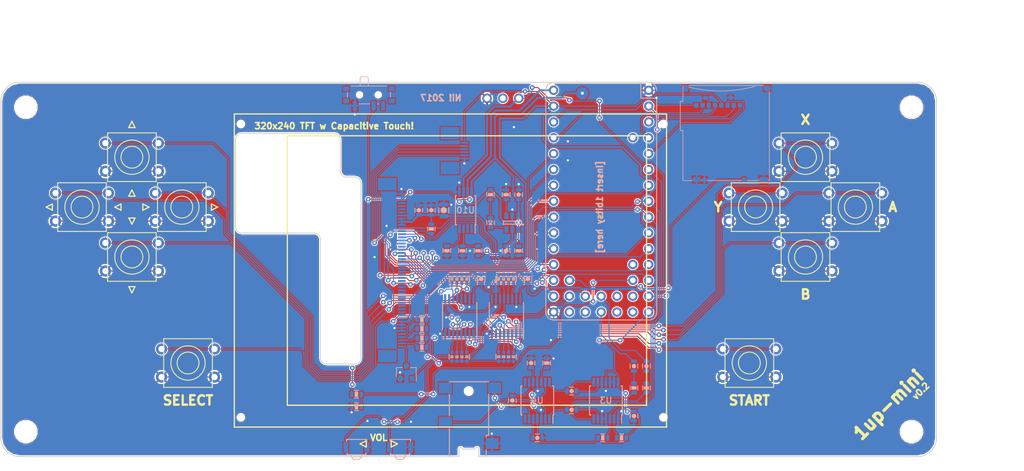
<source format=kicad_pcb>
(kicad_pcb (version 4) (host pcbnew 4.0.5+dfsg1-4)
  (title_block (title "1Bitsy 1UP Retro Inspired Handheld Console") (rev V0.1a) (company 1BitSquared) (comment 1 "(C) 2017 Piotr Esden-Tempski <piotr@esden.net>") (comment 2 "(C) 2017 1BitSquared LLC <info@1bitsquared.com>") (comment 3 "License: CC-BY-SA V4.0"))
  (layers (0 F.Cu signal) (31 B.Cu signal) (34 B.Paste user) (35 F.Paste user) (36 B.SilkS user) (37 F.SilkS user) (38 B.Mask user) (39 F.Mask user) (44 Edge.Cuts user))
  (net 0 "")
  (net 1 GND)
  (net 2 +3V3)
  (net 3 +BATT)
  (net 4 /AUDIO_R)
  (net 5 "Net-(C20-Pad2)")
  (net 6 /AUDIO_L)
  (net 7 "Net-(C21-Pad2)")
  (net 8 "Net-(C23-Pad2)")
  (net 9 "Net-(C25-Pad1)")
  (net 10 /SDIO_CD)
  (net 11 /SDIO_D2)
  (net 12 /SDIO_D3)
  (net 13 /SDIO_CMD)
  (net 14 /SDIO_CK)
  (net 15 /SDIO_D0)
  (net 16 /SDIO_D1)
  (net 17 +5V)
  (net 18 /AL_AMP)
  (net 19 /AR_AMP)
  (net 20 /VOL/TOUCH_SCL)
  (net 21 /VOL/TOUCH_SDA)
  (net 22 /LCD_TOUCH_IRQ)
  (net 23 /LCD_RST)
  (net 24 /USB_V+)
  (net 25 /LCD_BACK_LIGHT)
  (net 26 /LCD_BL)
  (net 27 /V_BATT)
  (net 28 "Net-(R8-Pad1)")
  (net 29 "Net-(R9-Pad1)")
  (net 30 "Net-(R11-Pad1)")
  (net 31 /BX)
  (net 32 /BB)
  (net 33 /BA)
  (net 34 /BSELECT)
  (net 35 /BY)
  (net 36 /BUP)
  (net 37 /BSTART)
  (net 38 /BVol-)
  (net 39 /BVol+)
  (net 40 /BLEFT)
  (net 41 /BDOWN)
  (net 42 /BRIGHT)
  (net 43 "Net-(R16-Pad1)")
  (net 44 "Net-(R17-Pad1)")
  (net 45 "Net-(R18-Pad1)")
  (net 46 /LED1A)
  (net 47 /LED2A)
  (net 48 /LED3A)
  (net 49 /LED4A)
  (net 50 "Net-(R24-Pad1)")
  (net 51 /~CHG)
  (net 52 /LCD_CS)
  (net 53 /AL_ATT)
  (net 54 /AR_ATT)
  (net 55 /BLATCH)
  (net 56 /BCLK)
  (net 57 /BDAT)
  (net 58 "Net-(U5-Pad10)")
  (net 59 /LCD_D7)
  (net 60 /LCD_D6)
  (net 61 /LCD_D5)
  (net 62 /LCD_D4)
  (net 63 /LCD_D3)
  (net 64 /LCD_D2)
  (net 65 /LCD_D1)
  (net 66 /LCD_D0)
  (net 67 /LCD_RD)
  (net 68 /LCD_WR)
  (net 69 /LCD_C/D)
  (net 70 /LCD_TE)
  (net 71 "Net-(C22-Pad2)")
  (net 72 "Net-(C31-Pad1)")
  (net 73 "Net-(C31-Pad2)")
  (net 74 "Net-(D2-PadA)")
  (net 75 "Net-(SW14-Pad2)")
  (net 76 "Net-(R12-Pad3)")
  (net 77 "Net-(R12-Pad1)")
  (net 78 "Net-(R15-Pad5)")
  (net 79 "Net-(R15-Pad7)")
  (module Mounting_Holes:MountingHole_3-5mm (layer F.Cu) (at 215 92)
    (fp_text reference REF** hide)
    (fp_text value MountingHole_3-5mm hide)
    (pad 1 thru_hole circle (at 0 0) (size 3.5 3.5) (drill 3.5) (layers))
  )
  (module Mounting_Holes:MountingHole_3-5mm (layer F.Cu) (at 215 40)
    (fp_text reference REF** hide)
    (fp_text value MountingHole_3-5mm hide)
    (pad 1 thru_hole circle (at 0 0) (size 3.5 3.5) (drill 3.5) (layers))
  )
  (module Mounting_Holes:MountingHole_3-5mm (layer F.Cu) (at 73 92)
    (fp_text reference REF** hide)
    (fp_text value MountingHole_3-5mm hide)
    (pad 1 thru_hole circle (at 0 0) (size 3.5 3.5) (drill 3.5) (layers))
  )
  (module pkl_dipol:C_0805 (layer B.Cu) (at 140 56.5 270)
    (fp_text reference C28)
    (fp_text value 10u)
    (pad 1 smd rect (at -0.95 0 270) (size 0.7 1.3) (layers B.Cu B.Paste B.Mask) (net 1 GND))
    (pad 2 smd rect (at 0.95 0 270) (size 0.7 1.3) (layers B.Cu B.Paste B.Mask) (net 2 +3V3))
  )
  (module pkl_misc:SCHA4B0419 (layer B.Cu) (at 185.275 51.75)
    (fp_text reference CON1)
    (fp_text value pkl_Micro_SD)
    (pad 10 smd rect (at -3.475 -0.125) (size 0.65 0.75) (layers B.Cu B.Paste B.Mask) (net 1 GND))
    (pad 11 smd rect (at -4.7125 -0.175) (size 1.2 0.85) (layers B.Cu B.Paste B.Mask) (net 1 GND))
    (pad 9 smd rect (at 2.875 -0.125) (size 0.65 0.75) (layers B.Cu B.Paste B.Mask) (net 10 /SDIO_CD))
    (pad 11 smd rect (at 6.0125 -0.175) (size 1.3 0.85) (layers B.Cu B.Paste B.Mask) (net 1 GND))
    (pad 1 smd rect (at 2.225 -12.075) (size 0.7 0.75) (layers B.Cu B.Paste B.Mask) (net 11 /SDIO_D2))
    (pad 2 smd rect (at 1.225 -12.075) (size 0.7 0.75) (layers B.Cu B.Paste B.Mask) (net 12 /SDIO_D3))
    (pad 3 smd rect (at 0.225 -12.075) (size 0.7 0.75) (layers B.Cu B.Paste B.Mask) (net 13 /SDIO_CMD))
    (pad 4 smd rect (at -0.775 -12.075) (size 0.7 0.75) (layers B.Cu B.Paste B.Mask) (net 2 +3V3))
    (pad 5 smd rect (at -1.775 -12.075) (size 0.7 0.75) (layers B.Cu B.Paste B.Mask) (net 14 /SDIO_CK))
    (pad 6 smd rect (at -2.775 -12.075) (size 0.7 0.75) (layers B.Cu B.Paste B.Mask) (net 1 GND))
    (pad 7 smd rect (at -3.775 -12.075) (size 0.7 0.75) (layers B.Cu B.Paste B.Mask) (net 15 /SDIO_D0))
    (pad 8 smd rect (at -4.775 -12.075) (size 0.7 0.75) (layers B.Cu B.Paste B.Mask) (net 16 /SDIO_D1))
    (pad 11 smd rect (at 0.725 -13.275) (size 0.7 0.65) (layers B.Cu B.Paste B.Mask) (net 1 GND))
    (pad 11 smd rect (at -3.275 -13.275) (size 0.7 0.65) (layers B.Cu B.Paste B.Mask) (net 1 GND))
    (pad 11 smd rect (at 6.575 -14.85) (size 0.95 0.9) (layers B.Cu B.Paste B.Mask) (net 1 GND))
    (pad 11 smd rect (at -6.46 -14.775) (size 0.745 1.15) (layers B.Cu B.Paste B.Mask) (net 1 GND))
  )
  (module pkl_dipol:D_0603 (layer B.Cu) (at 147.5 58.5 90)
    (fp_text reference D2)
    (fp_text value YEL)
    (pad A smd rect (at 0.75 0 270) (size 0.6 0.9) (layers B.Cu B.Paste B.Mask) (net 74 "Net-(D2-PadA)"))
    (pad C smd rect (at -0.75 0 270) (size 0.6 0.9) (layers B.Cu B.Paste B.Mask) (net 51 /~CHG))
  )
  (module pkl_connectors:SJ2-35853B-SMT (layer B.Cu) (at 144 90 90)
    (fp_text reference J3)
    (fp_text value pkl_JACK_3C1S)
    (pad 1 smd rect (at -3.9 3.75 90) (size 1.8 2.1) (layers B.Cu B.Paste B.Mask) (net 1 GND))
    (pad "" np_thru_hole circle (at 4.5 0 90) (size 1.3 1.3) (drill 1.3) (layers *.Cu *.Mask))
    (pad 2 smd rect (at 5 4.15 90) (size 1.8 2.1) (layers B.Cu B.Paste B.Mask) (net 18 /AL_AMP))
    (pad 3 smd rect (at -0.5 -3.75 90) (size 1.8 2.1) (layers B.Cu B.Paste B.Mask) (net 19 /AR_AMP))
    (pad 4 smd rect (at 5 -3.75 90) (size 1.8 2.1) (layers B.Cu B.Paste B.Mask))
  )
  (module TO_SOT_Packages_SMD:SOT-23 (layer B.Cu) (at 134 82.5 90)
    (fp_text reference Q1)
    (fp_text value NMOS)
    (pad 1 smd rect (at -1 0.95 90) (size 0.9 0.8) (layers B.Cu B.Paste B.Mask) (net 25 /LCD_BACK_LIGHT))
    (pad 2 smd rect (at -1 -0.95 90) (size 0.9 0.8) (layers B.Cu B.Paste B.Mask) (net 1 GND))
    (pad 3 smd rect (at 1 0 90) (size 0.9 0.8) (layers B.Cu B.Paste B.Mask) (net 26 /LCD_BL))
  )
  (module pkl_dipol:R_0603 (layer B.Cu) (at 136.5 78.5)
    (fp_text reference R20)
    (fp_text value 10E)
    (pad 1 smd rect (at -0.75 0) (size 0.6 0.9) (layers B.Cu B.Paste B.Mask) (net 46 /LED1A))
    (pad 2 smd rect (at 0.75 0) (size 0.6 0.9) (layers B.Cu B.Paste B.Mask) (net 2 +3V3))
  )
  (module pkl_dipol:R_0603 (layer B.Cu) (at 136.5 77)
    (fp_text reference R21)
    (fp_text value 10E)
    (pad 1 smd rect (at -0.75 0) (size 0.6 0.9) (layers B.Cu B.Paste B.Mask) (net 47 /LED2A))
    (pad 2 smd rect (at 0.75 0) (size 0.6 0.9) (layers B.Cu B.Paste B.Mask) (net 2 +3V3))
  )
  (module pkl_dipol:R_0603 (layer B.Cu) (at 136.5 75.5)
    (fp_text reference R22)
    (fp_text value 10E)
    (pad 1 smd rect (at -0.75 0) (size 0.6 0.9) (layers B.Cu B.Paste B.Mask) (net 48 /LED3A))
    (pad 2 smd rect (at 0.75 0) (size 0.6 0.9) (layers B.Cu B.Paste B.Mask) (net 2 +3V3))
  )
  (module pkl_dipol:R_0603 (layer B.Cu) (at 136.5 74)
    (fp_text reference R23)
    (fp_text value 10E)
    (pad 1 smd rect (at -0.75 0) (size 0.6 0.9) (layers B.Cu B.Paste B.Mask) (net 49 /LED4A))
    (pad 2 smd rect (at 0.75 0) (size 0.6 0.9) (layers B.Cu B.Paste B.Mask) (net 2 +3V3))
  )
  (module pkl_buttons_switches:Tact_Switch_Top_TH_7.8MM_Snap (layer F.Cu) (at 82 56)
    (fp_text reference SW2)
    (fp_text value LEFT)
    (pad 1 thru_hole circle (at 4.25 -2.25) (size 1.8 1.8) (drill 1) (layers *.Cu *.Mask) (net 40 /BLEFT))
    (pad 2 thru_hole circle (at 4.25 2.25) (size 1.8 1.8) (drill 1) (layers *.Cu *.Mask) (net 1 GND))
    (pad 1 thru_hole circle (at -4.25 -2.25) (size 1.8 1.8) (drill 1) (layers *.Cu *.Mask) (net 40 /BLEFT))
    (pad 2 thru_hole circle (at -4.25 2.25) (size 1.8 1.8) (drill 1) (layers *.Cu *.Mask) (net 1 GND))
  )
  (module pkl_buttons_switches:Tact_Switch_Top_TH_7.8MM_Snap (layer F.Cu) (at 90 48)
    (fp_text reference SW3)
    (fp_text value UP)
    (pad 1 thru_hole circle (at 4.25 -2.25) (size 1.8 1.8) (drill 1) (layers *.Cu *.Mask) (net 36 /BUP))
    (pad 2 thru_hole circle (at 4.25 2.25) (size 1.8 1.8) (drill 1) (layers *.Cu *.Mask) (net 1 GND))
    (pad 1 thru_hole circle (at -4.25 -2.25) (size 1.8 1.8) (drill 1) (layers *.Cu *.Mask) (net 36 /BUP))
    (pad 2 thru_hole circle (at -4.25 2.25) (size 1.8 1.8) (drill 1) (layers *.Cu *.Mask) (net 1 GND))
  )
  (module pkl_buttons_switches:Tact_Switch_Top_TH_7.8MM_Snap (layer F.Cu) (at 90 64)
    (fp_text reference SW4)
    (fp_text value DOWN)
    (pad 1 thru_hole circle (at 4.25 -2.25) (size 1.8 1.8) (drill 1) (layers *.Cu *.Mask) (net 41 /BDOWN))
    (pad 2 thru_hole circle (at 4.25 2.25) (size 1.8 1.8) (drill 1) (layers *.Cu *.Mask) (net 1 GND))
    (pad 1 thru_hole circle (at -4.25 -2.25) (size 1.8 1.8) (drill 1) (layers *.Cu *.Mask) (net 41 /BDOWN))
    (pad 2 thru_hole circle (at -4.25 2.25) (size 1.8 1.8) (drill 1) (layers *.Cu *.Mask) (net 1 GND))
  )
  (module pkl_buttons_switches:Tact_Switch_Top_TH_7.8MM_Snap (layer F.Cu) (at 98 56)
    (fp_text reference SW5)
    (fp_text value RIGHT)
    (pad 1 thru_hole circle (at 4.25 -2.25) (size 1.8 1.8) (drill 1) (layers *.Cu *.Mask) (net 42 /BRIGHT))
    (pad 2 thru_hole circle (at 4.25 2.25) (size 1.8 1.8) (drill 1) (layers *.Cu *.Mask) (net 1 GND))
    (pad 1 thru_hole circle (at -4.25 -2.25) (size 1.8 1.8) (drill 1) (layers *.Cu *.Mask) (net 42 /BRIGHT))
    (pad 2 thru_hole circle (at -4.25 2.25) (size 1.8 1.8) (drill 1) (layers *.Cu *.Mask) (net 1 GND))
  )
  (module pkl_buttons_switches:Tact_Switch_Top_TH_7.8MM_Snap (layer F.Cu) (at 99 81)
    (fp_text reference SW6)
    (fp_text value SELECT)
    (pad 1 thru_hole circle (at 4.25 -2.25) (size 1.8 1.8) (drill 1) (layers *.Cu *.Mask) (net 34 /BSELECT))
    (pad 2 thru_hole circle (at 4.25 2.25) (size 1.8 1.8) (drill 1) (layers *.Cu *.Mask) (net 1 GND))
    (pad 1 thru_hole circle (at -4.25 -2.25) (size 1.8 1.8) (drill 1) (layers *.Cu *.Mask) (net 34 /BSELECT))
    (pad 2 thru_hole circle (at -4.25 2.25) (size 1.8 1.8) (drill 1) (layers *.Cu *.Mask) (net 1 GND))
  )
  (module pkl_buttons_switches:Tact_Switch_Top_TH_7.8MM_Snap (layer F.Cu) (at 189 81)
    (fp_text reference SW7)
    (fp_text value START)
    (pad 1 thru_hole circle (at 4.25 -2.25) (size 1.8 1.8) (drill 1) (layers *.Cu *.Mask) (net 37 /BSTART))
    (pad 2 thru_hole circle (at 4.25 2.25) (size 1.8 1.8) (drill 1) (layers *.Cu *.Mask) (net 1 GND))
    (pad 1 thru_hole circle (at -4.25 -2.25) (size 1.8 1.8) (drill 1) (layers *.Cu *.Mask) (net 37 /BSTART))
    (pad 2 thru_hole circle (at -4.25 2.25) (size 1.8 1.8) (drill 1) (layers *.Cu *.Mask) (net 1 GND))
  )
  (module pkl_buttons_switches:Tact_Switch_Top_TH_7.8MM_Snap (layer F.Cu) (at 198 48)
    (fp_text reference SW8)
    (fp_text value X)
    (pad 1 thru_hole circle (at 4.25 -2.25) (size 1.8 1.8) (drill 1) (layers *.Cu *.Mask) (net 31 /BX))
    (pad 2 thru_hole circle (at 4.25 2.25) (size 1.8 1.8) (drill 1) (layers *.Cu *.Mask) (net 1 GND))
    (pad 1 thru_hole circle (at -4.25 -2.25) (size 1.8 1.8) (drill 1) (layers *.Cu *.Mask) (net 31 /BX))
    (pad 2 thru_hole circle (at -4.25 2.25) (size 1.8 1.8) (drill 1) (layers *.Cu *.Mask) (net 1 GND))
  )
  (module pkl_buttons_switches:Tact_Switch_Top_TH_7.8MM_Snap (layer F.Cu) (at 190 56)
    (fp_text reference SW9)
    (fp_text value Y)
    (pad 1 thru_hole circle (at 4.25 -2.25) (size 1.8 1.8) (drill 1) (layers *.Cu *.Mask) (net 35 /BY))
    (pad 2 thru_hole circle (at 4.25 2.25) (size 1.8 1.8) (drill 1) (layers *.Cu *.Mask) (net 1 GND))
    (pad 1 thru_hole circle (at -4.25 -2.25) (size 1.8 1.8) (drill 1) (layers *.Cu *.Mask) (net 35 /BY))
    (pad 2 thru_hole circle (at -4.25 2.25) (size 1.8 1.8) (drill 1) (layers *.Cu *.Mask) (net 1 GND))
  )
  (module pkl_buttons_switches:Tact_Switch_Top_TH_7.8MM_Snap (layer F.Cu) (at 198 64)
    (fp_text reference SW10)
    (fp_text value B)
    (pad 1 thru_hole circle (at 4.25 -2.25) (size 1.8 1.8) (drill 1) (layers *.Cu *.Mask) (net 32 /BB))
    (pad 2 thru_hole circle (at 4.25 2.25) (size 1.8 1.8) (drill 1) (layers *.Cu *.Mask) (net 1 GND))
    (pad 1 thru_hole circle (at -4.25 -2.25) (size 1.8 1.8) (drill 1) (layers *.Cu *.Mask) (net 32 /BB))
    (pad 2 thru_hole circle (at -4.25 2.25) (size 1.8 1.8) (drill 1) (layers *.Cu *.Mask) (net 1 GND))
  )
  (module pkl_buttons_switches:Tact_Switch_Top_TH_7.8MM_Snap (layer F.Cu) (at 206 56)
    (fp_text reference SW11)
    (fp_text value A)
    (pad 1 thru_hole circle (at 4.25 -2.25) (size 1.8 1.8) (drill 1) (layers *.Cu *.Mask) (net 33 /BA))
    (pad 2 thru_hole circle (at 4.25 2.25) (size 1.8 1.8) (drill 1) (layers *.Cu *.Mask) (net 1 GND))
    (pad 1 thru_hole circle (at -4.25 -2.25) (size 1.8 1.8) (drill 1) (layers *.Cu *.Mask) (net 33 /BA))
    (pad 2 thru_hole circle (at -4.25 2.25) (size 1.8 1.8) (drill 1) (layers *.Cu *.Mask) (net 1 GND))
  )
  (module pkl_buttons_switches:Tact_Switch_Side_B3U-3000P (layer B.Cu) (at 133 94.5 270)
    (fp_text reference SW12)
    (fp_text value ~)
    (pad 1 smd rect (at 0 1.7) (size 0.8 1.7) (layers B.Cu B.Paste B.Mask) (net 39 /BVol+))
    (pad 2 smd rect (at 0 -1.7) (size 0.8 1.7) (layers B.Cu B.Paste B.Mask) (net 1 GND))
  )
  (module pkl_buttons_switches:Tact_Switch_Side_B3U-3000P (layer B.Cu) (at 126 94.5 270)
    (fp_text reference SW13)
    (fp_text value ~)
    (pad 1 smd rect (at 0 1.7) (size 0.8 1.7) (layers B.Cu B.Paste B.Mask) (net 38 /BVol-))
    (pad 2 smd rect (at 0 -1.7) (size 0.8 1.7) (layers B.Cu B.Paste B.Mask) (net 1 GND))
  )
  (module pkl_buttons_switches:SW_SPDT_PCM12 (layer B.Cu) (at 128 38)
    (fp_text reference SW14)
    (fp_text value pkl_SWITCH-SPDT)
    (pad "" np_thru_hole circle (at -1.5 0) (size 0.9 0.9) (drill 0.9) (layers *.Cu *.Mask))
    (pad "" np_thru_hole circle (at 1.5 0) (size 0.9 0.9) (drill 0.9) (layers *.Cu *.Mask))
    (pad 1 smd rect (at -2.25 1.75) (size 0.7 1.5) (layers B.Cu B.Paste B.Mask) (net 1 GND))
    (pad 2 smd rect (at 0.75 1.75) (size 0.7 1.5) (layers B.Cu B.Paste B.Mask) (net 75 "Net-(SW14-Pad2)"))
    (pad 3 smd rect (at 2.25 1.75) (size 0.7 1.5) (layers B.Cu B.Paste B.Mask))
    (pad "" smd rect (at -3.65 -0.965) (size 1 0.8) (layers B.Cu B.Paste B.Mask))
    (pad "" smd rect (at 3.65 -0.965) (size 1 0.8) (layers B.Cu B.Paste B.Mask))
    (pad "" smd rect (at 3.65 0.965) (size 1 0.8) (layers B.Cu B.Paste B.Mask))
    (pad "" smd rect (at -3.65 0.965) (size 1 0.8) (layers B.Cu B.Paste B.Mask))
  )
  (module pkl_housings_sop:TSSOP-16_4.4x5mm_Pitch0.65mm (layer B.Cu) (at 142.5 73.5 90)
    (fp_text reference U5)
    (fp_text value 74HC165)
    (pad 1 smd rect (at -2.8 2.275 90) (size 1.5 0.35) (layers B.Cu B.Paste B.Mask) (net 55 /BLATCH))
    (pad 2 smd rect (at -2.8 1.625 90) (size 1.5 0.35) (layers B.Cu B.Paste B.Mask) (net 56 /BCLK))
    (pad 3 smd rect (at -2.8 0.975 90) (size 1.5 0.35) (layers B.Cu B.Paste B.Mask) (net 37 /BSTART))
    (pad 4 smd rect (at -2.8 0.325 90) (size 1.5 0.35) (layers B.Cu B.Paste B.Mask) (net 34 /BSELECT))
    (pad 5 smd rect (at -2.8 -0.325 90) (size 1.5 0.35) (layers B.Cu B.Paste B.Mask) (net 35 /BY))
    (pad 6 smd rect (at -2.8 -0.975 90) (size 1.5 0.35) (layers B.Cu B.Paste B.Mask) (net 32 /BB))
    (pad 7 smd rect (at -2.8 -1.625 90) (size 1.5 0.35) (layers B.Cu B.Paste B.Mask))
    (pad 8 smd rect (at -2.8 -2.275 90) (size 1.5 0.35) (layers B.Cu B.Paste B.Mask) (net 1 GND))
    (pad 9 smd rect (at 2.8 -2.275 90) (size 1.5 0.35) (layers B.Cu B.Paste B.Mask) (net 57 /BDAT))
    (pad 10 smd rect (at 2.8 -1.625 90) (size 1.5 0.35) (layers B.Cu B.Paste B.Mask) (net 58 "Net-(U5-Pad10)"))
    (pad 11 smd rect (at 2.8 -0.975 90) (size 1.5 0.35) (layers B.Cu B.Paste B.Mask) (net 42 /BRIGHT))
    (pad 12 smd rect (at 2.8 -0.325 90) (size 1.5 0.35) (layers B.Cu B.Paste B.Mask) (net 40 /BLEFT))
    (pad 13 smd rect (at 2.8 0.325 90) (size 1.5 0.35) (layers B.Cu B.Paste B.Mask) (net 41 /BDOWN))
    (pad 14 smd rect (at 2.8 0.975 90) (size 1.5 0.35) (layers B.Cu B.Paste B.Mask) (net 36 /BUP))
    (pad 15 smd rect (at 2.8 1.625 90) (size 1.5 0.35) (layers B.Cu B.Paste B.Mask) (net 1 GND))
    (pad 16 smd rect (at 2.8 2.275 90) (size 1.5 0.35) (layers B.Cu B.Paste B.Mask) (net 2 +3V3))
  )
  (module pkl_housings_sop:TSSOP-16_4.4x5mm_Pitch0.65mm (layer B.Cu) (at 150 73.5 90)
    (fp_text reference U6)
    (fp_text value 74HC165)
    (pad 1 smd rect (at -2.8 2.275 90) (size 1.5 0.35) (layers B.Cu B.Paste B.Mask) (net 55 /BLATCH))
    (pad 2 smd rect (at -2.8 1.625 90) (size 1.5 0.35) (layers B.Cu B.Paste B.Mask) (net 56 /BCLK))
    (pad 3 smd rect (at -2.8 0.975 90) (size 1.5 0.35) (layers B.Cu B.Paste B.Mask) (net 79 "Net-(R15-Pad7)"))
    (pad 4 smd rect (at -2.8 0.325 90) (size 1.5 0.35) (layers B.Cu B.Paste B.Mask) (net 78 "Net-(R15-Pad5)"))
    (pad 5 smd rect (at -2.8 -0.325 90) (size 1.5 0.35) (layers B.Cu B.Paste B.Mask) (net 31 /BX))
    (pad 6 smd rect (at -2.8 -0.975 90) (size 1.5 0.35) (layers B.Cu B.Paste B.Mask) (net 33 /BA))
    (pad 7 smd rect (at -2.8 -1.625 90) (size 1.5 0.35) (layers B.Cu B.Paste B.Mask))
    (pad 8 smd rect (at -2.8 -2.275 90) (size 1.5 0.35) (layers B.Cu B.Paste B.Mask) (net 1 GND))
    (pad 9 smd rect (at 2.8 -2.275 90) (size 1.5 0.35) (layers B.Cu B.Paste B.Mask) (net 58 "Net-(U5-Pad10)"))
    (pad 10 smd rect (at 2.8 -1.625 90) (size 1.5 0.35) (layers B.Cu B.Paste B.Mask) (net 1 GND))
    (pad 11 smd rect (at 2.8 -0.975 90) (size 1.5 0.35) (layers B.Cu B.Paste B.Mask) (net 39 /BVol+))
    (pad 12 smd rect (at 2.8 -0.325 90) (size 1.5 0.35) (layers B.Cu B.Paste B.Mask) (net 38 /BVol-))
    (pad 13 smd rect (at 2.8 0.325 90) (size 1.5 0.35) (layers B.Cu B.Paste B.Mask) (net 76 "Net-(R12-Pad3)"))
    (pad 14 smd rect (at 2.8 0.975 90) (size 1.5 0.35) (layers B.Cu B.Paste B.Mask) (net 77 "Net-(R12-Pad1)"))
    (pad 15 smd rect (at 2.8 1.625 90) (size 1.5 0.35) (layers B.Cu B.Paste B.Mask) (net 1 GND))
    (pad 16 smd rect (at 2.8 2.275 90) (size 1.5 0.35) (layers B.Cu B.Paste B.Mask) (net 2 +3V3))
  )
  (module pkl_connectors:ER-CON50HT (layer B.Cu) (at 130.95 66.1 90)
    (fp_text reference U8)
    (fp_text value lcd_50pin_logic)
    (pad 1 smd rect (at -12.25 2.33 90) (size 0.3 1.24) (layers B.Cu B.Paste B.Mask) (net 26 /LCD_BL))
    (pad 2 smd rect (at -11.75 2.33 90) (size 0.3 1.24) (layers B.Cu B.Paste B.Mask) (net 46 /LED1A))
    (pad 3 smd rect (at -11.25 2.33 90) (size 0.3 1.24) (layers B.Cu B.Paste B.Mask) (net 47 /LED2A))
    (pad 4 smd rect (at -10.75 2.33 90) (size 0.3 1.24) (layers B.Cu B.Paste B.Mask) (net 48 /LED3A))
    (pad 5 smd rect (at -10.25 2.33 90) (size 0.3 1.24) (layers B.Cu B.Paste B.Mask) (net 49 /LED4A))
    (pad 6 smd rect (at -9.75 2.33 90) (size 0.3 1.24) (layers B.Cu B.Paste B.Mask) (net 1 GND))
    (pad 7 smd rect (at -9.25 2.33 90) (size 0.3 1.24) (layers B.Cu B.Paste B.Mask) (net 1 GND))
    (pad 8 smd rect (at -8.75 2.33 90) (size 0.3 1.24) (layers B.Cu B.Paste B.Mask) (net 1 GND))
    (pad 9 smd rect (at -8.25 2.33 90) (size 0.3 1.24) (layers B.Cu B.Paste B.Mask) (net 1 GND))
    (pad 10 smd rect (at -7.75 2.33 90) (size 0.3 1.24) (layers B.Cu B.Paste B.Mask) (net 23 /LCD_RST))
    (pad 11 smd rect (at -7.25 2.33 90) (size 0.3 1.24) (layers B.Cu B.Paste B.Mask))
    (pad 12 smd rect (at -6.75 2.33 90) (size 0.3 1.24) (layers B.Cu B.Paste B.Mask))
    (pad 13 smd rect (at -6.25 2.33 90) (size 0.3 1.24) (layers B.Cu B.Paste B.Mask))
    (pad 14 smd rect (at -5.75 2.33 90) (size 0.3 1.24) (layers B.Cu B.Paste B.Mask))
    (pad 15 smd rect (at -5.25 2.33 90) (size 0.3 1.24) (layers B.Cu B.Paste B.Mask))
    (pad 16 smd rect (at -4.75 2.33 90) (size 0.3 1.24) (layers B.Cu B.Paste B.Mask))
    (pad 17 smd rect (at -4.25 2.33 90) (size 0.3 1.24) (layers B.Cu B.Paste B.Mask))
    (pad 18 smd rect (at -3.75 2.33 90) (size 0.3 1.24) (layers B.Cu B.Paste B.Mask))
    (pad 19 smd rect (at -3.25 2.33 90) (size 0.3 1.24) (layers B.Cu B.Paste B.Mask))
    (pad 20 smd rect (at -2.75 2.33 90) (size 0.3 1.24) (layers B.Cu B.Paste B.Mask))
    (pad 21 smd rect (at -2.25 2.33 90) (size 0.3 1.24) (layers B.Cu B.Paste B.Mask))
    (pad 22 smd rect (at -1.75 2.33 90) (size 0.3 1.24) (layers B.Cu B.Paste B.Mask))
    (pad 23 smd rect (at -1.25 2.33 90) (size 0.3 1.24) (layers B.Cu B.Paste B.Mask))
    (pad 24 smd rect (at -0.75 2.33 90) (size 0.3 1.24) (layers B.Cu B.Paste B.Mask))
    (pad 25 smd rect (at -0.25 2.33 90) (size 0.3 1.24) (layers B.Cu B.Paste B.Mask) (net 59 /LCD_D7))
    (pad 26 smd rect (at 0.25 2.33 90) (size 0.3 1.24) (layers B.Cu B.Paste B.Mask) (net 60 /LCD_D6))
    (pad 27 smd rect (at 0.75 2.33 90) (size 0.3 1.24) (layers B.Cu B.Paste B.Mask) (net 61 /LCD_D5))
    (pad 28 smd rect (at 1.25 2.33 90) (size 0.3 1.24) (layers B.Cu B.Paste B.Mask) (net 62 /LCD_D4))
    (pad 29 smd rect (at 1.75 2.33 90) (size 0.3 1.24) (layers B.Cu B.Paste B.Mask) (net 63 /LCD_D3))
    (pad 30 smd rect (at 2.25 2.33 90) (size 0.3 1.24) (layers B.Cu B.Paste B.Mask) (net 64 /LCD_D2))
    (pad 31 smd rect (at 2.75 2.33 90) (size 0.3 1.24) (layers B.Cu B.Paste B.Mask) (net 65 /LCD_D1))
    (pad 32 smd rect (at 3.25 2.33 90) (size 0.3 1.24) (layers B.Cu B.Paste B.Mask) (net 66 /LCD_D0))
    (pad 33 smd rect (at 3.75 2.33 90) (size 0.3 1.24) (layers B.Cu B.Paste B.Mask))
    (pad 34 smd rect (at 4.25 2.33 90) (size 0.3 1.24) (layers B.Cu B.Paste B.Mask) (net 1 GND))
    (pad 35 smd rect (at 4.75 2.33 90) (size 0.3 1.24) (layers B.Cu B.Paste B.Mask) (net 67 /LCD_RD))
    (pad 36 smd rect (at 5.25 2.33 90) (size 0.3 1.24) (layers B.Cu B.Paste B.Mask) (net 68 /LCD_WR))
    (pad 37 smd rect (at 5.75 2.33 90) (size 0.3 1.24) (layers B.Cu B.Paste B.Mask) (net 69 /LCD_C/D))
    (pad 38 smd rect (at 6.25 2.33 90) (size 0.3 1.24) (layers B.Cu B.Paste B.Mask) (net 52 /LCD_CS))
    (pad 39 smd rect (at 6.75 2.33 90) (size 0.3 1.24) (layers B.Cu B.Paste B.Mask) (net 70 /LCD_TE))
    (pad 40 smd rect (at 7.25 2.33 90) (size 0.3 1.24) (layers B.Cu B.Paste B.Mask) (net 2 +3V3))
    (pad 41 smd rect (at 7.75 2.33 90) (size 0.3 1.24) (layers B.Cu B.Paste B.Mask) (net 2 +3V3))
    (pad 42 smd rect (at 8.25 2.33 90) (size 0.3 1.24) (layers B.Cu B.Paste B.Mask) (net 2 +3V3))
    (pad 43 smd rect (at 8.75 2.33 90) (size 0.3 1.24) (layers B.Cu B.Paste B.Mask) (net 1 GND))
    (pad 44 smd rect (at 9.25 2.33 90) (size 0.3 1.24) (layers B.Cu B.Paste B.Mask))
    (pad 45 smd rect (at 9.75 2.33 90) (size 0.3 1.24) (layers B.Cu B.Paste B.Mask))
    (pad 46 smd rect (at 10.25 2.33 90) (size 0.3 1.24) (layers B.Cu B.Paste B.Mask))
    (pad 47 smd rect (at 10.75 2.33 90) (size 0.3 1.24) (layers B.Cu B.Paste B.Mask))
    (pad 48 smd rect (at 11.25 2.33 90) (size 0.3 1.24) (layers B.Cu B.Paste B.Mask) (net 1 GND))
    (pad 49 smd rect (at 11.75 2.33 90) (size 0.3 1.24) (layers B.Cu B.Paste B.Mask) (net 1 GND))
    (pad 50 smd rect (at 12.25 2.33 90) (size 0.3 1.24) (layers B.Cu B.Paste B.Mask) (net 1 GND))
    (pad P smd rect (at -13.79 0 90) (size 2 3) (layers B.Cu B.Paste B.Mask))
    (pad P smd rect (at 13.79 0 90) (size 2 3) (layers B.Cu B.Paste B.Mask))
  )
  (module pkl_connectors:ER-CON06HB (layer B.Cu) (at 141 46.95 90)
    (fp_text reference U9)
    (fp_text value lcd_cap_touch_buydisplay)
    (pad 1 smd rect (at -1.25 2.33 90) (size 0.3 1.24) (layers B.Cu B.Paste B.Mask) (net 1 GND))
    (pad 2 smd rect (at -0.75 2.33 90) (size 0.3 1.24) (layers B.Cu B.Paste B.Mask) (net 21 /VOL/TOUCH_SDA))
    (pad 3 smd rect (at -0.25 2.33 90) (size 0.3 1.24) (layers B.Cu B.Paste B.Mask) (net 20 /VOL/TOUCH_SCL))
    (pad 4 smd rect (at 0.25 2.33 90) (size 0.3 1.24) (layers B.Cu B.Paste B.Mask) (net 23 /LCD_RST))
    (pad 5 smd rect (at 0.75 2.33 90) (size 0.3 1.24) (layers B.Cu B.Paste B.Mask) (net 22 /LCD_TOUCH_IRQ))
    (pad 6 smd rect (at 1.25 2.33 90) (size 0.3 1.24) (layers B.Cu B.Paste B.Mask) (net 2 +3V3))
    (pad P smd rect (at -2.79 0 90) (size 2 3) (layers B.Cu B.Paste B.Mask))
    (pad P smd rect (at 2.79 0 90) (size 2 3) (layers B.Cu B.Paste B.Mask))
  )
  (module Mounting_Holes:MountingHole_3-5mm (layer F.Cu) (at 73 40)
    (fp_text reference REF** hide)
    (fp_text value MountingHole_3-5mm hide)
    (pad 1 thru_hole circle (at 0 0) (size 3.5 3.5) (drill 3.5) (layers))
  )
  (module Housings_SSOP:TSSOP-14_4.4x5mm_Pitch0.65mm (layer B.Cu) (at 166 87 90)
    (fp_text reference U3 (at 0 0 360) (layer B.SilkS) (effects (justify mirror)))
    (fp_text value MCP4661-103E/ST)
    (pad 1 smd rect (at -2.95 1.95 90) (size 1.45 0.45) (layers B.Cu B.Paste B.Mask) (net 1 GND))
    (pad 2 smd rect (at -2.95 1.3 90) (size 1.45 0.45) (layers B.Cu B.Paste B.Mask) (net 20 /VOL/TOUCH_SCL))
    (pad 3 smd rect (at -2.95 0.65 90) (size 1.45 0.45) (layers B.Cu B.Paste B.Mask) (net 21 /VOL/TOUCH_SDA))
    (pad 4 smd rect (at -2.95 0 90) (size 1.45 0.45) (layers B.Cu B.Paste B.Mask) (net 1 GND))
    (pad 5 smd rect (at -2.95 -0.65 90) (size 1.45 0.45) (layers B.Cu B.Paste B.Mask) (net 1 GND))
    (pad 6 smd rect (at -2.95 -1.3 90) (size 1.45 0.45) (layers B.Cu B.Paste B.Mask) (net 53 /AL_ATT))
    (pad 7 smd rect (at -2.95 -1.95 90) (size 1.45 0.45) (layers B.Cu B.Paste B.Mask) (net 29 "Net-(R9-Pad1)"))
    (pad 8 smd rect (at 2.95 -1.95 90) (size 1.45 0.45) (layers B.Cu B.Paste B.Mask) (net 28 "Net-(R8-Pad1)"))
    (pad 9 smd rect (at 2.95 -1.3 90) (size 1.45 0.45) (layers B.Cu B.Paste B.Mask) (net 54 /AR_ATT))
    (pad 10 smd rect (at 2.95 -0.65 90) (size 1.45 0.45) (layers B.Cu B.Paste B.Mask) (net 1 GND))
    (pad 11 smd rect (at 2.95 0 90) (size 1.45 0.45) (layers B.Cu B.Paste B.Mask) (net 2 +3V3))
    (pad 12 smd rect (at 2.95 0.65 90) (size 1.45 0.45) (layers B.Cu B.Paste B.Mask) (net 1 GND))
    (pad 13 smd rect (at 2.95 1.3 90) (size 1.45 0.45) (layers B.Cu B.Paste B.Mask) (net 1 GND))
    (pad 14 smd rect (at 2.95 1.95 90) (size 1.45 0.45) (layers B.Cu B.Paste B.Mask) (net 2 +3V3))
  )
  (module pkl_dipol:C_0603 (layer B.Cu) (at 170.5 89.5 90)
    (fp_text reference C19)
    (fp_text value 100n)
    (pad 1 smd rect (at -0.75 0 90) (size 0.6 0.9) (layers B.Cu B.Paste B.Mask) (net 1 GND))
    (pad 2 smd rect (at 0.75 0 90) (size 0.6 0.9) (layers B.Cu B.Paste B.Mask) (net 2 +3V3))
  )
  (module pkl_dipol:C_0603 (layer B.Cu) (at 170.5 81.5 270)
    (fp_text reference C20)
    (fp_text value 1u)
    (pad 1 smd rect (at -0.75 0 270) (size 0.6 0.9) (layers B.Cu B.Paste B.Mask) (net 4 /AUDIO_R))
    (pad 2 smd rect (at 0.75 0 270) (size 0.6 0.9) (layers B.Cu B.Paste B.Mask) (net 5 "Net-(C20-Pad2)"))
  )
  (module pkl_dipol:C_0603 (layer B.Cu) (at 172.5 81.5 270)
    (fp_text reference C21)
    (fp_text value 1u)
    (pad 1 smd rect (at -0.75 0 270) (size 0.6 0.9) (layers B.Cu B.Paste B.Mask) (net 6 /AUDIO_L))
    (pad 2 smd rect (at 0.75 0 270) (size 0.6 0.9) (layers B.Cu B.Paste B.Mask) (net 7 "Net-(C21-Pad2)"))
  )
  (module pkl_dipol:C_0603 (layer B.Cu) (at 160.5 85.5 180)
    (fp_text reference C22)
    (fp_text value 2u2)
    (pad 1 smd rect (at -0.75 0 180) (size 0.6 0.9) (layers B.Cu B.Paste B.Mask) (net 54 /AR_ATT))
    (pad 2 smd rect (at 0.75 0 180) (size 0.6 0.9) (layers B.Cu B.Paste B.Mask) (net 71 "Net-(C22-Pad2)"))
  )
  (module pkl_dipol:C_0603 (layer B.Cu) (at 160.5 88.5 180)
    (fp_text reference C23)
    (fp_text value 2u2)
    (pad 1 smd rect (at -0.75 0 180) (size 0.6 0.9) (layers B.Cu B.Paste B.Mask) (net 53 /AL_ATT))
    (pad 2 smd rect (at 0.75 0 180) (size 0.6 0.9) (layers B.Cu B.Paste B.Mask) (net 8 "Net-(C23-Pad2)"))
  )
  (module pkl_dipol:C_0603 (layer B.Cu) (at 154 81 270)
    (fp_text reference C24)
    (fp_text value 1u)
    (pad 1 smd rect (at -0.75 0 270) (size 0.6 0.9) (layers B.Cu B.Paste B.Mask) (net 1 GND))
    (pad 2 smd rect (at 0.75 0 270) (size 0.6 0.9) (layers B.Cu B.Paste B.Mask) (net 2 +3V3))
  )
  (module pkl_dipol:C_0603 (layer B.Cu) (at 155 93)
    (fp_text reference C25)
    (fp_text value 1u)
    (pad 1 smd rect (at -0.75 0) (size 0.6 0.9) (layers B.Cu B.Paste B.Mask) (net 9 "Net-(C25-Pad1)"))
    (pad 2 smd rect (at 0.75 0) (size 0.6 0.9) (layers B.Cu B.Paste B.Mask) (net 1 GND))
  )
  (module pkl_dipol:C_0603 (layer B.Cu) (at 153.5 67.5 270)
    (fp_text reference C26)
    (fp_text value 100n)
    (pad 1 smd rect (at -0.75 0 270) (size 0.6 0.9) (layers B.Cu B.Paste B.Mask) (net 1 GND))
    (pad 2 smd rect (at 0.75 0 270) (size 0.6 0.9) (layers B.Cu B.Paste B.Mask) (net 2 +3V3))
  )
  (module pkl_dipol:C_0603 (layer B.Cu) (at 146 67.5 270)
    (fp_text reference C27)
    (fp_text value 100n)
    (pad 1 smd rect (at -0.75 0 270) (size 0.6 0.9) (layers B.Cu B.Paste B.Mask) (net 1 GND))
    (pad 2 smd rect (at 0.75 0 270) (size 0.6 0.9) (layers B.Cu B.Paste B.Mask) (net 2 +3V3))
  )
  (module pkl_dipol:C_0603 (layer B.Cu) (at 136 56.5 270)
    (fp_text reference C29)
    (fp_text value 100n)
    (pad 1 smd rect (at -0.75 0 270) (size 0.6 0.9) (layers B.Cu B.Paste B.Mask) (net 1 GND))
    (pad 2 smd rect (at 0.75 0 270) (size 0.6 0.9) (layers B.Cu B.Paste B.Mask) (net 2 +3V3))
  )
  (module pkl_dipol:C_0603 (layer B.Cu) (at 138 56.5 270)
    (fp_text reference C30)
    (fp_text value 100n)
    (pad 1 smd rect (at -0.75 0 270) (size 0.6 0.9) (layers B.Cu B.Paste B.Mask) (net 1 GND))
    (pad 2 smd rect (at 0.75 0 270) (size 0.6 0.9) (layers B.Cu B.Paste B.Mask) (net 2 +3V3))
  )
  (module pkl_dipol:R_0603 (layer B.Cu) (at 126 86)
    (fp_text reference R6)
    (fp_text value 4k7)
    (pad 1 smd rect (at -0.75 0) (size 0.6 0.9) (layers B.Cu B.Paste B.Mask) (net 17 +5V))
    (pad 2 smd rect (at 0.75 0) (size 0.6 0.9) (layers B.Cu B.Paste B.Mask) (net 27 /V_BATT))
  )
  (module pkl_dipol:R_0603 (layer B.Cu) (at 126 88 180)
    (fp_text reference R7)
    (fp_text value 10k)
    (pad 1 smd rect (at -0.75 0 180) (size 0.6 0.9) (layers B.Cu B.Paste B.Mask) (net 27 /V_BATT))
    (pad 2 smd rect (at 0.75 0 180) (size 0.6 0.9) (layers B.Cu B.Paste B.Mask) (net 1 GND))
  )
  (module pkl_dipol:R_0603 (layer B.Cu) (at 170.5 85 90)
    (fp_text reference R8)
    (fp_text value 50E)
    (pad 1 smd rect (at -0.75 0 90) (size 0.6 0.9) (layers B.Cu B.Paste B.Mask) (net 28 "Net-(R8-Pad1)"))
    (pad 2 smd rect (at 0.75 0 90) (size 0.6 0.9) (layers B.Cu B.Paste B.Mask) (net 5 "Net-(C20-Pad2)"))
  )
  (module pkl_dipol:R_0603 (layer B.Cu) (at 172.5 85 90)
    (fp_text reference R9)
    (fp_text value 50E)
    (pad 1 smd rect (at -0.75 0 90) (size 0.6 0.9) (layers B.Cu B.Paste B.Mask) (net 29 "Net-(R9-Pad1)"))
    (pad 2 smd rect (at 0.75 0 90) (size 0.6 0.9) (layers B.Cu B.Paste B.Mask) (net 7 "Net-(C21-Pad2)"))
  )
  (module pkl_dipol:R_0603 (layer B.Cu) (at 147.5 54 270)
    (fp_text reference R10)
    (fp_text value 10k)
    (pad 1 smd rect (at -0.75 0 270) (size 0.6 0.9) (layers B.Cu B.Paste B.Mask) (net 3 +BATT))
    (pad 2 smd rect (at 0.75 0 270) (size 0.6 0.9) (layers B.Cu B.Paste B.Mask) (net 74 "Net-(D2-PadA)"))
  )
  (module pkl_dipol:R_0603 (layer B.Cu) (at 156.5 81 90)
    (fp_text reference R11)
    (fp_text value 49k)
    (pad 1 smd rect (at -0.75 0 90) (size 0.6 0.9) (layers B.Cu B.Paste B.Mask) (net 30 "Net-(R11-Pad1)"))
    (pad 2 smd rect (at 0.75 0 90) (size 0.6 0.9) (layers B.Cu B.Paste B.Mask) (net 1 GND))
  )
  (module pkl_dipol:R_Array_Concave_4x0603 (layer B.Cu) (at 150 67.5 180)
    (fp_text reference R12)
    (fp_text value 10k)
    (pad 3 smd rect (at -0.4 -0.7 90) (size 0.6 0.45) (layers B.Cu B.Paste B.Mask) (net 76 "Net-(R12-Pad3)"))
    (pad 5 smd rect (at 0.4 -0.7 90) (size 0.6 0.45) (layers B.Cu B.Paste B.Mask) (net 38 /BVol-))
    (pad 1 smd rect (at -1.2 -0.7 90) (size 0.6 0.45) (layers B.Cu B.Paste B.Mask) (net 77 "Net-(R12-Pad1)"))
    (pad 7 smd rect (at 1.2 -0.7 90) (size 0.6 0.45) (layers B.Cu B.Paste B.Mask) (net 39 /BVol+))
    (pad 2 smd rect (at -1.2 0.7 90) (size 0.6 0.45) (layers B.Cu B.Paste B.Mask) (net 2 +3V3))
    (pad 4 smd rect (at -0.4 0.7 90) (size 0.6 0.45) (layers B.Cu B.Paste B.Mask) (net 2 +3V3))
    (pad 6 smd rect (at 0.4 0.7 90) (size 0.6 0.45) (layers B.Cu B.Paste B.Mask) (net 2 +3V3))
    (pad 8 smd rect (at 1.2 0.7 90) (size 0.6 0.45) (layers B.Cu B.Paste B.Mask) (net 2 +3V3))
  )
  (module pkl_dipol:R_Array_Concave_4x0603 (layer B.Cu) (at 142.5 80)
    (fp_text reference R13)
    (fp_text value 10k)
    (pad 3 smd rect (at -0.4 -0.7 270) (size 0.6 0.45) (layers B.Cu B.Paste B.Mask) (net 35 /BY))
    (pad 5 smd rect (at 0.4 -0.7 270) (size 0.6 0.45) (layers B.Cu B.Paste B.Mask) (net 34 /BSELECT))
    (pad 1 smd rect (at -1.2 -0.7 270) (size 0.6 0.45) (layers B.Cu B.Paste B.Mask) (net 32 /BB))
    (pad 7 smd rect (at 1.2 -0.7 270) (size 0.6 0.45) (layers B.Cu B.Paste B.Mask) (net 37 /BSTART))
    (pad 2 smd rect (at -1.2 0.7 270) (size 0.6 0.45) (layers B.Cu B.Paste B.Mask) (net 2 +3V3))
    (pad 4 smd rect (at -0.4 0.7 270) (size 0.6 0.45) (layers B.Cu B.Paste B.Mask) (net 2 +3V3))
    (pad 6 smd rect (at 0.4 0.7 270) (size 0.6 0.45) (layers B.Cu B.Paste B.Mask) (net 2 +3V3))
    (pad 8 smd rect (at 1.2 0.7 270) (size 0.6 0.45) (layers B.Cu B.Paste B.Mask) (net 2 +3V3))
  )
  (module pkl_dipol:R_Array_Concave_4x0603 (layer B.Cu) (at 142.5 67.5 180)
    (fp_text reference R14)
    (fp_text value 10k)
    (pad 3 smd rect (at -0.4 -0.7 90) (size 0.6 0.45) (layers B.Cu B.Paste B.Mask) (net 41 /BDOWN))
    (pad 5 smd rect (at 0.4 -0.7 90) (size 0.6 0.45) (layers B.Cu B.Paste B.Mask) (net 40 /BLEFT))
    (pad 1 smd rect (at -1.2 -0.7 90) (size 0.6 0.45) (layers B.Cu B.Paste B.Mask) (net 36 /BUP))
    (pad 7 smd rect (at 1.2 -0.7 90) (size 0.6 0.45) (layers B.Cu B.Paste B.Mask) (net 42 /BRIGHT))
    (pad 2 smd rect (at -1.2 0.7 90) (size 0.6 0.45) (layers B.Cu B.Paste B.Mask) (net 2 +3V3))
    (pad 4 smd rect (at -0.4 0.7 90) (size 0.6 0.45) (layers B.Cu B.Paste B.Mask) (net 2 +3V3))
    (pad 6 smd rect (at 0.4 0.7 90) (size 0.6 0.45) (layers B.Cu B.Paste B.Mask) (net 2 +3V3))
    (pad 8 smd rect (at 1.2 0.7 90) (size 0.6 0.45) (layers B.Cu B.Paste B.Mask) (net 2 +3V3))
  )
  (module pkl_dipol:R_Array_Concave_4x0603 (layer B.Cu) (at 150 80)
    (fp_text reference R15)
    (fp_text value 10k)
    (pad 3 smd rect (at -0.4 -0.7 270) (size 0.6 0.45) (layers B.Cu B.Paste B.Mask) (net 31 /BX))
    (pad 5 smd rect (at 0.4 -0.7 270) (size 0.6 0.45) (layers B.Cu B.Paste B.Mask) (net 78 "Net-(R15-Pad5)"))
    (pad 1 smd rect (at -1.2 -0.7 270) (size 0.6 0.45) (layers B.Cu B.Paste B.Mask) (net 33 /BA))
    (pad 7 smd rect (at 1.2 -0.7 270) (size 0.6 0.45) (layers B.Cu B.Paste B.Mask) (net 79 "Net-(R15-Pad7)"))
    (pad 2 smd rect (at -1.2 0.7 270) (size 0.6 0.45) (layers B.Cu B.Paste B.Mask) (net 2 +3V3))
    (pad 4 smd rect (at -0.4 0.7 270) (size 0.6 0.45) (layers B.Cu B.Paste B.Mask) (net 2 +3V3))
    (pad 6 smd rect (at 0.4 0.7 270) (size 0.6 0.45) (layers B.Cu B.Paste B.Mask) (net 2 +3V3))
    (pad 8 smd rect (at 1.2 0.7 270) (size 0.6 0.45) (layers B.Cu B.Paste B.Mask) (net 2 +3V3))
  )
  (module pkl_dipol:R_0603 (layer B.Cu) (at 152 63 270)
    (fp_text reference R16)
    (fp_text value 10k)
    (pad 1 smd rect (at -0.75 0 270) (size 0.6 0.9) (layers B.Cu B.Paste B.Mask) (net 43 "Net-(R16-Pad1)"))
    (pad 2 smd rect (at 0.75 0 270) (size 0.6 0.9) (layers B.Cu B.Paste B.Mask) (net 1 GND))
  )
  (module pkl_dipol:R_0603 (layer B.Cu) (at 150 54 90)
    (fp_text reference R17)
    (fp_text value 2k7)
    (pad 1 smd rect (at -0.75 0 90) (size 0.6 0.9) (layers B.Cu B.Paste B.Mask) (net 44 "Net-(R17-Pad1)"))
    (pad 2 smd rect (at 0.75 0 90) (size 0.6 0.9) (layers B.Cu B.Paste B.Mask) (net 1 GND))
  )
  (module pkl_dipol:R_0603 (layer B.Cu) (at 143 63 270)
    (fp_text reference R18)
    (fp_text value 2k7)
    (pad 1 smd rect (at -0.75 0 270) (size 0.6 0.9) (layers B.Cu B.Paste B.Mask) (net 45 "Net-(R18-Pad1)"))
    (pad 2 smd rect (at 0.75 0 270) (size 0.6 0.9) (layers B.Cu B.Paste B.Mask) (net 1 GND))
  )
  (module pkl_dipol:R_0603 (layer B.Cu) (at 145.5 63 90)
    (fp_text reference R19)
    (fp_text value 10k)
    (pad 1 smd rect (at -0.75 0 90) (size 0.6 0.9) (layers B.Cu B.Paste B.Mask) (net 24 /USB_V+))
    (pad 2 smd rect (at 0.75 0 90) (size 0.6 0.9) (layers B.Cu B.Paste B.Mask) (net 45 "Net-(R18-Pad1)"))
  )
  (module pkl_dipol:R_0603 (layer B.Cu) (at 140.5 63 270)
    (fp_text reference R24)
    (fp_text value 1k)
    (pad 1 smd rect (at -0.75 0 270) (size 0.6 0.9) (layers B.Cu B.Paste B.Mask) (net 50 "Net-(R24-Pad1)"))
    (pad 2 smd rect (at 0.75 0 270) (size 0.6 0.9) (layers B.Cu B.Paste B.Mask) (net 1 GND))
  )
  (module pkl_dipol:R_0603 (layer B.Cu) (at 165.5 93)
    (fp_text reference R25)
    (fp_text value 10k)
    (pad 1 smd rect (at -0.75 0) (size 0.6 0.9) (layers B.Cu B.Paste B.Mask) (net 2 +3V3))
    (pad 2 smd rect (at 0.75 0) (size 0.6 0.9) (layers B.Cu B.Paste B.Mask) (net 21 /VOL/TOUCH_SDA))
  )
  (module pkl_dipol:R_0603 (layer B.Cu) (at 168.5 93 180)
    (fp_text reference R26)
    (fp_text value 10k)
    (pad 1 smd rect (at -0.75 0 180) (size 0.6 0.9) (layers B.Cu B.Paste B.Mask) (net 2 +3V3))
    (pad 2 smd rect (at 0.75 0 180) (size 0.6 0.9) (layers B.Cu B.Paste B.Mask) (net 20 /VOL/TOUCH_SCL))
  )
  (module pkl_dipol:R_0603 (layer B.Cu) (at 138 59.5 270)
    (fp_text reference R30)
    (fp_text value 10k)
    (pad 1 smd rect (at -0.75 0 270) (size 0.6 0.9) (layers B.Cu B.Paste B.Mask) (net 2 +3V3))
    (pad 2 smd rect (at 0.75 0 270) (size 0.6 0.9) (layers B.Cu B.Paste B.Mask) (net 52 /LCD_CS))
  )
  (module pkl_dipol:C_0603 (layer B.Cu) (at 151 87 270)
    (fp_text reference C31)
    (fp_text value 1u)
    (pad 1 smd rect (at -0.75 0 270) (size 0.6 0.9) (layers B.Cu B.Paste B.Mask) (net 72 "Net-(C31-Pad1)"))
    (pad 2 smd rect (at 0.75 0 270) (size 0.6 0.9) (layers B.Cu B.Paste B.Mask) (net 73 "Net-(C31-Pad2)"))
  )
  (module pkl_dipol:C_0603 (layer B.Cu) (at 152 54 270)
    (fp_text reference C32)
    (fp_text value 1u)
    (pad 1 smd rect (at -0.75 0 270) (size 0.6 0.9) (layers B.Cu B.Paste B.Mask) (net 1 GND))
    (pad 2 smd rect (at 0.75 0 270) (size 0.6 0.9) (layers B.Cu B.Paste B.Mask) (net 24 /USB_V+))
  )
  (module pkl_dipol:C_0603 (layer B.Cu) (at 150 63 90)
    (fp_text reference C33)
    (fp_text value 1u)
    (pad 1 smd rect (at -0.75 0 90) (size 0.6 0.9) (layers B.Cu B.Paste B.Mask) (net 1 GND))
    (pad 2 smd rect (at 0.75 0 90) (size 0.6 0.9) (layers B.Cu B.Paste B.Mask) (net 3 +BATT))
  )
  (module Housings_SSOP:TSSOP-8_4.4x3mm_Pitch0.65mm (layer B.Cu) (at 143.5 56.5 90)
    (fp_text reference U10 (at 0 0 180) (layer B.SilkS) (effects (justify mirror)))
    (fp_text value TPS2111A)
    (pad 1 smd rect (at -2.95 0.975 90) (size 1.45 0.45) (layers B.Cu B.Paste B.Mask))
    (pad 2 smd rect (at -2.95 0.325 90) (size 1.45 0.45) (layers B.Cu B.Paste B.Mask) (net 75 "Net-(SW14-Pad2)"))
    (pad 3 smd rect (at -2.95 -0.325 90) (size 1.45 0.45) (layers B.Cu B.Paste B.Mask) (net 45 "Net-(R18-Pad1)"))
    (pad 4 smd rect (at -2.95 -0.975 90) (size 1.45 0.45) (layers B.Cu B.Paste B.Mask) (net 50 "Net-(R24-Pad1)"))
    (pad 5 smd rect (at 2.95 -0.975 90) (size 1.45 0.45) (layers B.Cu B.Paste B.Mask) (net 1 GND))
    (pad 6 smd rect (at 2.95 -0.325 90) (size 1.45 0.45) (layers B.Cu B.Paste B.Mask) (net 3 +BATT))
    (pad 7 smd rect (at 2.95 0.325 90) (size 1.45 0.45) (layers B.Cu B.Paste B.Mask) (net 17 +5V))
    (pad 8 smd rect (at 2.95 0.975 90) (size 1.45 0.45) (layers B.Cu B.Paste B.Mask) (net 24 /USB_V+))
  )
  (module Housings_SSOP:TSSOP-14_4.4x5mm_Pitch0.65mm (layer B.Cu) (at 155 87 90)
    (fp_text reference U4 (at 0 0 180) (layer B.SilkS) (effects (justify mirror)))
    (fp_text value TPA6139A2-PW)
    (pad 1 smd rect (at -2.95 1.95 90) (size 1.45 0.45) (layers B.Cu B.Paste B.Mask) (net 8 "Net-(C23-Pad2)"))
    (pad 2 smd rect (at -2.95 1.3 90) (size 1.45 0.45) (layers B.Cu B.Paste B.Mask) (net 18 /AL_AMP))
    (pad 3 smd rect (at -2.95 0.65 90) (size 1.45 0.45) (layers B.Cu B.Paste B.Mask) (net 1 GND))
    (pad 4 smd rect (at -2.95 0 90) (size 1.45 0.45) (layers B.Cu B.Paste B.Mask) (net 2 +3V3))
    (pad 5 smd rect (at -2.95 -0.65 90) (size 1.45 0.45) (layers B.Cu B.Paste B.Mask) (net 9 "Net-(C25-Pad1)"))
    (pad 6 smd rect (at -2.95 -1.3 90) (size 1.45 0.45) (layers B.Cu B.Paste B.Mask) (net 73 "Net-(C31-Pad2)"))
    (pad 7 smd rect (at -2.95 -1.95 90) (size 1.45 0.45) (layers B.Cu B.Paste B.Mask))
    (pad 8 smd rect (at 2.95 -1.95 90) (size 1.45 0.45) (layers B.Cu B.Paste B.Mask))
    (pad 9 smd rect (at 2.95 -1.3 90) (size 1.45 0.45) (layers B.Cu B.Paste B.Mask) (net 72 "Net-(C31-Pad1)"))
    (pad 10 smd rect (at 2.95 -0.65 90) (size 1.45 0.45) (layers B.Cu B.Paste B.Mask) (net 2 +3V3))
    (pad 11 smd rect (at 2.95 0 90) (size 1.45 0.45) (layers B.Cu B.Paste B.Mask) (net 1 GND))
    (pad 12 smd rect (at 2.95 0.65 90) (size 1.45 0.45) (layers B.Cu B.Paste B.Mask) (net 30 "Net-(R11-Pad1)"))
    (pad 13 smd rect (at 2.95 1.3 90) (size 1.45 0.45) (layers B.Cu B.Paste B.Mask) (net 19 /AR_AMP))
    (pad 14 smd rect (at 2.95 1.95 90) (size 1.45 0.45) (layers B.Cu B.Paste B.Mask) (net 71 "Net-(C22-Pad2)"))
  )
  (module pkl_housings_sot:SOT-23-6 (layer B.Cu) (at 151 58.5 270)
    (fp_text reference U7)
    (fp_text value BQ21040)
    (pad 1 smd rect (at 1.1 -0.95 90) (size 1.06 0.65) (layers B.Cu B.Paste B.Mask) (net 43 "Net-(R16-Pad1)"))
    (pad 2 smd rect (at 1.1 0 90) (size 1.06 0.65) (layers B.Cu B.Paste B.Mask) (net 3 +BATT))
    (pad 3 smd rect (at 1.1 0.95 90) (size 1.06 0.65) (layers B.Cu B.Paste B.Mask) (net 51 /~CHG))
    (pad 4 smd rect (at -1.1 0.95 90) (size 1.06 0.65) (layers B.Cu B.Paste B.Mask) (net 44 "Net-(R17-Pad1)"))
    (pad 6 smd rect (at -1.1 -0.95 90) (size 1.06 0.65) (layers B.Cu B.Paste B.Mask) (net 24 /USB_V+))
    (pad 5 smd rect (at -1.1 0 90) (size 1.06 0.65) (layers B.Cu B.Paste B.Mask) (net 1 GND))
  )
  (module pkl_pads:PAD_MILL-MAX_0906 (layer B.Cu) (at 162.22 37.75)
    (fp_text reference P1 hide)
    (fp_text value PogoPin hide)
    (pad 1 thru_hole circle (at 0 0) (size 2 2) (drill 0.46) (layers B.Cu B.Mask) (net 24 /USB_V+))
    (pad 1 thru_hole circle (at 0 0) (size 1.25 1.25) (drill 0.46) (layers *.Cu *.Mask) (net 24 /USB_V+))
  )
  (module 1bitsy:1bitsy-sl-1xx-xx-19 (layer B.Cu) (at 172.87 37.27 180)
    (fp_text reference U2)
    (fp_text value 1bitsy-complete-concise)
    (pad 1 thru_hole circle (at 0.013084 0 270) (size 1.5 1.5) (drill 0.889) (layers *.Cu *.Mask) (net 1 GND))
    (pad 2 thru_hole circle (at 0 -2.54 270) (size 1.5 1.5) (drill 0.889) (layers *.Cu *.Mask) (net 11 /SDIO_D2))
    (pad 3 thru_hole circle (at 0 -5.08 270) (size 1.5 1.5) (drill 0.889) (layers *.Cu *.Mask) (net 12 /SDIO_D3))
    (pad 4 thru_hole circle (at 0.013084 -7.619042 270) (size 1.5 1.5) (drill 0.889) (layers *.Cu *.Mask) (net 14 /SDIO_CK))
    (pad 5 thru_hole circle (at 0.013084 -10.159042 270) (size 1.5 1.5) (drill 0.889) (layers *.Cu *.Mask) (net 13 /SDIO_CMD))
    (pad 6 thru_hole circle (at 0.013084 -12.699042 270) (size 1.5 1.5) (drill 0.889) (layers *.Cu *.Mask) (net 25 /LCD_BACK_LIGHT))
    (pad 7 thru_hole circle (at 0.013084 -15.239042 270) (size 1.5 1.5) (drill 0.889) (layers *.Cu *.Mask) (net 22 /LCD_TOUCH_IRQ))
    (pad 8 thru_hole circle (at 0.013084 -17.779042 270) (size 1.5 1.5) (drill 0.889) (layers *.Cu *.Mask) (net 20 /VOL/TOUCH_SCL))
    (pad 9 thru_hole circle (at 0.013084 -20.319042 270) (size 1.5 1.5) (drill 0.889) (layers *.Cu *.Mask) (net 21 /VOL/TOUCH_SDA))
    (pad 10 thru_hole circle (at 0.013084 -22.859042 270) (size 1.5 1.5) (drill 0.889) (layers *.Cu *.Mask) (net 66 /LCD_D0))
    (pad 11 thru_hole circle (at 0.013084 -25.399042 270) (size 1.5 1.5) (drill 0.889) (layers *.Cu *.Mask) (net 65 /LCD_D1))
    (pad 12 thru_hole circle (at 0.013084 -27.939042 270) (size 1.5 1.5) (drill 0.889) (layers *.Cu *.Mask) (net 23 /LCD_RST))
    (pad 13 thru_hole circle (at 0.013084 -30.479042 270) (size 1.5 1.5) (drill 0.889) (layers *.Cu *.Mask) (net 52 /LCD_CS))
    (pad 14 thru_hole circle (at 0.013084 -33.019042 270) (size 1.5 1.5) (drill 0.889) (layers *.Cu *.Mask) (net 3 +BATT))
    (pad 15 thru_hole circle (at 0.013084 -35.559042 270) (size 1.5 1.5) (drill 0.889) (layers *.Cu *.Mask) (net 2 +3V3))
    (pad 16 thru_hole circle (at 15.253084 -35.559042 270) (size 1.5 1.5) (drill 0.889) (layers *.Cu *.Mask) (net 1 GND))
    (pad 17 thru_hole circle (at 15.253084 -33.019042 270) (size 1.5 1.5) (drill 0.889) (layers *.Cu *.Mask) (net 67 /LCD_RD))
    (pad 18 thru_hole circle (at 15.253084 -30.479042 270) (size 1.5 1.5) (drill 0.889) (layers *.Cu *.Mask) (net 68 /LCD_WR))
    (pad 19 thru_hole circle (at 15.253084 -27.939042 270) (size 1.5 1.5) (drill 0.889) (layers *.Cu *.Mask) (net 64 /LCD_D2))
    (pad 20 thru_hole circle (at 15.253084 -25.399042 270) (size 1.5 1.5) (drill 0.889) (layers *.Cu *.Mask) (net 63 /LCD_D3))
    (pad 21 thru_hole circle (at 15.253084 -22.859042 270) (size 1.5 1.5) (drill 0.889) (layers *.Cu *.Mask) (net 62 /LCD_D4))
    (pad 22 thru_hole circle (at 15.253084 -20.319042 270) (size 1.5 1.5) (drill 0.889) (layers *.Cu *.Mask) (net 61 /LCD_D5))
    (pad 23 thru_hole circle (at 15.253084 -17.779042 270) (size 1.5 1.5) (drill 0.889) (layers *.Cu *.Mask) (net 60 /LCD_D6))
    (pad 24 thru_hole circle (at 15.253084 -15.239042 270) (size 1.5 1.5) (drill 0.889) (layers *.Cu *.Mask) (net 59 /LCD_D7))
    (pad 25 thru_hole circle (at 15.253084 -12.699042 270) (size 1.5 1.5) (drill 0.889) (layers *.Cu *.Mask) (net 69 /LCD_C/D))
    (pad 26 thru_hole circle (at 15.253084 -10.159042 270) (size 1.5 1.5) (drill 0.889) (layers *.Cu *.Mask) (net 70 /LCD_TE))
    (pad 27 thru_hole circle (at 15.253084 -7.619042 270) (size 1.5 1.5) (drill 0.889) (layers *.Cu *.Mask) (net 15 /SDIO_D0))
    (pad 28 thru_hole circle (at 15.253084 -5.079042 270) (size 1.5 1.5) (drill 0.889) (layers *.Cu *.Mask) (net 16 /SDIO_D1))
    (pad 29 thru_hole circle (at 15.253084 -2.539042 270) (size 1.5 1.5) (drill 0.889) (layers *.Cu *.Mask) (net 2 +3V3))
    (pad 30 thru_hole circle (at 15.253084 0.000958 270) (size 1.5 1.5) (drill 0.889) (layers *.Cu *.Mask) (net 17 +5V))
    (pad 31 thru_hole circle (at 2.553084 -33.019042 270) (size 1.5 1.5) (drill 0.889) (layers *.Cu *.Mask))
    (pad 32 thru_hole circle (at 2.553084 -35.559042 270) (size 1.5 1.5) (drill 0.889) (layers *.Cu *.Mask))
    (pad 33 thru_hole circle (at 5.093084 -33.019042 270) (size 1.5 1.5) (drill 0.889) (layers *.Cu *.Mask))
    (pad 34 thru_hole circle (at 5.093084 -35.559042 270) (size 1.5 1.5) (drill 0.889) (layers *.Cu *.Mask))
    (pad 35 thru_hole circle (at 7.633084 -33.019042 270) (size 1.5 1.5) (drill 0.889) (layers *.Cu *.Mask) (net 6 /AUDIO_L))
    (pad 36 thru_hole circle (at 7.633084 -35.559042 270) (size 1.5 1.5) (drill 0.889) (layers *.Cu *.Mask) (net 4 /AUDIO_R))
    (pad 37 thru_hole circle (at 10.173084 -33.019042 270) (size 1.5 1.5) (drill 0.889) (layers *.Cu *.Mask) (net 57 /BDAT))
    (pad 38 thru_hole circle (at 10.173084 -35.559042 270) (size 1.5 1.5) (drill 0.889) (layers *.Cu *.Mask) (net 56 /BCLK))
    (pad 39 thru_hole circle (at 12.713084 -33.019042 270) (size 1.5 1.5) (drill 0.889) (layers *.Cu *.Mask) (net 55 /BLATCH))
    (pad 40 thru_hole circle (at 12.713084 -35.559042 270) (size 1.5 1.5) (drill 0.889) (layers *.Cu *.Mask))
    (pad 41 thru_hole circle (at 2.553084 -7.619042 270) (size 1.5 1.5) (drill 0.889) (layers *.Cu *.Mask))
    (pad 42 thru_hole circle (at 2.553084 -27.939042 270) (size 1.5 1.5) (drill 0.889) (layers *.Cu *.Mask))
    (pad 43 thru_hole circle (at 2.553084 -30.479042 270) (size 1.5 1.5) (drill 0.889) (layers *.Cu *.Mask) (net 27 /V_BATT))
    (pad 44 thru_hole circle (at 12.713084 -30.479042 270) (size 1.5 1.5) (drill 0.889) (layers *.Cu *.Mask) (net 10 /SDIO_CD))
  )
  (module aa:ER-TFT028-4-mechanical (layer F.Cu) (at 143.7 66.2 270)
    (fp_text reference REF** hide)
    (fp_text value ER-TFT028-4-mechanical)
    (pad "" np_thru_hole circle (at -23.52 -31.525 270) (size 1.1 1.1) (drill 1.1) (layers *.Cu *.Mask))
    (pad "" np_thru_hole circle (at 23.52 -31.525 270) (size 1.1 1.1) (drill 1.1) (layers *.Cu *.Mask))
    (pad "" np_thru_hole circle (at 23.52 36.225 270) (size 1.1 1.1) (drill 1.1) (layers *.Cu *.Mask))
    (pad "" np_thru_hole circle (at -23.52 36.225 270) (size 1.1 1.1) (drill 1.1) (layers *.Cu *.Mask))
  )
  (module pkl_pin_headers:Pin_Header_Straight_Round_1x01 (layer B.Cu) (at 152.02 38.56 180)
    (fp_text reference P2 hide)
    (fp_text value CONN_01X01 hide)
    (pad 1 thru_hole circle (at 0 0 180) (size 1.524 1.524) (drill 0.9652) (layers *.Cu *.Mask) (net 3 +BATT))
  )
  (module pkl_pin_headers:Pin_Header_Straight_Round_1x01 (layer B.Cu) (at 149.48 38.56 180)
    (fp_text reference P3 hide)
    (fp_text value CONN_01X01 hide)
    (pad 1 thru_hole circle (at 0 0 180) (size 1.524 1.524) (drill 0.9652) (layers *.Cu *.Mask))
  )
  (module pkl_pin_headers:Pin_Header_Straight_Round_1x01 (layer B.Cu) (at 146.94 38.56 180)
    (fp_text reference P4 hide)
    (fp_text value CONN_01X01 hide)
    (pad 1 thru_hole circle (at 0 0 180) (size 1.524 1.524) (drill 0.9652) (layers *.Cu *.Mask) (net 1 GND))
  )
  (gr_text "Ni! 2017" (at 143 38.5) (layer B.SilkS) (effects (font (size 1 1) (thickness 0.25)) (justify left mirror)))
  (gr_text "[Insert 1bitsy here]" (at 165 56 90) (layer B.SilkS) (effects (font (size 1 1) (thickness 0.25)) (justify mirror)))
  (gr_line (start 142.42 96) (end 72 96) (angle 90) (layer Edge.Cuts) (width 0.15))
  (gr_line (start 216 96) (end 145.62 96) (angle 90) (layer Edge.Cuts) (width 0.15))
  (gr_text SELECT (at 99 87) (layer F.SilkS) (effects (font (size 1.5 1.5) (thickness 0.375))))
  (gr_text START (at 189 87) (layer F.SilkS) (effects (font (size 1.5 1.5) (thickness 0.375))))
  (gr_line (start 76.25 56) (end 77.25 55.5) (angle 90) (layer F.SilkS) (width 0.2))
  (gr_line (start 77.25 55.5) (end 77.25 56.5) (angle 90) (layer F.SilkS) (width 0.2))
  (gr_line (start 77.25 56.5) (end 76.25 56) (angle 90) (layer F.SilkS) (width 0.2))
  (gr_line (start 103.75 56) (end 102.75 55.5) (angle 90) (layer F.SilkS) (width 0.2))
  (gr_line (start 102.75 55.5) (end 102.75 56.5) (angle 90) (layer F.SilkS) (width 0.2))
  (gr_line (start 102.75 56.5) (end 103.75 56) (angle 90) (layer F.SilkS) (width 0.2))
  (gr_line (start 90.5 68.75) (end 89.5 68.75) (angle 90) (layer F.SilkS) (width 0.2))
  (gr_line (start 89.5 68.75) (end 90 69.75) (angle 90) (layer F.SilkS) (width 0.2))
  (gr_line (start 90 69.75) (end 90.5 68.75) (angle 90) (layer F.SilkS) (width 0.2))
  (gr_line (start 89.5 43.25) (end 90 42.25) (angle 90) (layer F.SilkS) (width 0.2))
  (gr_line (start 90 42.25) (end 90.5 43.25) (angle 90) (layer F.SilkS) (width 0.2))
  (gr_line (start 90.5 43.25) (end 89.5 43.25) (angle 90) (layer F.SilkS) (width 0.2))
  (gr_text B (at 198 70) (layer F.SilkS) (effects (font (size 1.5 1.5) (thickness 0.375))))
  (gr_text A (at 212 56) (layer F.SilkS) (effects (font (size 1.5 1.5) (thickness 0.375))))
  (gr_text Y (at 184 56) (layer F.SilkS) (effects (font (size 1.5 1.5) (thickness 0.375))))
  (gr_line (start 90 58.75) (end 90.5 57.75) (angle 90) (layer F.SilkS) (width 0.2))
  (gr_line (start 89.5 57.75) (end 90 58.75) (angle 90) (layer F.SilkS) (width 0.2))
  (gr_line (start 90.5 57.75) (end 89.5 57.75) (angle 90) (layer F.SilkS) (width 0.2))
  (gr_line (start 90.5 54.25) (end 89.5 54.25) (angle 90) (layer F.SilkS) (width 0.2))
  (gr_line (start 90 53.25) (end 90.5 54.25) (angle 90) (layer F.SilkS) (width 0.2))
  (gr_line (start 89.5 54.25) (end 90 53.25) (angle 90) (layer F.SilkS) (width 0.2))
  (gr_line (start 88.25 56.5) (end 87.25 56) (angle 90) (layer F.SilkS) (width 0.2))
  (gr_line (start 88.25 55.5) (end 88.25 56.5) (angle 90) (layer F.SilkS) (width 0.2))
  (gr_line (start 87.25 56) (end 88.25 55.5) (angle 90) (layer F.SilkS) (width 0.2))
  (gr_line (start 91.75 56.5) (end 92.75 56) (angle 90) (layer F.SilkS) (width 0.2))
  (gr_line (start 91.75 55.5) (end 91.75 56.5) (angle 90) (layer F.SilkS) (width 0.2))
  (gr_line (start 92.75 56) (end 91.75 55.5) (angle 90) (layer F.SilkS) (width 0.2))
  (gr_arc (start 216 93) (end 219 93) (angle 90) (layer Edge.Cuts) (width 0.15))
  (gr_arc (start 72 93) (end 72 96) (angle 90) (layer Edge.Cuts) (width 0.15))
  (gr_arc (start 72 39) (end 69 39) (angle 90) (layer Edge.Cuts) (width 0.15))
  (gr_line (start 69 93) (end 69 39) (angle 90) (layer Edge.Cuts) (width 0.15))
  (gr_line (start 219 39) (end 219 93) (angle 90) (layer Edge.Cuts) (width 0.15))
  (gr_line (start 72 36) (end 216 36) (angle 90) (layer Edge.Cuts) (width 0.15))
  (gr_text "320x240 TFT w Capacitive Touch!" (at 109.5 43) (layer F.SilkS) (effects (font (size 1 1) (thickness 0.25)) (justify left)))
  (gr_line (start 127.58 94.47) (end 127.58 93.47) (layer F.SilkS) (width 0.2))
  (gr_line (start 126.58 93.97) (end 127.58 94.47) (layer F.SilkS) (width 0.2))
  (gr_line (start 127.58 93.47) (end 126.58 93.97) (layer F.SilkS) (width 0.2))
  (gr_line (start 132.58 93.97) (end 131.58 93.47) (layer F.SilkS) (width 0.2))
  (gr_line (start 131.58 94.47) (end 132.58 93.97) (layer F.SilkS) (width 0.2))
  (gr_line (start 131.58 93.47) (end 131.58 94.47) (layer F.SilkS) (width 0.2))
  (gr_text VOL (at 129.58 92.97) (layer F.SilkS) (effects (font (size 1 1) (thickness 0.25))))
  (gr_text X (at 198 42) (layer F.SilkS) (effects (font (size 1.5 1.5) (thickness 0.375))))
  (gr_text v0.2 (at 216.5 85.5 45) (layer F.SilkS) (effects (font (size 1 1) (thickness 0.25))))
  (gr_arc (start 145.32 94.795) (end 145.02 94.795) (angle 180) (layer Edge.Cuts) (width 0.15))
  (gr_arc (start 142.72 94.795) (end 142.42 94.795) (angle 180) (layer Edge.Cuts) (width 0.15))
  (gr_line (start 145.62 94.795) (end 145.62 95.995) (layer Edge.Cuts) (width 0.15))
  (gr_line (start 143.02 94.795) (end 145.02 94.795) (layer Edge.Cuts) (width 0.15))
  (gr_line (start 142.42 95.995) (end 142.42 94.795) (layer Edge.Cuts) (width 0.15))
  (gr_arc (start 121.22 80.17) (end 121.22 81.17) (angle 90) (layer Edge.Cuts) (width 0.15))
  (gr_arc (start 125.72 80.17) (end 126.72 80.17) (angle 90) (layer Edge.Cuts) (width 0.15))
  (gr_arc (start 125.72 52.17) (end 125.72 51.17) (angle 90) (layer Edge.Cuts) (width 0.15))
  (gr_arc (start 124.42 50.17) (end 124.42 51.17) (angle 90) (layer Edge.Cuts) (width 0.15))
  (gr_arc (start 122.42 45.17) (end 122.42 44.17) (angle 90) (layer Edge.Cuts) (width 0.15))
  (gr_arc (start 107.62 45.17) (end 106.62 45.17) (angle 90) (layer Edge.Cuts) (width 0.15))
  (gr_arc (start 107.62 59.17) (end 107.62 60.17) (angle 90) (layer Edge.Cuts) (width 0.15))
  (gr_arc (start 119.22 61.17) (end 119.22 60.17) (angle 90) (layer Edge.Cuts) (width 0.15))
  (gr_arc (start 216 39) (end 216 36) (angle 90) (layer Edge.Cuts) (width 0.15))
  (gr_line (start 106.42 91.27) (end 106.42 41.07) (layer F.SilkS) (width 0.2))
  (gr_line (start 175.72 91.27) (end 106.42 91.27) (layer F.SilkS) (width 0.2))
  (gr_line (start 175.72 41.07) (end 175.72 91.27) (layer F.SilkS) (width 0.2))
  (gr_line (start 106.42 41.07) (end 175.72 41.07) (layer F.SilkS) (width 0.2))
  (gr_line (start 114.92 87.77) (end 114.92 44.57) (layer F.SilkS) (width 0.2))
  (gr_line (start 172.52 87.77) (end 114.92 87.77) (layer F.SilkS) (width 0.2))
  (gr_line (start 172.52 44.57) (end 172.52 87.77) (layer F.SilkS) (width 0.2))
  (gr_line (start 114.92 44.57) (end 172.52 44.57) (layer F.SilkS) (width 0.2))
  (gr_line (start 126.72 52.17) (end 126.72 80.17) (layer Edge.Cuts) (width 0.15))
  (gr_line (start 124.42 51.17) (end 125.72 51.17) (layer Edge.Cuts) (width 0.15))
  (gr_line (start 123.42 45.17) (end 123.42 50.17) (layer Edge.Cuts) (width 0.15))
  (gr_line (start 107.62 44.17) (end 122.42 44.17) (layer Edge.Cuts) (width 0.15))
  (gr_line (start 106.62 59.17) (end 106.62 45.17) (layer Edge.Cuts) (width 0.15))
  (gr_line (start 119.22 60.17) (end 107.62 60.17) (layer Edge.Cuts) (width 0.15))
  (gr_line (start 120.22 80.17) (end 120.22 61.17) (layer Edge.Cuts) (width 0.15))
  (gr_line (start 125.72 81.17) (end 121.22 81.17) (layer Edge.Cuts) (width 0.15))
  (gr_text 1up-mini (at 206 93 45) (layer F.SilkS) (effects (font (size 2 2) (thickness 0.5)) (justify left)))
  (segment (start 158.877 48.514) (end 158.877 45.466) (width 0.3) (layer F.Cu) (net 1))
  (segment (start 158.877 71.568958) (end 158.877 48.514) (width 0.3) (layer F.Cu) (net 1))
  (segment (start 158.877 48.514) (end 159.893 48.514) (width 0.3) (layer F.Cu) (net 1))
  (via (at 159.893 48.514) (size 0.75) (drill 0.35) (layers F.Cu B.Cu) (net 1))
  (segment (start 128.905 64.008) (end 128.297499 63.400499) (width 0.155) (layer F.Cu) (net 1))
  (segment (start 128.297499 63.400499) (end 128.297499 61.430399) (width 0.155) (layer F.Cu) (net 1))
  (segment (start 128.297499 61.430399) (end 130.710397 59.017501) (width 0.155) (layer F.Cu) (net 1))
  (segment (start 130.710397 59.017501) (end 130.837499 59.017501) (width 0.155) (layer F.Cu) (net 1))
  (via (at 130.837499 59.017501) (size 0.75) (drill 0.35) (layers F.Cu B.Cu) (net 1))
  (segment (start 132.1 75.4) (end 128.905 72.205) (width 0.155) (layer F.Cu) (net 1))
  (segment (start 128.905 72.205) (end 128.905 72.204102) (width 0.155) (layer F.Cu) (net 1))
  (segment (start 128.905 72.204102) (end 128.905 64.008) (width 0.155) (layer F.Cu) (net 1))
  (via (at 128.905 64.008) (size 0.75) (drill 0.35) (layers F.Cu B.Cu) (net 1))
  (segment (start 158.877 45.466) (end 158.877 41.021) (width 0.3) (layer F.Cu) (net 1))
  (segment (start 158.877 45.466) (end 159.893 45.466) (width 0.3) (layer F.Cu) (net 1))
  (via (at 159.893 45.466) (size 0.75) (drill 0.35) (layers F.Cu B.Cu) (net 1))
  (segment (start 151.257 41.021) (end 158.877 41.021) (width 0.3) (layer F.Cu) (net 1))
  (segment (start 149.352 41.021) (end 151.257 41.021) (width 0.3) (layer F.Cu) (net 1))
  (segment (start 151.257 41.021) (end 151.257 43.18) (width 0.3) (layer F.Cu) (net 1))
  (via (at 151.257 43.18) (size 0.75) (drill 0.35) (layers F.Cu B.Cu) (net 1))
  (segment (start 190.4825 51.575) (end 191.2875 51.575) (width 0.155) (layer B.Cu) (net 1))
  (segment (start 183.359 50.546) (end 189.4535 50.546) (width 0.155) (layer B.Cu) (net 1))
  (segment (start 189.4535 50.546) (end 190.4825 51.575) (width 0.155) (layer B.Cu) (net 1))
  (segment (start 182.28 51.625) (end 183.359 50.546) (width 0.155) (layer B.Cu) (net 1))
  (segment (start 181.8 51.625) (end 182.28 51.625) (width 0.155) (layer B.Cu) (net 1))
  (segment (start 158.877 41.021) (end 161.29 41.021) (width 0.3) (layer F.Cu) (net 1))
  (segment (start 161.29 41.021) (end 165.041 37.27) (width 0.3) (layer F.Cu) (net 1))
  (segment (start 165.041 37.27) (end 172.856916 37.27) (width 0.3) (layer F.Cu) (net 1))
  (segment (start 125.222 88.9) (end 125.222 88.028) (width 0.155) (layer B.Cu) (net 1))
  (segment (start 125.222 88.028) (end 125.25 88) (width 0.155) (layer B.Cu) (net 1))
  (segment (start 125.857 90.297) (end 125.222 89.662) (width 0.155) (layer F.Cu) (net 1))
  (segment (start 125.222 89.662) (end 125.222 88.9) (width 0.155) (layer F.Cu) (net 1))
  (via (at 125.222 88.9) (size 0.75) (drill 0.35) (layers F.Cu B.Cu) (net 1))
  (segment (start 127.762 90.297) (end 125.857 90.297) (width 0.155) (layer F.Cu) (net 1))
  (segment (start 127.762 90.297) (end 127.762 94.438) (width 0.155) (layer B.Cu) (net 1))
  (segment (start 127.762 94.438) (end 127.7 94.5) (width 0.155) (layer B.Cu) (net 1))
  (segment (start 133.978999 89.655999) (end 128.403001 89.655999) (width 0.155) (layer F.Cu) (net 1))
  (segment (start 128.403001 89.655999) (end 127.762 90.297) (width 0.155) (layer F.Cu) (net 1))
  (via (at 127.762 90.297) (size 0.75) (drill 0.35) (layers F.Cu B.Cu) (net 1))
  (segment (start 134.747 90.424) (end 134.747 94.453) (width 0.155) (layer B.Cu) (net 1))
  (segment (start 134.747 94.453) (end 134.7 94.5) (width 0.155) (layer B.Cu) (net 1))
  (segment (start 133.978999 83.478999) (end 133.978999 89.655999) (width 0.155) (layer F.Cu) (net 1))
  (via (at 134.747 90.424) (size 0.75) (drill 0.35) (layers F.Cu B.Cu) (net 1))
  (segment (start 133.978999 89.655999) (end 134.747 90.424) (width 0.155) (layer F.Cu) (net 1))
  (segment (start 157.55507 76.940511) (end 157.180071 77.31551) (width 0.155) (layer B.Cu) (net 1))
  (segment (start 157.616916 76.878665) (end 157.55507 76.940511) (width 0.155) (layer B.Cu) (net 1))
  (segment (start 157.607 77.742439) (end 157.55507 77.690509) (width 0.155) (layer F.Cu) (net 1))
  (segment (start 157.55507 77.690509) (end 157.180071 77.31551) (width 0.155) (layer F.Cu) (net 1))
  (segment (start 157.607 80.264) (end 157.607 77.742439) (width 0.155) (layer F.Cu) (net 1))
  (via (at 157.180071 77.31551) (size 0.75) (drill 0.35) (layers F.Cu B.Cu) (net 1))
  (segment (start 157.616916 72.829042) (end 157.616916 76.878665) (width 0.155) (layer B.Cu) (net 1))
  (segment (start 130.837499 60.743601) (end 130.837499 59.017501) (width 0.155) (layer B.Cu) (net 1))
  (segment (start 132.505 57.35) (end 133.28 57.35) (width 0.155) (layer B.Cu) (net 1))
  (segment (start 130.837499 59.017501) (end 132.505 57.35) (width 0.155) (layer B.Cu) (net 1))
  (segment (start 133.226 57.404) (end 133.28 57.35) (width 0.155) (layer B.Cu) (net 1))
  (segment (start 133.28 61.85) (end 131.943898 61.85) (width 0.155) (layer B.Cu) (net 1))
  (segment (start 131.943898 61.85) (end 130.837499 60.743601) (width 0.155) (layer B.Cu) (net 1))
  (segment (start 151.638 72.009) (end 154.559 72.009) (width 0.155) (layer F.Cu) (net 1))
  (segment (start 154.559 72.009) (end 154.686 72.009) (width 0.155) (layer F.Cu) (net 1))
  (segment (start 154.559 69.088) (end 154.559 69.61833) (width 0.155) (layer F.Cu) (net 1))
  (segment (start 154.559 69.61833) (end 154.559 72.009) (width 0.155) (layer F.Cu) (net 1))
  (segment (start 153.5 66.75) (end 153.65 66.75) (width 0.155) (layer B.Cu) (net 1))
  (segment (start 153.65 66.75) (end 154.182501 67.282501) (width 0.155) (layer B.Cu) (net 1))
  (segment (start 154.182501 67.282501) (end 154.182501 68.711501) (width 0.155) (layer B.Cu) (net 1))
  (segment (start 154.182501 68.711501) (end 154.559 69.088) (width 0.155) (layer B.Cu) (net 1))
  (via (at 154.559 69.088) (size 0.75) (drill 0.35) (layers F.Cu B.Cu) (net 1))
  (segment (start 147.76967 72) (end 147.193 72) (width 0.155) (layer F.Cu) (net 1))
  (segment (start 147.193 72) (end 146.812 72) (width 0.155) (layer F.Cu) (net 1))
  (segment (start 147.193 68.834) (end 147.193 72) (width 0.155) (layer F.Cu) (net 1))
  (segment (start 146.605 66.75) (end 147.193 67.338) (width 0.155) (layer B.Cu) (net 1))
  (segment (start 147.193 67.338) (end 147.193 68.834) (width 0.155) (layer B.Cu) (net 1))
  (segment (start 146 66.75) (end 146.605 66.75) (width 0.155) (layer B.Cu) (net 1))
  (via (at 147.193 68.834) (size 0.75) (drill 0.35) (layers F.Cu B.Cu) (net 1))
  (segment (start 147.701 92.329) (end 151.511 88.519) (width 0.155) (layer F.Cu) (net 1))
  (segment (start 151.511 88.519) (end 155.575 88.519) (width 0.155) (layer F.Cu) (net 1))
  (segment (start 147.75 93.9) (end 147.75 92.378) (width 0.155) (layer B.Cu) (net 1))
  (segment (start 147.75 92.378) (end 147.701 92.329) (width 0.155) (layer B.Cu) (net 1))
  (via (at 147.701 92.329) (size 0.75) (drill 0.35) (layers F.Cu B.Cu) (net 1))
  (segment (start 157.607 80.264) (end 157.607 82.931) (width 0.155) (layer F.Cu) (net 1))
  (segment (start 157.607 82.931) (end 155.067 85.471) (width 0.155) (layer F.Cu) (net 1))
  (segment (start 157.607 80.264) (end 160.782 80.264) (width 0.155) (layer F.Cu) (net 1))
  (segment (start 160.782 80.264) (end 165.989 85.471) (width 0.155) (layer F.Cu) (net 1))
  (segment (start 157.607 80.264) (end 156.514 80.264) (width 0.155) (layer B.Cu) (net 1))
  (segment (start 156.514 80.264) (end 156.5 80.25) (width 0.155) (layer B.Cu) (net 1))
  (via (at 157.607 80.264) (size 0.75) (drill 0.35) (layers F.Cu B.Cu) (net 1))
  (segment (start 154.686 72.009) (end 156.796874 72.009) (width 0.155) (layer F.Cu) (net 1))
  (segment (start 157.616916 72.829042) (end 158.877 71.568958) (width 0.3) (layer F.Cu) (net 1))
  (segment (start 158.877 41.021) (end 158.877 41.148) (width 0.3) (layer F.Cu) (net 1))
  (segment (start 158.877 41.148) (end 158.877 41.021) (width 0.3) (layer F.Cu) (net 1))
  (segment (start 146.812 72) (end 144.1 72) (width 0.155) (layer F.Cu) (net 1))
  (segment (start 148.3 72) (end 147.76967 72) (width 0.155) (layer F.Cu) (net 1))
  (segment (start 156.796874 72.009) (end 157.616916 72.829042) (width 0.155) (layer F.Cu) (net 1))
  (segment (start 151.638 72.009) (end 151.638 70.713) (width 0.155) (layer B.Cu) (net 1))
  (segment (start 151.638 70.713) (end 151.625 70.7) (width 0.155) (layer B.Cu) (net 1))
  (segment (start 148.3 72) (end 151.629 72) (width 0.155) (layer F.Cu) (net 1))
  (segment (start 151.629 72) (end 151.638 72.009) (width 0.155) (layer F.Cu) (net 1))
  (via (at 151.638 72.009) (size 0.75) (drill 0.35) (layers F.Cu B.Cu) (net 1))
  (segment (start 193.75 50.25) (end 191.85 48.35) (width 0.155) (layer B.Cu) (net 1))
  (segment (start 191.85 48.35) (end 191.85 36.9) (width 0.155) (layer B.Cu) (net 1))
  (segment (start 186.055 36.9) (end 187.706 36.9) (width 0.155) (layer B.Cu) (net 1))
  (segment (start 179.4175 36.9) (end 186.055 36.9) (width 0.155) (layer B.Cu) (net 1))
  (segment (start 186.055 36.9) (end 186 36.955) (width 0.155) (layer B.Cu) (net 1))
  (segment (start 186 36.955) (end 186 38.475) (width 0.155) (layer B.Cu) (net 1))
  (segment (start 179.3425 36.975) (end 179.4175 36.9) (width 0.155) (layer B.Cu) (net 1))
  (segment (start 187.706 36.9) (end 187.575 36.9) (width 0.155) (layer B.Cu) (net 1))
  (segment (start 178.815 36.975) (end 179.3425 36.975) (width 0.155) (layer B.Cu) (net 1))
  (segment (start 191.85 36.9) (end 187.706 36.9) (width 0.155) (layer B.Cu) (net 1))
  (segment (start 174.117 38.481) (end 172.906 37.27) (width 0.155) (layer F.Cu) (net 1))
  (segment (start 172.906 37.27) (end 172.856916 37.27) (width 0.155) (layer F.Cu) (net 1))
  (segment (start 174.123 38.475) (end 174.117 38.481) (width 0.155) (layer B.Cu) (net 1))
  (segment (start 182 38.475) (end 174.123 38.475) (width 0.155) (layer B.Cu) (net 1))
  (via (at 174.117 38.481) (size 0.75) (drill 0.35) (layers F.Cu B.Cu) (net 1))
  (segment (start 133.978999 83.478999) (end 133.374999 82.874999) (width 0.155) (layer F.Cu) (net 1))
  (segment (start 133.374999 82.874999) (end 133 82.5) (width 0.155) (layer F.Cu) (net 1))
  (segment (start 168.499798 88.900202) (end 168.499798 88.729352) (width 0.155) (layer B.Cu) (net 1))
  (segment (start 167.95 89.95) (end 167.95 89.45) (width 0.155) (layer B.Cu) (net 1))
  (segment (start 167.881446 88.111) (end 168.124799 88.354353) (width 0.155) (layer F.Cu) (net 1))
  (via (at 168.499798 88.729352) (size 0.75) (drill 0.35) (layers F.Cu B.Cu) (net 1))
  (segment (start 167.95 89.45) (end 168.499798 88.900202) (width 0.155) (layer B.Cu) (net 1))
  (segment (start 168.124799 88.354353) (end 168.499798 88.729352) (width 0.155) (layer F.Cu) (net 1))
  (segment (start 165.989 88.111) (end 167.881446 88.111) (width 0.155) (layer F.Cu) (net 1))
  (segment (start 165.4 88.7) (end 165.4 89.9) (width 0.155) (layer B.Cu) (net 1))
  (segment (start 165.4 89.9) (end 165.35 89.95) (width 0.155) (layer B.Cu) (net 1))
  (segment (start 165.989 85.471) (end 165.989 88.111) (width 0.155) (layer F.Cu) (net 1))
  (segment (start 165.989 88.111) (end 165.4 88.7) (width 0.155) (layer F.Cu) (net 1))
  (via (at 165.4 88.7) (size 0.75) (drill 0.35) (layers F.Cu B.Cu) (net 1))
  (segment (start 146.8755 47.6885) (end 150.7 51.513) (width 0.3) (layer F.Cu) (net 1))
  (segment (start 150.7 51.513) (end 151.511 52.324) (width 0.3) (layer F.Cu) (net 1))
  (segment (start 150 52.3) (end 150.7 51.6) (width 0.155) (layer F.Cu) (net 1))
  (segment (start 150.7 51.6) (end 150.7 51.513) (width 0.155) (layer F.Cu) (net 1))
  (segment (start 150 53.25) (end 150 52.3) (width 0.155) (layer B.Cu) (net 1))
  (via (at 150 52.3) (size 0.75) (drill 0.35) (layers F.Cu B.Cu) (net 1))
  (segment (start 144.2 63) (end 143.75 63) (width 0.155) (layer B.Cu) (net 1))
  (segment (start 143.75 63) (end 143 63.75) (width 0.155) (layer B.Cu) (net 1))
  (segment (start 149.098 62.992) (end 148.398499 62.292499) (width 0.155) (layer F.Cu) (net 1))
  (segment (start 148.398499 62.292499) (end 144.907501 62.292499) (width 0.155) (layer F.Cu) (net 1))
  (segment (start 144.907501 62.292499) (end 144.2 63) (width 0.155) (layer F.Cu) (net 1))
  (via (at 144.2 63) (size 0.75) (drill 0.35) (layers F.Cu B.Cu) (net 1))
  (segment (start 139.4 76.3) (end 133 76.3) (width 0.155) (layer F.Cu) (net 1))
  (segment (start 133 76.3) (end 132.1 75.4) (width 0.155) (layer F.Cu) (net 1))
  (segment (start 140.394997 73.7) (end 140.394997 76.130003) (width 0.155) (layer B.Cu) (net 1))
  (segment (start 140.394997 76.130003) (end 140.225 76.3) (width 0.155) (layer B.Cu) (net 1))
  (segment (start 144.1 72) (end 143.392499 72.707501) (width 0.155) (layer F.Cu) (net 1))
  (segment (start 143.392499 72.707501) (end 141.387496 72.707501) (width 0.155) (layer F.Cu) (net 1))
  (segment (start 141.387496 72.707501) (end 140.394997 73.7) (width 0.155) (layer F.Cu) (net 1))
  (via (at 140.394997 73.7) (size 0.75) (drill 0.35) (layers F.Cu B.Cu) (net 1))
  (segment (start 139.4 76.3) (end 140.225 76.3) (width 0.155) (layer B.Cu) (net 1))
  (segment (start 146.9 76.3) (end 139.4 76.3) (width 0.155) (layer F.Cu) (net 1))
  (via (at 139.4 76.3) (size 0.75) (drill 0.35) (layers F.Cu B.Cu) (net 1))
  (segment (start 147.725 76.3) (end 146.9 76.3) (width 0.155) (layer B.Cu) (net 1))
  (via (at 146.9 76.3) (size 0.75) (drill 0.35) (layers F.Cu B.Cu) (net 1))
  (segment (start 148.3 72) (end 148.3 70.775) (width 0.155) (layer B.Cu) (net 1))
  (segment (start 148.3 70.775) (end 148.375 70.7) (width 0.155) (layer B.Cu) (net 1))
  (via (at 148.3 72) (size 0.75) (drill 0.35) (layers F.Cu B.Cu) (net 1))
  (segment (start 144.125 70.7) (end 144.125 71.975) (width 0.155) (layer B.Cu) (net 1))
  (segment (start 144.125 71.975) (end 144.1 72) (width 0.155) (layer B.Cu) (net 1))
  (via (at 144.1 72) (size 0.75) (drill 0.35) (layers F.Cu B.Cu) (net 1))
  (segment (start 132.1 75.4) (end 133.23 75.4) (width 0.155) (layer B.Cu) (net 1))
  (segment (start 133.23 75.4) (end 133.28 75.35) (width 0.155) (layer B.Cu) (net 1))
  (segment (start 133 82.5) (end 132.1 81.6) (width 0.155) (layer F.Cu) (net 1))
  (segment (start 132.1 81.6) (end 132.1 75.4) (width 0.155) (layer F.Cu) (net 1))
  (via (at 132.1 75.4) (size 0.75) (drill 0.35) (layers F.Cu B.Cu) (net 1))
  (segment (start 133.05 83.5) (end 133.05 82.55) (width 0.155) (layer B.Cu) (net 1))
  (segment (start 133.05 82.55) (end 133 82.5) (width 0.155) (layer B.Cu) (net 1))
  (via (at 133 82.5) (size 0.75) (drill 0.35) (layers F.Cu B.Cu) (net 1))
  (segment (start 150 63.75) (end 150.25 63.75) (width 0.155) (layer B.Cu) (net 1))
  (segment (start 146.8755 47.6885) (end 144.4 50.164) (width 0.3) (layer F.Cu) (net 1))
  (segment (start 144.4 50.164) (end 142.494 52.07) (width 0.3) (layer F.Cu) (net 1))
  (segment (start 143.3 49) (end 144.4 50.1) (width 0.155) (layer F.Cu) (net 1))
  (segment (start 144.4 50.1) (end 144.4 50.164) (width 0.155) (layer F.Cu) (net 1))
  (segment (start 143.33 48.2) (end 143.33 48.97) (width 0.155) (layer B.Cu) (net 1))
  (segment (start 143.33 48.97) (end 143.3 49) (width 0.155) (layer B.Cu) (net 1))
  (via (at 143.3 49) (size 0.75) (drill 0.35) (layers F.Cu B.Cu) (net 1))
  (segment (start 144.125 70.7) (end 144.125 70.006498) (width 0.155) (layer B.Cu) (net 1))
  (segment (start 133.28 74.35) (end 133.28 74.85) (width 0.155) (layer B.Cu) (net 1))
  (segment (start 133.28 74.85) (end 133.28 75.35) (width 0.155) (layer B.Cu) (net 1))
  (segment (start 133.28 75.85) (end 133.28 75.35) (width 0.155) (layer B.Cu) (net 1))
  (segment (start 94.25 66.25) (end 90.1 66.25) (width 0.155) (layer F.Cu) (net 1))
  (segment (start 90.1 66.25) (end 85.75 66.25) (width 0.155) (layer F.Cu) (net 1))
  (segment (start 90.043 66.193) (end 90.1 66.25) (width 0.155) (layer F.Cu) (net 1))
  (segment (start 90.043 58.25) (end 90.043 66.193) (width 0.155) (layer F.Cu) (net 1))
  (segment (start 94.25 66.25) (end 93.2 67.3) (width 0.155) (layer F.Cu) (net 1))
  (segment (start 93.2 67.3) (end 93.2 81.7) (width 0.155) (layer F.Cu) (net 1))
  (segment (start 93.2 81.7) (end 93.850001 82.350001) (width 0.155) (layer F.Cu) (net 1))
  (segment (start 93.850001 82.350001) (end 94.75 83.25) (width 0.155) (layer F.Cu) (net 1))
  (segment (start 193.75 66.25) (end 195 67.5) (width 0.155) (layer F.Cu) (net 1))
  (segment (start 195 67.5) (end 195 81.5) (width 0.155) (layer F.Cu) (net 1))
  (segment (start 195 81.5) (end 194.149999 82.350001) (width 0.155) (layer F.Cu) (net 1))
  (segment (start 194.149999 82.350001) (end 193.25 83.25) (width 0.155) (layer F.Cu) (net 1))
  (segment (start 125.73 41.148) (end 103.352 41.148) (width 0.155) (layer F.Cu) (net 1))
  (segment (start 103.352 41.148) (end 94.25 50.25) (width 0.155) (layer F.Cu) (net 1))
  (segment (start 133.279 61.849) (end 133.28 61.85) (width 0.155) (layer B.Cu) (net 1))
  (segment (start 133.28 57.35) (end 134.4 57.35) (width 0.155) (layer B.Cu) (net 1))
  (segment (start 134.4 57.35) (end 135.395 56.355) (width 0.155) (layer B.Cu) (net 1))
  (segment (start 135.395 56.355) (end 135.395 56.205) (width 0.155) (layer B.Cu) (net 1))
  (segment (start 135.395 56.205) (end 135.85 55.75) (width 0.155) (layer B.Cu) (net 1))
  (segment (start 135.85 55.75) (end 136 55.75) (width 0.155) (layer B.Cu) (net 1))
  (segment (start 125.73 41.148) (end 125.73 39.77) (width 0.155) (layer B.Cu) (net 1))
  (segment (start 125.73 39.77) (end 125.75 39.75) (width 0.155) (layer B.Cu) (net 1))
  (segment (start 133.223 53.086) (end 125.73 45.593) (width 0.155) (layer F.Cu) (net 1))
  (segment (start 125.73 45.593) (end 125.73 41.148) (width 0.155) (layer F.Cu) (net 1))
  (via (at 125.73 41.148) (size 0.75) (drill 0.35) (layers F.Cu B.Cu) (net 1))
  (segment (start 133.28 53.85) (end 133.28 53.143) (width 0.155) (layer B.Cu) (net 1))
  (segment (start 133.28 53.143) (end 133.223 53.086) (width 0.155) (layer B.Cu) (net 1))
  (via (at 133.223 53.086) (size 0.75) (drill 0.35) (layers F.Cu B.Cu) (net 1))
  (segment (start 103.25 83.25) (end 94.75 83.25) (width 0.155) (layer F.Cu) (net 1))
  (segment (start 90.043 50.25) (end 90.043 58.25) (width 0.155) (layer F.Cu) (net 1))
  (segment (start 90.043 58.25) (end 90.043 58.293) (width 0.155) (layer F.Cu) (net 1))
  (segment (start 90.043 58.293) (end 90.043 58.25) (width 0.155) (layer F.Cu) (net 1))
  (segment (start 85.75 50.25) (end 90.043 50.25) (width 0.155) (layer F.Cu) (net 1))
  (segment (start 90.043 50.25) (end 94.25 50.25) (width 0.155) (layer F.Cu) (net 1))
  (segment (start 93.75 58.25) (end 102.25 58.25) (width 0.155) (layer F.Cu) (net 1))
  (segment (start 86.25 58.25) (end 90.043 58.25) (width 0.155) (layer F.Cu) (net 1))
  (segment (start 90.043 58.25) (end 93.75 58.25) (width 0.155) (layer F.Cu) (net 1))
  (segment (start 77.75 58.25) (end 86.25 58.25) (width 0.155) (layer F.Cu) (net 1))
  (segment (start 184.75 83.25) (end 193.25 83.25) (width 0.155) (layer F.Cu) (net 1))
  (segment (start 191.2875 51.575) (end 192.425 51.575) (width 0.155) (layer B.Cu) (net 1))
  (segment (start 192.425 51.575) (end 193.75 50.25) (width 0.155) (layer B.Cu) (net 1))
  (segment (start 180.5625 51.575) (end 181.75 51.575) (width 0.155) (layer B.Cu) (net 1))
  (segment (start 181.75 51.575) (end 181.8 51.625) (width 0.155) (layer B.Cu) (net 1))
  (segment (start 197.993 58.25) (end 197.993 66.25) (width 0.155) (layer F.Cu) (net 1))
  (segment (start 202.25 66.25) (end 197.993 66.25) (width 0.155) (layer F.Cu) (net 1))
  (segment (start 197.993 66.25) (end 193.75 66.25) (width 0.155) (layer F.Cu) (net 1))
  (segment (start 197.993 50.25) (end 197.993 58.25) (width 0.155) (layer F.Cu) (net 1))
  (segment (start 194.25 58.25) (end 185.75 58.25) (width 0.155) (layer F.Cu) (net 1))
  (segment (start 201.75 58.25) (end 197.993 58.25) (width 0.155) (layer F.Cu) (net 1))
  (segment (start 197.993 58.25) (end 194.25 58.25) (width 0.155) (layer F.Cu) (net 1))
  (segment (start 210.25 58.25) (end 201.75 58.25) (width 0.155) (layer F.Cu) (net 1))
  (segment (start 202.25 50.25) (end 197.993 50.25) (width 0.155) (layer F.Cu) (net 1))
  (segment (start 197.993 50.25) (end 193.75 50.25) (width 0.155) (layer F.Cu) (net 1))
  (segment (start 182 38.475) (end 182 38.49) (width 0.155) (layer B.Cu) (net 1))
  (segment (start 182 38.49) (end 182.5 38.99) (width 0.155) (layer B.Cu) (net 1))
  (segment (start 182.5 38.99) (end 182.5 39.675) (width 0.155) (layer B.Cu) (net 1))
  (segment (start 172.856916 37.27) (end 178.52 37.27) (width 0.155) (layer B.Cu) (net 1))
  (segment (start 178.52 37.27) (end 178.815 36.975) (width 0.155) (layer B.Cu) (net 1))
  (segment (start 146.94 38.56) (end 146.94 38.609) (width 0.3) (layer F.Cu) (net 1))
  (segment (start 146.94 38.609) (end 149.352 41.021) (width 0.3) (layer F.Cu) (net 1))
  (via (at 165.989 85.471) (size 0.75) (drill 0.35) (layers F.Cu B.Cu) (net 1))
  (segment (start 166.65 84.05) (end 166.65 85.191) (width 0.155) (layer B.Cu) (net 1))
  (segment (start 166.65 85.191) (end 166.37 85.471) (width 0.155) (layer B.Cu) (net 1))
  (segment (start 166.37 85.471) (end 165.989 85.471) (width 0.155) (layer B.Cu) (net 1))
  (segment (start 165.35 85.213) (end 165.35 84.05) (width 0.155) (layer B.Cu) (net 1))
  (segment (start 165.989 85.471) (end 165.608 85.471) (width 0.155) (layer B.Cu) (net 1))
  (segment (start 165.608 85.471) (end 165.35 85.213) (width 0.155) (layer B.Cu) (net 1))
  (segment (start 167.3 84.05) (end 166.65 84.05) (width 0.155) (layer B.Cu) (net 1))
  (segment (start 155.067 80.264) (end 155.067 80.25) (width 0.155) (layer B.Cu) (net 1))
  (segment (start 155.014 80.264) (end 155.067 80.264) (width 0.155) (layer B.Cu) (net 1))
  (segment (start 155 80.25) (end 155.014 80.264) (width 0.155) (layer B.Cu) (net 1))
  (segment (start 155.65 89.95) (end 155.65 88.594) (width 0.155) (layer B.Cu) (net 1))
  (segment (start 155 85.404) (end 155 84.05) (width 0.155) (layer B.Cu) (net 1))
  (segment (start 155.067 85.471) (end 155 85.404) (width 0.155) (layer B.Cu) (net 1))
  (via (at 155.067 85.471) (size 0.75) (drill 0.35) (layers F.Cu B.Cu) (net 1))
  (segment (start 155.067 88.011) (end 155.067 85.471) (width 0.155) (layer F.Cu) (net 1))
  (segment (start 155.575 88.519) (end 155.067 88.011) (width 0.155) (layer F.Cu) (net 1))
  (via (at 155.575 88.519) (size 0.75) (drill 0.35) (layers F.Cu B.Cu) (net 1))
  (segment (start 155.65 88.594) (end 155.575 88.519) (width 0.155) (layer B.Cu) (net 1))
  (segment (start 156.5 80.25) (end 155.067 80.25) (width 0.155) (layer B.Cu) (net 1))
  (segment (start 155.067 80.25) (end 154 80.25) (width 0.155) (layer B.Cu) (net 1))
  (segment (start 167.95 89.95) (end 170.2 89.95) (width 0.155) (layer B.Cu) (net 1))
  (segment (start 170.2 89.95) (end 170.5 90.25) (width 0.155) (layer B.Cu) (net 1))
  (segment (start 165.35 89.95) (end 166 89.95) (width 0.155) (layer B.Cu) (net 1))
  (segment (start 155.65 89.95) (end 155.65 92.9) (width 0.155) (layer B.Cu) (net 1))
  (segment (start 155.65 92.9) (end 155.75 93) (width 0.155) (layer B.Cu) (net 1))
  (segment (start 151.003 56.388) (end 141.986 56.388) (width 0.3) (layer F.Cu) (net 1))
  (segment (start 141.148 55.55) (end 140 55.55) (width 0.3) (layer B.Cu) (net 1))
  (segment (start 141.224 55.626) (end 141.148 55.55) (width 0.3) (layer B.Cu) (net 1))
  (via (at 141.224 55.626) (size 0.75) (drill 0.35) (layers F.Cu B.Cu) (net 1))
  (segment (start 141.986 56.388) (end 141.224 55.626) (width 0.3) (layer F.Cu) (net 1))
  (segment (start 140.5 63.75) (end 143 63.75) (width 0.155) (layer B.Cu) (net 1))
  (segment (start 150 63.75) (end 152 63.75) (width 0.155) (layer B.Cu) (net 1))
  (segment (start 151.003 56.388) (end 151.003 61.087) (width 0.3) (layer F.Cu) (net 1))
  (segment (start 149.098 62.992) (end 149.856 63.75) (width 0.3) (layer B.Cu) (net 1))
  (via (at 149.098 62.992) (size 0.75) (drill 0.35) (layers F.Cu B.Cu) (net 1))
  (segment (start 151.003 61.087) (end 149.098 62.992) (width 0.3) (layer F.Cu) (net 1))
  (segment (start 149.856 63.75) (end 150 63.75) (width 0.3) (layer B.Cu) (net 1))
  (segment (start 151.511 52.324) (end 151.511 55.88) (width 0.3) (layer F.Cu) (net 1))
  (segment (start 151 56.391) (end 151 57.4) (width 0.3) (layer B.Cu) (net 1))
  (segment (start 151.003 56.388) (end 151 56.391) (width 0.3) (layer B.Cu) (net 1))
  (via (at 151.003 56.388) (size 0.75) (drill 0.35) (layers F.Cu B.Cu) (net 1))
  (segment (start 151.511 55.88) (end 151.003 56.388) (width 0.3) (layer F.Cu) (net 1))
  (segment (start 152 52.343) (end 152 53.25) (width 0.3) (layer B.Cu) (net 1))
  (segment (start 152.019 52.324) (end 152 52.343) (width 0.3) (layer B.Cu) (net 1))
  (via (at 152.019 52.324) (size 0.75) (drill 0.35) (layers F.Cu B.Cu) (net 1))
  (segment (start 151.511 52.324) (end 152.019 52.324) (width 0.3) (layer F.Cu) (net 1))
  (via (at 142.494 52.07) (size 0.75) (drill 0.35) (layers F.Cu B.Cu) (net 1))
  (segment (start 142.494 52.07) (end 142.525 52.101) (width 0.3) (layer B.Cu) (net 1))
  (segment (start 142.525 52.101) (end 142.525 53.55) (width 0.3) (layer B.Cu) (net 1))
  (segment (start 146.94 47.624) (end 146.8755 47.6885) (width 0.3) (layer F.Cu) (net 1))
  (segment (start 146.94 38.56) (end 146.94 47.624) (width 0.3) (layer F.Cu) (net 1))
  (segment (start 133.28 54.85) (end 133.28 54.35) (width 0.3) (layer B.Cu) (net 1))
  (segment (start 133.28 53.85) (end 133.28 54.35) (width 0.3) (layer B.Cu) (net 1))
  (segment (start 133.28 54.35) (end 134.6 54.35) (width 0.3) (layer B.Cu) (net 1))
  (segment (start 134.6 54.35) (end 136 55.75) (width 0.3) (layer B.Cu) (net 1))
  (segment (start 138 55.75) (end 139.8 55.75) (width 0.3) (layer B.Cu) (net 1))
  (segment (start 139.8 55.75) (end 140 55.55) (width 0.3) (layer B.Cu) (net 1))
  (segment (start 136 55.75) (end 138 55.75) (width 0.3) (layer B.Cu) (net 1))
  (segment (start 166.052579 77.717999) (end 167.397 79.06242) (width 0.155) (layer B.Cu) (net 2))
  (segment (start 167.397 79.06242) (end 167.397 82.307) (width 0.155) (layer B.Cu) (net 2))
  (segment (start 164.973 77.343) (end 165.347999 77.717999) (width 0.155) (layer B.Cu) (net 2))
  (segment (start 165.347999 77.717999) (end 166.052579 77.717999) (width 0.155) (layer B.Cu) (net 2))
  (segment (start 173.090276 51.181) (end 173.911917 52.002641) (width 0.3) (layer B.Cu) (net 2))
  (segment (start 157.616916 39.809042) (end 155.956 41.469958) (width 0.3) (layer B.Cu) (net 2))
  (segment (start 155.956 41.469958) (end 155.956 45.212) (width 0.3) (layer B.Cu) (net 2))
  (segment (start 171.801915 58.390915) (end 172.485041 59.074041) (width 0.3) (layer B.Cu) (net 2))
  (segment (start 172.085 51.181) (end 173.090276 51.181) (width 0.3) (layer B.Cu) (net 2))
  (segment (start 155.956 45.212) (end 157.118041 46.374041) (width 0.3) (layer B.Cu) (net 2))
  (segment (start 157.118041 46.374041) (end 168.675041 46.374041) (width 0.3) (layer B.Cu) (net 2))
  (segment (start 172.933319 53.994041) (end 172.350515 53.994041) (width 0.3) (layer B.Cu) (net 2))
  (segment (start 168.675041 46.374041) (end 171.577 49.276) (width 0.3) (layer B.Cu) (net 2))
  (segment (start 173.911917 52.002641) (end 173.911917 53.015443) (width 0.3) (layer B.Cu) (net 2))
  (segment (start 171.577 50.673) (end 172.085 51.181) (width 0.3) (layer B.Cu) (net 2))
  (segment (start 171.577 49.276) (end 171.577 50.673) (width 0.3) (layer B.Cu) (net 2))
  (segment (start 173.911917 53.015443) (end 172.933319 53.994041) (width 0.3) (layer B.Cu) (net 2))
  (segment (start 172.350515 53.994041) (end 171.801915 54.542641) (width 0.3) (layer B.Cu) (net 2))
  (segment (start 173.363317 59.074041) (end 173.911917 59.622641) (width 0.3) (layer B.Cu) (net 2))
  (segment (start 173.911917 59.622641) (end 173.911917 69.088) (width 0.3) (layer B.Cu) (net 2))
  (segment (start 171.801915 54.542641) (end 171.801915 58.390915) (width 0.3) (layer B.Cu) (net 2))
  (segment (start 172.485041 59.074041) (end 173.363317 59.074041) (width 0.3) (layer B.Cu) (net 2))
  (segment (start 153.5 68.85) (end 153.5 68.25) (width 0.3) (layer B.Cu) (net 2))
  (segment (start 153.5 69.543404) (end 153.5 68.85) (width 0.3) (layer B.Cu) (net 2))
  (segment (start 153.978598 70.022002) (end 153.5 69.543404) (width 0.3) (layer B.Cu) (net 2))
  (segment (start 154.631402 70.022002) (end 153.978598 70.022002) (width 0.3) (layer B.Cu) (net 2))
  (segment (start 155.729373 68.924031) (end 154.631402 70.022002) (width 0.3) (layer B.Cu) (net 2))
  (segment (start 170.869598 69.133002) (end 162.081826 69.133002) (width 0.3) (layer B.Cu) (net 2))
  (segment (start 173.911917 69.088) (end 172.202404 69.088) (width 0.3) (layer B.Cu) (net 2))
  (segment (start 171.123598 69.387002) (end 170.869598 69.133002) (width 0.3) (layer B.Cu) (net 2))
  (segment (start 172.202404 69.088) (end 171.903402 69.387002) (width 0.3) (layer B.Cu) (net 2))
  (segment (start 171.903402 69.387002) (end 171.123598 69.387002) (width 0.3) (layer B.Cu) (net 2))
  (segment (start 162.081826 69.133002) (end 161.872855 68.924031) (width 0.3) (layer B.Cu) (net 2))
  (segment (start 161.872855 68.924031) (end 155.729373 68.924031) (width 0.3) (layer B.Cu) (net 2))
  (segment (start 157.616916 39.809042) (end 170.883958 39.809042) (width 0.155) (layer B.Cu) (net 2))
  (segment (start 173.344896 38.354) (end 173.825398 37.873498) (width 0.155) (layer B.Cu) (net 2))
  (segment (start 183.228498 37.873498) (end 184.5 39.145) (width 0.155) (layer B.Cu) (net 2))
  (segment (start 184.5 39.145) (end 184.5 39.675) (width 0.155) (layer B.Cu) (net 2))
  (segment (start 170.883958 39.809042) (end 172.339 38.354) (width 0.155) (layer B.Cu) (net 2))
  (segment (start 172.339 38.354) (end 173.344896 38.354) (width 0.155) (layer B.Cu) (net 2))
  (segment (start 173.825398 37.873498) (end 183.228498 37.873498) (width 0.155) (layer B.Cu) (net 2))
  (segment (start 143.33 45.7) (end 143.33 40.698138) (width 0.155) (layer B.Cu) (net 2))
  (segment (start 153.56533 37.465) (end 153.035 37.465) (width 0.155) (layer F.Cu) (net 2))
  (segment (start 155.272874 37.465) (end 153.56533 37.465) (width 0.155) (layer F.Cu) (net 2))
  (segment (start 157.616916 39.809042) (end 155.272874 37.465) (width 0.155) (layer F.Cu) (net 2))
  (segment (start 152.50467 37.465) (end 153.035 37.465) (width 0.155) (layer B.Cu) (net 2))
  (segment (start 146.563138 37.465) (end 152.50467 37.465) (width 0.155) (layer B.Cu) (net 2))
  (segment (start 143.33 40.698138) (end 146.563138 37.465) (width 0.155) (layer B.Cu) (net 2))
  (via (at 153.035 37.465) (size 0.75) (drill 0.35) (layers F.Cu B.Cu) (net 2))
  (segment (start 168.275 77.343) (end 164.973 77.343) (width 0.155) (layer F.Cu) (net 2))
  (via (at 164.973 77.343) (size 0.75) (drill 0.35) (layers F.Cu B.Cu) (net 2))
  (segment (start 172.856916 72.829042) (end 168.342958 77.343) (width 0.155) (layer B.Cu) (net 2))
  (segment (start 168.342958 77.343) (end 168.275 77.343) (width 0.155) (layer B.Cu) (net 2))
  (via (at 168.275 77.343) (size 0.75) (drill 0.35) (layers F.Cu B.Cu) (net 2))
  (segment (start 154.432 87.884) (end 154.432 88.41433) (width 0.155) (layer B.Cu) (net 2))
  (segment (start 154.432 88.41433) (end 155 88.98233) (width 0.155) (layer B.Cu) (net 2))
  (segment (start 155 88.98233) (end 155 89.07) (width 0.155) (layer B.Cu) (net 2))
  (segment (start 155 89.07) (end 155 89.95) (width 0.155) (layer B.Cu) (net 2))
  (segment (start 154.178 86.106) (end 154.178 87.63) (width 0.155) (layer F.Cu) (net 2))
  (segment (start 154.178 87.63) (end 154.432 87.884) (width 0.155) (layer F.Cu) (net 2))
  (via (at 154.432 87.884) (size 0.75) (drill 0.35) (layers F.Cu B.Cu) (net 2))
  (segment (start 154.35 84.05) (end 154.35 85.934) (width 0.155) (layer B.Cu) (net 2))
  (segment (start 154.35 85.934) (end 154.178 86.106) (width 0.155) (layer B.Cu) (net 2))
  (via (at 154.178 86.106) (size 0.75) (drill 0.35) (layers F.Cu B.Cu) (net 2))
  (segment (start 137.414 80.01) (end 137.414 78.664) (width 0.155) (layer B.Cu) (net 2))
  (segment (start 137.414 78.664) (end 137.25 78.5) (width 0.155) (layer B.Cu) (net 2))
  (segment (start 139.192 81.026) (end 138.176 80.01) (width 0.155) (layer F.Cu) (net 2))
  (segment (start 138.176 80.01) (end 137.414 80.01) (width 0.155) (layer F.Cu) (net 2))
  (via (at 137.414 80.01) (size 0.75) (drill 0.35) (layers F.Cu B.Cu) (net 2))
  (segment (start 141.3 80.7) (end 139.518 80.7) (width 0.155) (layer B.Cu) (net 2))
  (segment (start 139.518 80.7) (end 139.192 81.026) (width 0.155) (layer B.Cu) (net 2))
  (via (at 139.192 81.026) (size 0.75) (drill 0.35) (layers F.Cu B.Cu) (net 2))
  (segment (start 169.418 88.773) (end 169.441 88.75) (width 0.155) (layer B.Cu) (net 2))
  (segment (start 169.441 88.75) (end 169.7605 88.75) (width 0.155) (layer B.Cu) (net 2))
  (segment (start 169.164 85.852) (end 169.164 88.519) (width 0.155) (layer F.Cu) (net 2))
  (segment (start 169.164 88.519) (end 169.418 88.773) (width 0.155) (layer F.Cu) (net 2))
  (via (at 169.418 88.773) (size 0.75) (drill 0.35) (layers F.Cu B.Cu) (net 2))
  (segment (start 169.164 85.852) (end 167.95 84.638) (width 0.155) (layer B.Cu) (net 2))
  (segment (start 167.95 84.638) (end 167.95 84.05) (width 0.155) (layer B.Cu) (net 2))
  (via (at 169.164 85.852) (size 0.75) (drill 0.35) (layers F.Cu B.Cu) (net 2))
  (segment (start 170.5 88.75) (end 169.7605 88.75) (width 0.155) (layer B.Cu) (net 2))
  (segment (start 148.8 67.255) (end 148.8 66.8) (width 0.155) (layer B.Cu) (net 2))
  (segment (start 147.800502 68.254498) (end 148.8 67.255) (width 0.155) (layer B.Cu) (net 2))
  (segment (start 147.800502 69.125602) (end 147.800502 68.254498) (width 0.155) (layer B.Cu) (net 2))
  (segment (start 147.484602 69.441502) (end 147.800502 69.125602) (width 0.155) (layer B.Cu) (net 2))
  (segment (start 146.736502 69.441502) (end 147.484602 69.441502) (width 0.155) (layer B.Cu) (net 2))
  (segment (start 146 68.705) (end 146.736502 69.441502) (width 0.155) (layer B.Cu) (net 2))
  (segment (start 146 68.25) (end 146 68.705) (width 0.155) (layer B.Cu) (net 2))
  (segment (start 141.3 66.8) (end 140.92 66.8) (width 0.155) (layer B.Cu) (net 2))
  (segment (start 137.25 70.47) (end 137.25 73.395) (width 0.155) (layer B.Cu) (net 2))
  (segment (start 140.92 66.8) (end 137.25 70.47) (width 0.155) (layer B.Cu) (net 2))
  (segment (start 137.25 73.395) (end 137.25 74) (width 0.155) (layer B.Cu) (net 2))
  (segment (start 173.911917 69.088) (end 173.911917 71.774041) (width 0.3) (layer B.Cu) (net 2))
  (segment (start 173.911917 71.774041) (end 173.606915 72.079043) (width 0.3) (layer B.Cu) (net 2))
  (segment (start 173.606915 72.079043) (end 172.856916 72.829042) (width 0.3) (layer B.Cu) (net 2))
  (segment (start 170.65 88.75) (end 170.5 88.75) (width 0.155) (layer B.Cu) (net 2))
  (segment (start 137.25 77) (end 137.25 78.5) (width 0.155) (layer B.Cu) (net 2))
  (segment (start 137.25 75.5) (end 137.25 77) (width 0.155) (layer B.Cu) (net 2))
  (segment (start 137.25 74) (end 137.25 75.5) (width 0.155) (layer B.Cu) (net 2))
  (segment (start 138 58.75) (end 138 57.25) (width 0.155) (layer B.Cu) (net 2))
  (segment (start 157.616916 39.809042) (end 157.616916 39.760916) (width 0.155) (layer F.Cu) (net 2))
  (segment (start 166 82.307) (end 167.397 82.307) (width 0.155) (layer B.Cu) (net 2))
  (segment (start 167.95 82.86) (end 167.95 84.05) (width 0.155) (layer B.Cu) (net 2))
  (segment (start 167.397 82.307) (end 167.95 82.86) (width 0.155) (layer B.Cu) (net 2))
  (segment (start 151.2 80.7) (end 151.202 80.7) (width 0.155) (layer B.Cu) (net 2))
  (segment (start 166 82.307) (end 166 84.05) (width 0.155) (layer B.Cu) (net 2))
  (segment (start 164.75 93) (end 164.75 93.187) (width 0.155) (layer B.Cu) (net 2))
  (segment (start 164.75 93.187) (end 164.211 93.726) (width 0.155) (layer B.Cu) (net 2))
  (segment (start 155 93.405) (end 155 89.95) (width 0.155) (layer B.Cu) (net 2))
  (segment (start 155.321 93.726) (end 155 93.405) (width 0.155) (layer B.Cu) (net 2))
  (segment (start 164.211 93.726) (end 155.321 93.726) (width 0.155) (layer B.Cu) (net 2))
  (segment (start 154.35 84.05) (end 154.35 82.1) (width 0.155) (layer B.Cu) (net 2))
  (segment (start 154.35 82.1) (end 154 81.75) (width 0.155) (layer B.Cu) (net 2))
  (segment (start 169.25 93) (end 169.25 93.132) (width 0.155) (layer B.Cu) (net 2))
  (segment (start 169.25 93.132) (end 168.656 93.726) (width 0.155) (layer B.Cu) (net 2))
  (segment (start 165.476 93.726) (end 164.75 93) (width 0.155) (layer B.Cu) (net 2))
  (segment (start 168.656 93.726) (end 165.476 93.726) (width 0.155) (layer B.Cu) (net 2))
  (segment (start 170.5 88.75) (end 170.538 88.75) (width 0.155) (layer B.Cu) (net 2))
  (segment (start 170.538 88.75) (end 171.323 89.535) (width 0.155) (layer B.Cu) (net 2))
  (segment (start 171.323 89.535) (end 171.323 90.805) (width 0.155) (layer B.Cu) (net 2))
  (segment (start 171.323 90.805) (end 169.25 92.878) (width 0.155) (layer B.Cu) (net 2))
  (segment (start 169.25 92.878) (end 169.25 93) (width 0.155) (layer B.Cu) (net 2))
  (segment (start 150.4 80.7) (end 151.2 80.7) (width 0.155) (layer B.Cu) (net 2))
  (segment (start 149.6 80.7) (end 150.4 80.7) (width 0.155) (layer B.Cu) (net 2))
  (segment (start 148.8 80.7) (end 149.6 80.7) (width 0.155) (layer B.Cu) (net 2))
  (segment (start 143.7 80.7) (end 148.8 80.7) (width 0.155) (layer B.Cu) (net 2))
  (segment (start 142.9 80.7) (end 143.7 80.7) (width 0.155) (layer B.Cu) (net 2))
  (segment (start 142.1 80.7) (end 142.9 80.7) (width 0.155) (layer B.Cu) (net 2))
  (segment (start 141.3 80.7) (end 142.1 80.7) (width 0.155) (layer B.Cu) (net 2))
  (segment (start 144.775 70.7) (end 144.775 69.22) (width 0.155) (layer B.Cu) (net 2))
  (segment (start 144.775 69.22) (end 145.745 68.25) (width 0.155) (layer B.Cu) (net 2))
  (segment (start 145.745 68.25) (end 146 68.25) (width 0.155) (layer B.Cu) (net 2))
  (segment (start 152.275 70.7) (end 152.275 69.213) (width 0.155) (layer B.Cu) (net 2))
  (segment (start 152.275 69.213) (end 153.238 68.25) (width 0.155) (layer B.Cu) (net 2))
  (segment (start 153.238 68.25) (end 153.5 68.25) (width 0.155) (layer B.Cu) (net 2))
  (segment (start 151.2 66.8) (end 151.89 66.8) (width 0.155) (layer B.Cu) (net 2))
  (segment (start 151.89 66.8) (end 153.34 68.25) (width 0.155) (layer B.Cu) (net 2))
  (segment (start 153.34 68.25) (end 153.5 68.25) (width 0.155) (layer B.Cu) (net 2))
  (segment (start 150.4 66.8) (end 151.2 66.8) (width 0.155) (layer B.Cu) (net 2))
  (segment (start 149.6 66.8) (end 150.4 66.8) (width 0.155) (layer B.Cu) (net 2))
  (segment (start 148.8 66.8) (end 149.6 66.8) (width 0.155) (layer B.Cu) (net 2))
  (segment (start 143.7 66.8) (end 144.397 66.8) (width 0.155) (layer B.Cu) (net 2))
  (segment (start 144.397 66.8) (end 145.847 68.25) (width 0.155) (layer B.Cu) (net 2))
  (segment (start 145.847 68.25) (end 146 68.25) (width 0.155) (layer B.Cu) (net 2))
  (segment (start 142.9 66.8) (end 143.7 66.8) (width 0.155) (layer B.Cu) (net 2))
  (segment (start 142.1 66.8) (end 142.9 66.8) (width 0.155) (layer B.Cu) (net 2))
  (segment (start 141.3 66.8) (end 142.1 66.8) (width 0.155) (layer B.Cu) (net 2))
  (segment (start 140 57.45) (end 145.461 57.45) (width 0.3) (layer B.Cu) (net 2))
  (segment (start 154.754958 39.809042) (end 157.616916 39.809042) (width 0.3) (layer B.Cu) (net 2))
  (segment (start 152.781 41.783) (end 154.754958 39.809042) (width 0.3) (layer B.Cu) (net 2))
  (segment (start 148.971 41.783) (end 152.781 41.783) (width 0.3) (layer B.Cu) (net 2))
  (segment (start 148.971 48.006) (end 148.971 41.783) (width 0.3) (layer B.Cu) (net 2))
  (segment (start 153.162 52.197) (end 148.971 48.006) (width 0.3) (layer B.Cu) (net 2))
  (segment (start 153.162 64.135) (end 153.162 52.197) (width 0.3) (layer B.Cu) (net 2))
  (segment (start 152.781 64.516) (end 153.162 64.135) (width 0.3) (layer B.Cu) (net 2))
  (segment (start 149.098 64.516) (end 152.781 64.516) (width 0.3) (layer B.Cu) (net 2))
  (segment (start 148.336 63.754) (end 149.098 64.516) (width 0.3) (layer B.Cu) (net 2))
  (segment (start 148.336 61.595) (end 148.336 63.754) (width 0.3) (layer B.Cu) (net 2))
  (segment (start 146.558 59.817) (end 148.336 61.595) (width 0.3) (layer B.Cu) (net 2))
  (segment (start 146.558 58.547) (end 146.558 59.817) (width 0.3) (layer B.Cu) (net 2))
  (segment (start 145.461 57.45) (end 146.558 58.547) (width 0.3) (layer B.Cu) (net 2))
  (segment (start 133.28 58.35) (end 133.28 58.85) (width 0.3) (layer B.Cu) (net 2))
  (segment (start 133.28 57.85) (end 133.28 58.35) (width 0.3) (layer B.Cu) (net 2))
  (segment (start 133.28 58.35) (end 134.9 58.35) (width 0.3) (layer B.Cu) (net 2))
  (segment (start 134.9 58.35) (end 136 57.25) (width 0.3) (layer B.Cu) (net 2))
  (segment (start 136 57.25) (end 138 57.25) (width 0.3) (layer B.Cu) (net 2))
  (segment (start 138 57.25) (end 139.8 57.25) (width 0.3) (layer B.Cu) (net 2))
  (segment (start 139.8 57.25) (end 140 57.45) (width 0.3) (layer B.Cu) (net 2))
  (segment (start 160.80433 38.989) (end 164.973 38.989) (width 0.155) (layer B.Cu) (net 3))
  (segment (start 160.67733 38.862) (end 160.80433 38.989) (width 0.155) (layer B.Cu) (net 3))
  (segment (start 160.147 38.862) (end 160.67733 38.862) (width 0.155) (layer B.Cu) (net 3))
  (segment (start 164.973 41.656) (end 164.973 38.989) (width 0.155) (layer F.Cu) (net 3))
  (via (at 164.973 38.989) (size 0.75) (drill 0.35) (layers F.Cu B.Cu) (net 3))
  (segment (start 155.076294 36.83) (end 156.733295 38.487001) (width 0.155) (layer F.Cu) (net 3))
  (segment (start 156.733295 38.487001) (end 159.772001 38.487001) (width 0.155) (layer F.Cu) (net 3))
  (segment (start 159.772001 38.487001) (end 160.147 38.862) (width 0.155) (layer F.Cu) (net 3))
  (segment (start 154.178 36.83) (end 155.076294 36.83) (width 0.155) (layer F.Cu) (net 3))
  (via (at 160.147 38.862) (size 0.75) (drill 0.35) (layers F.Cu B.Cu) (net 3))
  (segment (start 165.00595 42.164) (end 165.00595 41.68895) (width 0.155) (layer B.Cu) (net 3))
  (segment (start 165.00595 41.68895) (end 164.973 41.656) (width 0.155) (layer B.Cu) (net 3))
  (via (at 164.973 41.656) (size 0.75) (drill 0.35) (layers F.Cu B.Cu) (net 3))
  (segment (start 175.266001 69.856001) (end 175.266001 50.924025) (width 0.155) (layer B.Cu) (net 3))
  (segment (start 171.828491 48.986541) (end 165.00595 42.164) (width 0.155) (layer B.Cu) (net 3))
  (segment (start 175.266001 50.924025) (end 173.328517 48.986541) (width 0.155) (layer B.Cu) (net 3))
  (segment (start 173.328517 48.986541) (end 171.828491 48.986541) (width 0.155) (layer B.Cu) (net 3))
  (segment (start 175.641 70.231) (end 175.266001 69.856001) (width 0.155) (layer B.Cu) (net 3))
  (segment (start 172.856916 70.289042) (end 175.582958 70.289042) (width 0.155) (layer F.Cu) (net 3))
  (via (at 175.641 70.231) (size 0.75) (drill 0.35) (layers F.Cu B.Cu) (net 3))
  (segment (start 175.582958 70.289042) (end 175.641 70.231) (width 0.155) (layer F.Cu) (net 3))
  (segment (start 152.02 38.56) (end 153.09763 38.56) (width 0.155) (layer B.Cu) (net 3))
  (segment (start 153.09763 38.56) (end 154.178 37.47963) (width 0.155) (layer B.Cu) (net 3))
  (segment (start 154.178 37.47963) (end 154.178 36.83) (width 0.155) (layer B.Cu) (net 3))
  (via (at 154.178 36.83) (size 0.75) (drill 0.35) (layers F.Cu B.Cu) (net 3))
  (segment (start 147.5 53.25) (end 147.35 53.25) (width 0.3) (layer B.Cu) (net 3))
  (segment (start 147.35 53.25) (end 145.128177 55.471823) (width 0.3) (layer B.Cu) (net 3))
  (segment (start 143.80614 55.471823) (end 143.175 54.840683) (width 0.3) (layer B.Cu) (net 3))
  (segment (start 145.128177 55.471823) (end 143.80614 55.471823) (width 0.3) (layer B.Cu) (net 3))
  (segment (start 143.175 54.840683) (end 143.175 54.575) (width 0.3) (layer B.Cu) (net 3))
  (segment (start 143.175 54.575) (end 143.175 53.55) (width 0.3) (layer B.Cu) (net 3))
  (segment (start 151 59.6) (end 151 61.25) (width 0.3) (layer B.Cu) (net 3))
  (segment (start 151 61.25) (end 150 62.25) (width 0.3) (layer B.Cu) (net 3))
  (segment (start 147.5 53.25) (end 147.611 53.25) (width 0.3) (layer B.Cu) (net 3))
  (segment (start 147.611 53.25) (end 149.098 54.737) (width 0.3) (layer B.Cu) (net 3))
  (segment (start 151 58.798) (end 151 59.6) (width 0.3) (layer B.Cu) (net 3))
  (segment (start 150.749 58.547) (end 151 58.798) (width 0.3) (layer B.Cu) (net 3))
  (segment (start 149.86 58.547) (end 150.749 58.547) (width 0.3) (layer B.Cu) (net 3))
  (segment (start 149.098 57.785) (end 149.86 58.547) (width 0.3) (layer B.Cu) (net 3))
  (segment (start 149.098 54.737) (end 149.098 57.785) (width 0.3) (layer B.Cu) (net 3))
  (segment (start 152.02 38.56) (end 151.94 38.56) (width 0.3) (layer B.Cu) (net 3))
  (segment (start 151.94 38.56) (end 150.622 39.878) (width 0.3) (layer B.Cu) (net 3))
  (segment (start 150.622 39.878) (end 148.082 39.878) (width 0.3) (layer B.Cu) (net 3))
  (segment (start 148.082 39.878) (end 146.939 41.021) (width 0.3) (layer B.Cu) (net 3))
  (segment (start 146.939 41.021) (end 146.939 47.625) (width 0.3) (layer B.Cu) (net 3))
  (segment (start 146.939 47.625) (end 143.175 51.389) (width 0.3) (layer B.Cu) (net 3))
  (segment (start 143.175 51.389) (end 143.175 53.55) (width 0.3) (layer B.Cu) (net 3))
  (segment (start 170.5 80.75) (end 170.412 80.75) (width 0.155) (layer B.Cu) (net 4))
  (segment (start 170.412 80.75) (end 169.164 79.502) (width 0.155) (layer B.Cu) (net 4))
  (segment (start 169.164 79.502) (end 168.275 79.502) (width 0.155) (layer B.Cu) (net 4))
  (segment (start 168.275 79.502) (end 165.236916 76.463916) (width 0.155) (layer B.Cu) (net 4))
  (segment (start 165.236916 76.463916) (end 165.236916 72.829042) (width 0.155) (layer B.Cu) (net 4))
  (segment (start 170.5 84.25) (end 170.5 82.25) (width 0.155) (layer B.Cu) (net 5))
  (segment (start 172.5 80.75) (end 172.444 80.75) (width 0.155) (layer B.Cu) (net 6))
  (segment (start 172.444 80.75) (end 170.688 78.994) (width 0.155) (layer B.Cu) (net 6))
  (segment (start 170.688 78.994) (end 168.529 78.994) (width 0.155) (layer B.Cu) (net 6))
  (segment (start 168.529 78.994) (end 166.497 76.962) (width 0.155) (layer B.Cu) (net 6))
  (segment (start 166.497 76.962) (end 166.497 71.549126) (width 0.155) (layer B.Cu) (net 6))
  (segment (start 166.497 71.549126) (end 165.236916 70.289042) (width 0.155) (layer B.Cu) (net 6))
  (segment (start 172.5 84.25) (end 172.5 82.25) (width 0.155) (layer B.Cu) (net 7))
  (segment (start 156.95 89.95) (end 156.95 89.43) (width 0.155) (layer B.Cu) (net 8))
  (segment (start 156.95 89.43) (end 157.88 88.5) (width 0.155) (layer B.Cu) (net 8))
  (segment (start 157.88 88.5) (end 159.75 88.5) (width 0.155) (layer B.Cu) (net 8))
  (segment (start 154.35 89.95) (end 154.35 92.9) (width 0.155) (layer B.Cu) (net 9))
  (segment (start 154.35 92.9) (end 154.25 93) (width 0.155) (layer B.Cu) (net 9))
  (segment (start 176.396999 59.061001) (end 183.833 51.625) (width 0.155) (layer B.Cu) (net 10))
  (segment (start 183.833 51.625) (end 188.15 51.625) (width 0.155) (layer B.Cu) (net 10))
  (segment (start 176.022 68.961) (end 176.396999 68.586001) (width 0.155) (layer B.Cu) (net 10))
  (segment (start 176.396999 68.586001) (end 176.396999 59.061001) (width 0.155) (layer B.Cu) (net 10))
  (segment (start 171.577 68.707) (end 171.951999 69.081999) (width 0.155) (layer F.Cu) (net 10))
  (segment (start 171.951999 69.081999) (end 175.901001 69.081999) (width 0.155) (layer F.Cu) (net 10))
  (segment (start 175.901001 69.081999) (end 176.022 68.961) (width 0.155) (layer F.Cu) (net 10))
  (via (at 176.022 68.961) (size 0.75) (drill 0.35) (layers F.Cu B.Cu) (net 10))
  (via (at 171.577 68.707) (size 0.75) (drill 0.35) (layers F.Cu B.Cu) (net 10))
  (segment (start 171.552457 68.731543) (end 171.577 68.707) (width 0.155) (layer B.Cu) (net 10))
  (segment (start 162.838543 68.731543) (end 171.552457 68.731543) (width 0.155) (layer B.Cu) (net 10))
  (segment (start 161.856042 67.749042) (end 162.838543 68.731543) (width 0.155) (layer B.Cu) (net 10))
  (segment (start 160.156916 67.749042) (end 161.856042 67.749042) (width 0.155) (layer B.Cu) (net 10))
  (segment (start 174.244 43.561) (end 174.244 41.184) (width 0.155) (layer F.Cu) (net 11))
  (segment (start 174.244 41.184) (end 172.87 39.81) (width 0.155) (layer F.Cu) (net 11))
  (segment (start 177.631994 41.824006) (end 174.922892 41.824006) (width 0.155) (layer B.Cu) (net 11))
  (segment (start 174.922892 41.824006) (end 174.244 42.502898) (width 0.155) (layer B.Cu) (net 11))
  (segment (start 174.244 42.502898) (end 174.244 43.561) (width 0.155) (layer B.Cu) (net 11))
  (via (at 174.244 43.561) (size 0.75) (drill 0.35) (layers F.Cu B.Cu) (net 11))
  (segment (start 187.5 39.675) (end 187.5 40.338) (width 0.155) (layer B.Cu) (net 11))
  (segment (start 186.013994 41.824006) (end 177.631994 41.824006) (width 0.155) (layer B.Cu) (net 11))
  (segment (start 187.5 40.338) (end 186.013994 41.824006) (width 0.155) (layer B.Cu) (net 11))
  (segment (start 186.5 39.675) (end 186.5 40.322) (width 0.155) (layer B.Cu) (net 12))
  (segment (start 173.705996 41.514004) (end 172.87 42.35) (width 0.155) (layer B.Cu) (net 12))
  (segment (start 185.307996 41.514004) (end 173.705996 41.514004) (width 0.155) (layer B.Cu) (net 12))
  (segment (start 186.5 40.322) (end 185.307996 41.514004) (width 0.155) (layer B.Cu) (net 12))
  (segment (start 185.5 39.675) (end 185.5 39.145) (width 0.155) (layer B.Cu) (net 13))
  (segment (start 185.900502 42.418) (end 178.181 42.418) (width 0.155) (layer B.Cu) (net 13))
  (segment (start 185.5 39.145) (end 185.577501 39.067499) (width 0.155) (layer B.Cu) (net 13))
  (segment (start 185.577501 39.067499) (end 188.036001 39.067499) (width 0.155) (layer B.Cu) (net 13))
  (segment (start 188.036001 39.067499) (end 188.082501 39.113999) (width 0.155) (layer B.Cu) (net 13))
  (segment (start 188.082501 39.113999) (end 188.082501 40.236001) (width 0.155) (layer B.Cu) (net 13))
  (segment (start 188.082501 40.236001) (end 185.900502 42.418) (width 0.155) (layer B.Cu) (net 13))
  (segment (start 178.181 42.418) (end 173.169958 47.429042) (width 0.155) (layer B.Cu) (net 13))
  (segment (start 173.169958 47.429042) (end 172.856916 47.429042) (width 0.155) (layer B.Cu) (net 13))
  (segment (start 183.5 39.675) (end 183.5 40.401) (width 0.155) (layer B.Cu) (net 14))
  (segment (start 171.704 43.736126) (end 172.856916 44.889042) (width 0.155) (layer B.Cu) (net 14))
  (segment (start 171.704 41.783) (end 171.704 43.736126) (width 0.155) (layer B.Cu) (net 14))
  (segment (start 172.282998 41.204002) (end 171.704 41.783) (width 0.155) (layer B.Cu) (net 14))
  (segment (start 182.696998 41.204002) (end 172.282998 41.204002) (width 0.155) (layer B.Cu) (net 14))
  (segment (start 183.5 40.401) (end 182.696998 41.204002) (width 0.155) (layer B.Cu) (net 14))
  (segment (start 181.5 39.675) (end 181.5 40.369) (width 0.155) (layer B.Cu) (net 15))
  (segment (start 162.29382 40.894) (end 158.298778 44.889042) (width 0.155) (layer B.Cu) (net 15))
  (segment (start 180.975 40.894) (end 162.29382 40.894) (width 0.155) (layer B.Cu) (net 15))
  (segment (start 181.5 40.369) (end 180.975 40.894) (width 0.155) (layer B.Cu) (net 15))
  (segment (start 158.298778 44.889042) (end 157.616916 44.889042) (width 0.155) (layer B.Cu) (net 15))
  (segment (start 157.616916 42.349042) (end 159.579958 40.386) (width 0.155) (layer B.Cu) (net 16))
  (segment (start 174.411896 39.675) (end 180.5 39.675) (width 0.155) (layer B.Cu) (net 16))
  (segment (start 159.579958 40.386) (end 170.839898 40.386) (width 0.155) (layer B.Cu) (net 16))
  (segment (start 173.564395 38.827499) (end 174.411896 39.675) (width 0.155) (layer B.Cu) (net 16))
  (segment (start 170.839898 40.386) (end 172.398399 38.827499) (width 0.155) (layer B.Cu) (net 16))
  (segment (start 172.398399 38.827499) (end 173.564395 38.827499) (width 0.155) (layer B.Cu) (net 16))
  (segment (start 127.38999 80.87159) (end 127.38999 55.23601) (width 0.155) (layer B.Cu) (net 17))
  (segment (start 127.38999 55.23601) (end 127.889 54.737) (width 0.155) (layer B.Cu) (net 17))
  (segment (start 126.47358 81.788) (end 127.38999 80.87159) (width 0.155) (layer B.Cu) (net 17))
  (segment (start 125.349 81.788) (end 126.47358 81.788) (width 0.155) (layer B.Cu) (net 17))
  (segment (start 125.349 84.455) (end 125.349 81.788) (width 0.155) (layer F.Cu) (net 17))
  (via (at 125.349 81.788) (size 0.75) (drill 0.35) (layers F.Cu B.Cu) (net 17))
  (segment (start 133.477 54.737) (end 128.41933 54.737) (width 0.155) (layer F.Cu) (net 17))
  (segment (start 134.62 53.594) (end 133.477 54.737) (width 0.155) (layer F.Cu) (net 17))
  (segment (start 128.41933 54.737) (end 127.889 54.737) (width 0.155) (layer F.Cu) (net 17))
  (via (at 127.889 54.737) (size 0.75) (drill 0.35) (layers F.Cu B.Cu) (net 17))
  (segment (start 125.25 86) (end 125.25 84.554) (width 0.155) (layer B.Cu) (net 17))
  (segment (start 125.25 84.554) (end 125.349 84.455) (width 0.155) (layer B.Cu) (net 17))
  (via (at 125.349 84.455) (size 0.75) (drill 0.35) (layers F.Cu B.Cu) (net 17))
  (segment (start 142.494 55.118) (end 140.97 53.594) (width 0.155) (layer B.Cu) (net 17))
  (segment (start 140.97 53.594) (end 134.62 53.594) (width 0.155) (layer B.Cu) (net 17))
  (via (at 134.62 53.594) (size 0.75) (drill 0.35) (layers F.Cu B.Cu) (net 17))
  (segment (start 144.132541 54.791822) (end 142.820178 54.791822) (width 0.155) (layer F.Cu) (net 17))
  (segment (start 142.820178 54.791822) (end 142.494 55.118) (width 0.155) (layer F.Cu) (net 17))
  (via (at 142.494 55.118) (size 0.75) (drill 0.35) (layers F.Cu B.Cu) (net 17))
  (segment (start 143.825 53.55) (end 143.825 54.484281) (width 0.155) (layer B.Cu) (net 17))
  (segment (start 143.825 54.484281) (end 144.132541 54.791822) (width 0.155) (layer B.Cu) (net 17))
  (via (at 144.132541 54.791822) (size 0.75) (drill 0.35) (layers F.Cu B.Cu) (net 17))
  (segment (start 143.825 53.55) (end 143.825 51.628) (width 0.3) (layer B.Cu) (net 17))
  (segment (start 155.389958 37.269042) (end 157.616916 37.269042) (width 0.3) (layer B.Cu) (net 17))
  (segment (start 152.146 40.513) (end 155.389958 37.269042) (width 0.3) (layer B.Cu) (net 17))
  (segment (start 148.336 40.513) (end 152.146 40.513) (width 0.3) (layer B.Cu) (net 17))
  (segment (start 147.574 41.275) (end 148.336 40.513) (width 0.3) (layer B.Cu) (net 17))
  (segment (start 147.574 47.879) (end 147.574 41.275) (width 0.3) (layer B.Cu) (net 17))
  (segment (start 143.825 51.628) (end 147.574 47.879) (width 0.3) (layer B.Cu) (net 17))
  (segment (start 149.225 87.63) (end 149.225 88.011) (width 0.155) (layer B.Cu) (net 18))
  (segment (start 156.3 88.355) (end 155.123002 87.178002) (width 0.155) (layer B.Cu) (net 18))
  (segment (start 155.123002 87.178002) (end 149.676998 87.178002) (width 0.155) (layer B.Cu) (net 18))
  (segment (start 149.676998 87.178002) (end 149.225 87.63) (width 0.155) (layer B.Cu) (net 18))
  (segment (start 156.3 89.95) (end 156.3 88.355) (width 0.155) (layer B.Cu) (net 18))
  (segment (start 148.15 86.555) (end 148.15 85) (width 0.155) (layer B.Cu) (net 18))
  (segment (start 148.209 86.614) (end 148.15 86.555) (width 0.155) (layer B.Cu) (net 18))
  (via (at 148.209 86.614) (size 0.75) (drill 0.35) (layers F.Cu B.Cu) (net 18))
  (segment (start 148.209 86.995) (end 148.209 86.614) (width 0.155) (layer F.Cu) (net 18))
  (segment (start 149.225 88.011) (end 148.209 86.995) (width 0.155) (layer F.Cu) (net 18))
  (via (at 149.225 88.011) (size 0.75) (drill 0.35) (layers F.Cu B.Cu) (net 18))
  (segment (start 155.194 86.868) (end 149.479 86.868) (width 0.155) (layer B.Cu) (net 19))
  (segment (start 156.3 85.762) (end 155.194 86.868) (width 0.155) (layer B.Cu) (net 19))
  (segment (start 156.3 84.05) (end 156.3 85.762) (width 0.155) (layer B.Cu) (net 19))
  (segment (start 145.847 90.5) (end 140.25 90.5) (width 0.155) (layer B.Cu) (net 19))
  (segment (start 149.479 86.868) (end 145.847 90.5) (width 0.155) (layer B.Cu) (net 19))
  (segment (start 174.604437 72.974043) (end 174.604437 56.796563) (width 0.155) (layer B.Cu) (net 20))
  (segment (start 173.606915 55.799041) (end 172.856916 55.049042) (width 0.155) (layer B.Cu) (net 20))
  (segment (start 173.552991 74.025489) (end 174.604437 72.974043) (width 0.155) (layer B.Cu) (net 20))
  (segment (start 173.552991 86.303931) (end 173.552991 74.025489) (width 0.155) (layer B.Cu) (net 20))
  (segment (start 172.056922 87.8) (end 173.552991 86.303931) (width 0.155) (layer B.Cu) (net 20))
  (segment (start 174.604437 56.796563) (end 173.606915 55.799041) (width 0.155) (layer B.Cu) (net 20))
  (segment (start 168.57 87.8) (end 172.056922 87.8) (width 0.155) (layer B.Cu) (net 20))
  (segment (start 167.3 89.07) (end 168.57 87.8) (width 0.155) (layer B.Cu) (net 20))
  (segment (start 167.3 89.95) (end 167.3 89.07) (width 0.155) (layer B.Cu) (net 20))
  (segment (start 131.462728 67.36346) (end 134.028356 67.36346) (width 0.155) (layer F.Cu) (net 20))
  (segment (start 153.32467 65.828538) (end 137.994302 65.828538) (width 0.155) (layer B.Cu) (net 20))
  (segment (start 131.087729 67.738459) (end 131.462728 67.36346) (width 0.155) (layer F.Cu) (net 20))
  (segment (start 135.534446 67.790505) (end 135.595142 67.729809) (width 0.155) (layer F.Cu) (net 20))
  (segment (start 137.994302 65.828538) (end 136.46803 67.35481) (width 0.155) (layer B.Cu) (net 20))
  (segment (start 135.970141 67.35481) (end 135.595142 67.729809) (width 0.155) (layer B.Cu) (net 20))
  (segment (start 136.46803 67.35481) (end 135.970141 67.35481) (width 0.155) (layer B.Cu) (net 20))
  (segment (start 154.474537 64.678672) (end 153.32467 65.828538) (width 0.155) (layer B.Cu) (net 20))
  (segment (start 155.931457 56.031543) (end 154.474539 57.488461) (width 0.155) (layer B.Cu) (net 20))
  (segment (start 134.455401 67.790505) (end 135.534446 67.790505) (width 0.155) (layer F.Cu) (net 20))
  (segment (start 171.069 55.118) (end 170.155457 56.031543) (width 0.155) (layer B.Cu) (net 20))
  (via (at 135.595142 67.729809) (size 0.75) (drill 0.35) (layers F.Cu B.Cu) (net 20))
  (segment (start 154.474539 57.488461) (end 154.474537 64.678672) (width 0.155) (layer B.Cu) (net 20))
  (segment (start 170.155457 56.031543) (end 155.931457 56.031543) (width 0.155) (layer B.Cu) (net 20))
  (segment (start 134.028356 67.36346) (end 134.455401 67.790505) (width 0.155) (layer F.Cu) (net 20))
  (segment (start 129.089088 50.81399) (end 132.703078 47.2) (width 0.155) (layer B.Cu) (net 20))
  (segment (start 131.00799 65.51108) (end 131.00799 61.987512) (width 0.155) (layer B.Cu) (net 20))
  (segment (start 131.087729 67.738459) (end 131.087729 65.59082) (width 0.155) (layer B.Cu) (net 20))
  (segment (start 131.00799 61.987512) (end 129.426535 60.406057) (width 0.155) (layer B.Cu) (net 20))
  (segment (start 142.555 47.2) (end 143.33 47.2) (width 0.155) (layer B.Cu) (net 20))
  (segment (start 128.907488 53.541119) (end 128.907488 50.995589) (width 0.155) (layer B.Cu) (net 20))
  (segment (start 129.426535 54.060168) (end 128.907488 53.541119) (width 0.155) (layer B.Cu) (net 20))
  (segment (start 131.087729 65.59082) (end 131.00799 65.51108) (width 0.155) (layer B.Cu) (net 20))
  (segment (start 132.703078 47.2) (end 142.555 47.2) (width 0.155) (layer B.Cu) (net 20))
  (segment (start 129.426535 60.406057) (end 129.426535 54.060168) (width 0.155) (layer B.Cu) (net 20))
  (segment (start 128.907488 50.995589) (end 129.089088 50.81399) (width 0.155) (layer B.Cu) (net 20))
  (via (at 131.087729 67.738459) (size 0.75) (drill 0.35) (layers F.Cu B.Cu) (net 20))
  (segment (start 172.856916 55.049042) (end 171.137958 55.049042) (width 0.155) (layer F.Cu) (net 20))
  (segment (start 171.137958 55.049042) (end 171.069 55.118) (width 0.155) (layer F.Cu) (net 20))
  (via (at 171.069 55.118) (size 0.75) (drill 0.35) (layers F.Cu B.Cu) (net 20))
  (segment (start 167.3 89.95) (end 167.3 91.862) (width 0.155) (layer B.Cu) (net 20))
  (segment (start 167.75 92.312) (end 167.75 93) (width 0.155) (layer B.Cu) (net 20))
  (segment (start 167.3 91.862) (end 167.75 92.312) (width 0.155) (layer B.Cu) (net 20))
  (segment (start 173.24298 73.89708) (end 173.580489 73.559571) (width 0.155) (layer B.Cu) (net 21))
  (segment (start 168.28799 87.43201) (end 171.986492 87.43201) (width 0.155) (layer B.Cu) (net 21))
  (segment (start 166.65 89.95) (end 166.65 89.07) (width 0.155) (layer B.Cu) (net 21))
  (segment (start 173.24298 86.175522) (end 173.24298 73.89708) (width 0.155) (layer B.Cu) (net 21))
  (segment (start 171.986492 87.43201) (end 173.24298 86.175522) (width 0.155) (layer B.Cu) (net 21))
  (segment (start 166.65 89.07) (end 168.28799 87.43201) (width 0.155) (layer B.Cu) (net 21))
  (segment (start 138.122712 66.138548) (end 135.863248 68.398012) (width 0.155) (layer B.Cu) (net 21))
  (segment (start 153.45308 66.138548) (end 138.122712 66.138548) (width 0.155) (layer B.Cu) (net 21))
  (segment (start 156.972 56.388) (end 154.784546 58.575454) (width 0.155) (layer B.Cu) (net 21))
  (segment (start 135.197275 68.398012) (end 134.666945 68.398012) (width 0.155) (layer B.Cu) (net 21))
  (segment (start 171.069 56.388) (end 156.972 56.388) (width 0.155) (layer B.Cu) (net 21))
  (segment (start 131.953 68.199) (end 134.467933 68.199) (width 0.155) (layer F.Cu) (net 21))
  (segment (start 135.863248 68.398012) (end 135.197275 68.398012) (width 0.155) (layer B.Cu) (net 21))
  (segment (start 134.467933 68.199) (end 134.666945 68.398012) (width 0.155) (layer F.Cu) (net 21))
  (segment (start 154.784546 58.575454) (end 154.784546 64.807083) (width 0.155) (layer B.Cu) (net 21))
  (via (at 134.666945 68.398012) (size 0.75) (drill 0.35) (layers F.Cu B.Cu) (net 21))
  (segment (start 154.784546 64.807083) (end 153.45308 66.138548) (width 0.155) (layer B.Cu) (net 21))
  (segment (start 132.641498 47.7) (end 142.555 47.7) (width 0.155) (layer B.Cu) (net 21))
  (segment (start 129.217499 51.123999) (end 132.641498 47.7) (width 0.155) (layer B.Cu) (net 21))
  (segment (start 142.555 47.7) (end 143.33 47.7) (width 0.155) (layer B.Cu) (net 21))
  (segment (start 129.217499 53.412709) (end 129.217499 51.123999) (width 0.155) (layer B.Cu) (net 21))
  (segment (start 129.736546 53.931758) (end 129.217499 53.412709) (width 0.155) (layer B.Cu) (net 21))
  (segment (start 129.736546 60.277647) (end 129.736546 53.931758) (width 0.155) (layer B.Cu) (net 21))
  (segment (start 131.953 68.199) (end 131.953 66.01767) (width 0.155) (layer B.Cu) (net 21))
  (segment (start 131.318001 61.859102) (end 129.736546 60.277647) (width 0.155) (layer B.Cu) (net 21))
  (segment (start 131.318001 65.38267) (end 131.318001 61.859102) (width 0.155) (layer B.Cu) (net 21))
  (segment (start 131.953 66.01767) (end 131.318001 65.38267) (width 0.155) (layer B.Cu) (net 21))
  (via (at 131.953 68.199) (size 0.75) (drill 0.35) (layers F.Cu B.Cu) (net 21))
  (segment (start 172.856916 57.589042) (end 171.655874 56.388) (width 0.155) (layer F.Cu) (net 21))
  (segment (start 171.655874 56.388) (end 171.069 56.388) (width 0.155) (layer F.Cu) (net 21))
  (via (at 171.069 56.388) (size 0.75) (drill 0.35) (layers F.Cu B.Cu) (net 21))
  (segment (start 173.839417 73.300643) (end 173.60803 73.53203) (width 0.155) (layer B.Cu) (net 21))
  (segment (start 174.294427 72.845633) (end 173.839417 73.300643) (width 0.155) (layer B.Cu) (net 21))
  (segment (start 172.856916 57.589042) (end 174.294427 59.026553) (width 0.155) (layer B.Cu) (net 21))
  (segment (start 174.294427 59.026553) (end 174.294427 72.845633) (width 0.155) (layer B.Cu) (net 21))
  (segment (start 166.65 89.95) (end 166.65 91.922) (width 0.155) (layer B.Cu) (net 21))
  (segment (start 166.25 92.322) (end 166.25 93) (width 0.155) (layer B.Cu) (net 21))
  (segment (start 166.65 91.922) (end 166.25 92.322) (width 0.155) (layer B.Cu) (net 21))
  (segment (start 135.26999 66.66001) (end 135.248999 66.681001) (width 0.155) (layer B.Cu) (net 22))
  (segment (start 134.747 66.929) (end 134.874 67.056) (width 0.155) (layer F.Cu) (net 22))
  (segment (start 136.72441 66.66001) (end 135.26999 66.66001) (width 0.155) (layer B.Cu) (net 22))
  (segment (start 137.865892 65.518528) (end 136.72441 66.66001) (width 0.155) (layer B.Cu) (net 22))
  (segment (start 153.19626 65.518528) (end 137.865892 65.518528) (width 0.155) (layer B.Cu) (net 22))
  (segment (start 154.164529 64.550261) (end 153.19626 65.518528) (width 0.155) (layer B.Cu) (net 22))
  (segment (start 154.16453 56.171166) (end 154.164529 64.550261) (width 0.155) (layer B.Cu) (net 22))
  (segment (start 156.475848 53.859848) (end 154.16453 56.171166) (width 0.155) (layer B.Cu) (net 22))
  (segment (start 171.50611 53.859848) (end 156.475848 53.859848) (width 0.155) (layer B.Cu) (net 22))
  (segment (start 172.856916 52.509042) (end 171.50611 53.859848) (width 0.155) (layer B.Cu) (net 22))
  (segment (start 129.794 66.929) (end 134.747 66.929) (width 0.155) (layer F.Cu) (net 22))
  (segment (start 135.248999 66.681001) (end 134.874 67.056) (width 0.155) (layer B.Cu) (net 22))
  (via (at 134.874 67.056) (size 0.75) (drill 0.35) (layers F.Cu B.Cu) (net 22))
  (segment (start 128.469068 50.557168) (end 132.826238 46.2) (width 0.155) (layer B.Cu) (net 22))
  (segment (start 128.287466 53.797939) (end 128.287466 50.738769) (width 0.155) (layer B.Cu) (net 22))
  (segment (start 128.806513 60.662877) (end 128.806513 54.316988) (width 0.155) (layer B.Cu) (net 22))
  (segment (start 129.794 66.929) (end 129.794 61.650364) (width 0.155) (layer B.Cu) (net 22))
  (segment (start 142.555 46.2) (end 143.33 46.2) (width 0.155) (layer B.Cu) (net 22))
  (segment (start 129.794 61.650364) (end 128.806513 60.662877) (width 0.155) (layer B.Cu) (net 22))
  (segment (start 128.287466 50.738769) (end 128.469068 50.557168) (width 0.155) (layer B.Cu) (net 22))
  (segment (start 132.826238 46.2) (end 142.555 46.2) (width 0.155) (layer B.Cu) (net 22))
  (segment (start 128.806513 54.316988) (end 128.287466 53.797939) (width 0.155) (layer B.Cu) (net 22))
  (via (at 129.794 66.929) (size 0.75) (drill 0.35) (layers F.Cu B.Cu) (net 22))
  (segment (start 136.652 68.58) (end 134.493 70.739) (width 0.155) (layer B.Cu) (net 23))
  (segment (start 134.493 70.739) (end 134.493 73.412) (width 0.155) (layer B.Cu) (net 23))
  (segment (start 134.493 73.412) (end 134.055 73.85) (width 0.155) (layer B.Cu) (net 23))
  (segment (start 134.055 73.85) (end 133.28 73.85) (width 0.155) (layer B.Cu) (net 23))
  (segment (start 128.597477 53.669529) (end 128.597477 50.867179) (width 0.155) (layer B.Cu) (net 23))
  (segment (start 128.779078 50.685579) (end 132.764658 46.7) (width 0.155) (layer B.Cu) (net 23))
  (segment (start 132.764658 46.7) (end 142.555 46.7) (width 0.155) (layer B.Cu) (net 23))
  (segment (start 142.555 46.7) (end 143.33 46.7) (width 0.155) (layer B.Cu) (net 23))
  (segment (start 128.597477 50.867179) (end 128.779078 50.685579) (width 0.155) (layer B.Cu) (net 23))
  (segment (start 130.480228 61.89817) (end 129.116524 60.534466) (width 0.155) (layer B.Cu) (net 23))
  (segment (start 130.480228 68.03006) (end 130.480228 61.89817) (width 0.155) (layer B.Cu) (net 23))
  (segment (start 131.953 69.502832) (end 130.480228 68.03006) (width 0.155) (layer B.Cu) (net 23))
  (segment (start 131.953 73.298) (end 131.953 69.502832) (width 0.155) (layer B.Cu) (net 23))
  (segment (start 129.116524 54.188578) (end 128.597477 53.669529) (width 0.155) (layer B.Cu) (net 23))
  (segment (start 133.28 73.85) (end 132.505 73.85) (width 0.155) (layer B.Cu) (net 23))
  (segment (start 132.505 73.85) (end 131.953 73.298) (width 0.155) (layer B.Cu) (net 23))
  (segment (start 129.116524 60.534466) (end 129.116524 54.188578) (width 0.155) (layer B.Cu) (net 23))
  (segment (start 171.874415 66.191543) (end 156.855936 66.191543) (width 0.155) (layer B.Cu) (net 23))
  (segment (start 154.871581 68.205001) (end 154.928382 68.261802) (width 0.155) (layer F.Cu) (net 23))
  (segment (start 136.652 68.58) (end 137.026999 68.205001) (width 0.155) (layer F.Cu) (net 23))
  (segment (start 137.026999 68.205001) (end 154.871581 68.205001) (width 0.155) (layer F.Cu) (net 23))
  (segment (start 156.855936 66.191543) (end 154.928382 68.119097) (width 0.155) (layer B.Cu) (net 23))
  (segment (start 154.928382 68.119097) (end 154.928382 68.261802) (width 0.155) (layer B.Cu) (net 23))
  (via (at 154.928382 68.261802) (size 0.75) (drill 0.35) (layers F.Cu B.Cu) (net 23))
  (segment (start 172.856916 65.209042) (end 171.874415 66.191543) (width 0.155) (layer B.Cu) (net 23))
  (via (at 136.652 68.58) (size 0.75) (drill 0.35) (layers F.Cu B.Cu) (net 23))
  (segment (start 152.4 41.148) (end 155.067 38.481) (width 0.3) (layer B.Cu) (net 24))
  (segment (start 159.617598 37.75) (end 160.805787 37.75) (width 0.3) (layer B.Cu) (net 24))
  (segment (start 148.209 41.529) (end 148.59 41.148) (width 0.3) (layer B.Cu) (net 24))
  (segment (start 160.805787 37.75) (end 162.22 37.75) (width 0.3) (layer B.Cu) (net 24))
  (segment (start 155.067 38.481) (end 158.886598 38.481) (width 0.3) (layer B.Cu) (net 24))
  (segment (start 148.209 48.133) (end 148.209 41.529) (width 0.3) (layer B.Cu) (net 24))
  (segment (start 148.59 41.148) (end 152.4 41.148) (width 0.3) (layer B.Cu) (net 24))
  (segment (start 158.886598 38.481) (end 159.617598 37.75) (width 0.3) (layer B.Cu) (net 24))
  (segment (start 146.939 62.992) (end 147.546501 63.599501) (width 0.155) (layer F.Cu) (net 24))
  (segment (start 147.546501 63.599501) (end 149.389601 63.599501) (width 0.155) (layer F.Cu) (net 24))
  (segment (start 149.389601 63.599501) (end 152 60.989102) (width 0.155) (layer F.Cu) (net 24))
  (segment (start 152 60.989102) (end 152 58.5) (width 0.155) (layer F.Cu) (net 24))
  (segment (start 146.185981 63.75) (end 146.185981 63.745019) (width 0.155) (layer B.Cu) (net 24))
  (segment (start 146.185981 63.745019) (end 146.939 62.992) (width 0.155) (layer B.Cu) (net 24))
  (via (at 146.939 62.992) (size 0.75) (drill 0.35) (layers F.Cu B.Cu) (net 24))
  (segment (start 146.185981 63.75) (end 145.5 63.75) (width 0.155) (layer B.Cu) (net 24))
  (segment (start 151.95 57.4) (end 151.95 58.45) (width 0.155) (layer B.Cu) (net 24))
  (segment (start 151.95 58.45) (end 152 58.5) (width 0.155) (layer B.Cu) (net 24))
  (via (at 152 58.5) (size 0.75) (drill 0.35) (layers F.Cu B.Cu) (net 24))
  (segment (start 152 54.75) (end 151.905 54.75) (width 0.3) (layer B.Cu) (net 24))
  (segment (start 151.905 54.75) (end 151.13 53.975) (width 0.3) (layer B.Cu) (net 24))
  (segment (start 151.13 51.054) (end 148.209 48.133) (width 0.3) (layer B.Cu) (net 24))
  (segment (start 151.13 53.975) (end 151.13 51.054) (width 0.3) (layer B.Cu) (net 24))
  (segment (start 144.475 51.867) (end 146.304 50.038) (width 0.3) (layer B.Cu) (net 24))
  (segment (start 146.304 50.038) (end 148.209 48.133) (width 0.3) (layer B.Cu) (net 24))
  (segment (start 144.475 53.55) (end 144.475 51.867) (width 0.3) (layer B.Cu) (net 24))
  (segment (start 144.475 53.55) (end 144.475 53.01) (width 0.3) (layer B.Cu) (net 24))
  (segment (start 152 54.75) (end 152 57.35) (width 0.3) (layer B.Cu) (net 24))
  (segment (start 152 57.35) (end 151.95 57.4) (width 0.5) (layer B.Cu) (net 24))
  (segment (start 138.557 76.962) (end 138.182001 77.336999) (width 0.155) (layer B.Cu) (net 25))
  (segment (start 138.182001 77.336999) (end 138.182001 80.217999) (width 0.155) (layer B.Cu) (net 25))
  (segment (start 138.182001 80.217999) (end 134.95 83.45) (width 0.155) (layer B.Cu) (net 25))
  (segment (start 134.95 83.45) (end 134.95 83.5) (width 0.155) (layer B.Cu) (net 25))
  (segment (start 147.574 76.708) (end 147.32 76.962) (width 0.155) (layer F.Cu) (net 25))
  (segment (start 147.32 76.962) (end 138.557 76.962) (width 0.155) (layer F.Cu) (net 25))
  (via (at 138.557 76.962) (size 0.75) (drill 0.35) (layers F.Cu B.Cu) (net 25))
  (segment (start 171.069 76.708) (end 147.574 76.708) (width 0.155) (layer F.Cu) (net 25))
  (segment (start 172.853001 78.492001) (end 171.069 76.708) (width 0.155) (layer F.Cu) (net 25))
  (segment (start 174.498 78.867) (end 174.123001 78.492001) (width 0.155) (layer F.Cu) (net 25))
  (segment (start 174.123001 78.492001) (end 172.853001 78.492001) (width 0.155) (layer F.Cu) (net 25))
  (segment (start 173.863 74.295) (end 173.863 78.232) (width 0.155) (layer B.Cu) (net 25))
  (segment (start 173.863 78.232) (end 174.498 78.867) (width 0.155) (layer B.Cu) (net 25))
  (via (at 174.498 78.867) (size 0.75) (drill 0.35) (layers F.Cu B.Cu) (net 25))
  (segment (start 174.914447 73.243553) (end 173.863 74.295) (width 0.155) (layer B.Cu) (net 25))
  (segment (start 174.914447 73.116553) (end 174.914447 73.243553) (width 0.155) (layer B.Cu) (net 25))
  (segment (start 172.856916 49.969042) (end 174.914447 52.026573) (width 0.155) (layer B.Cu) (net 25))
  (segment (start 174.914447 52.026573) (end 174.914447 73.116553) (width 0.155) (layer B.Cu) (net 25))
  (segment (start 134 81.5) (end 134 79.07) (width 0.155) (layer B.Cu) (net 26))
  (segment (start 134.055 79.015) (end 134.055 78.655) (width 0.155) (layer B.Cu) (net 26))
  (segment (start 134 79.07) (end 134.055 79.015) (width 0.155) (layer B.Cu) (net 26))
  (segment (start 134.055 78.655) (end 133.75 78.35) (width 0.155) (layer B.Cu) (net 26))
  (segment (start 133.75 78.35) (end 133.28 78.35) (width 0.155) (layer B.Cu) (net 26))
  (segment (start 164.331991 67.749042) (end 163.957 68.124033) (width 0.155) (layer B.Cu) (net 27))
  (segment (start 170.316916 67.749042) (end 164.331991 67.749042) (width 0.155) (layer B.Cu) (net 27))
  (segment (start 163.957 71.12) (end 163.957 68.124033) (width 0.155) (layer F.Cu) (net 27))
  (via (at 163.957 68.124033) (size 0.75) (drill 0.35) (layers F.Cu B.Cu) (net 27))
  (segment (start 136.398 85.979) (end 126.771 85.979) (width 0.155) (layer B.Cu) (net 27))
  (segment (start 126.771 85.979) (end 126.75 86) (width 0.155) (layer B.Cu) (net 27))
  (segment (start 138.303 85.979) (end 136.398 85.979) (width 0.155) (layer F.Cu) (net 27))
  (via (at 136.398 85.979) (size 0.75) (drill 0.35) (layers F.Cu B.Cu) (net 27))
  (segment (start 139.319 81.788) (end 138.303 82.804) (width 0.155) (layer B.Cu) (net 27))
  (segment (start 138.303 82.804) (end 138.303 85.979) (width 0.155) (layer B.Cu) (net 27))
  (via (at 138.303 85.979) (size 0.75) (drill 0.35) (layers F.Cu B.Cu) (net 27))
  (segment (start 152.273 80.570502) (end 151.055502 81.788) (width 0.155) (layer B.Cu) (net 27))
  (segment (start 151.055502 81.788) (end 139.319 81.788) (width 0.155) (layer B.Cu) (net 27))
  (segment (start 152.273 80.01) (end 152.273 80.570502) (width 0.155) (layer B.Cu) (net 27))
  (segment (start 153.797 78.486) (end 152.273 80.01) (width 0.155) (layer B.Cu) (net 27))
  (segment (start 156.982102 78.486) (end 153.797 78.486) (width 0.155) (layer B.Cu) (net 27))
  (segment (start 163.957 71.12) (end 163.32006 71.12) (width 0.155) (layer B.Cu) (net 27))
  (segment (start 158.599417 72.932439) (end 158.599417 76.868685) (width 0.155) (layer B.Cu) (net 27))
  (segment (start 163.32006 71.12) (end 162.593519 71.846541) (width 0.155) (layer B.Cu) (net 27))
  (segment (start 162.593519 71.846541) (end 159.685315 71.846541) (width 0.155) (layer B.Cu) (net 27))
  (segment (start 159.685315 71.846541) (end 158.599417 72.932439) (width 0.155) (layer B.Cu) (net 27))
  (segment (start 158.599417 76.868685) (end 156.982102 78.486) (width 0.155) (layer B.Cu) (net 27))
  (via (at 163.957 71.12) (size 0.75) (drill 0.35) (layers F.Cu B.Cu) (net 27))
  (segment (start 126.75 86) (end 126.75 88) (width 0.155) (layer B.Cu) (net 27))
  (segment (start 164.05 84.05) (end 161.187 84.05) (width 0.155) (layer B.Cu) (net 28))
  (segment (start 169.418 86.614) (end 170.282 85.75) (width 0.155) (layer B.Cu) (net 28))
  (segment (start 161.036 86.614) (end 169.418 86.614) (width 0.155) (layer B.Cu) (net 28))
  (segment (start 160.528 86.106) (end 161.036 86.614) (width 0.155) (layer B.Cu) (net 28))
  (segment (start 160.528 84.709) (end 160.528 86.106) (width 0.155) (layer B.Cu) (net 28))
  (segment (start 161.187 84.05) (end 160.528 84.709) (width 0.155) (layer B.Cu) (net 28))
  (segment (start 170.282 85.75) (end 170.5 85.75) (width 0.155) (layer B.Cu) (net 28))
  (segment (start 170.332 85.75) (end 170.5 85.75) (width 0.155) (layer B.Cu) (net 28))
  (segment (start 164.05 89.95) (end 161.324 89.95) (width 0.155) (layer B.Cu) (net 29))
  (segment (start 170.942 87.122) (end 172.314 85.75) (width 0.155) (layer B.Cu) (net 29))
  (segment (start 161.036 87.122) (end 170.942 87.122) (width 0.155) (layer B.Cu) (net 29))
  (segment (start 160.528 87.63) (end 161.036 87.122) (width 0.155) (layer B.Cu) (net 29))
  (segment (start 160.528 89.154) (end 160.528 87.63) (width 0.155) (layer B.Cu) (net 29))
  (segment (start 161.324 89.95) (end 160.528 89.154) (width 0.155) (layer B.Cu) (net 29))
  (segment (start 172.314 85.75) (end 172.5 85.75) (width 0.155) (layer B.Cu) (net 29))
  (segment (start 155.65 84.05) (end 155.65 82.348) (width 0.155) (layer B.Cu) (net 30))
  (segment (start 155.65 82.348) (end 156.248 81.75) (width 0.155) (layer B.Cu) (net 30))
  (segment (start 156.248 81.75) (end 156.5 81.75) (width 0.155) (layer B.Cu) (net 30))
  (segment (start 151.13 75.057) (end 150.368 74.295) (width 0.155) (layer F.Cu) (net 31))
  (segment (start 174.498 75.057) (end 151.13 75.057) (width 0.155) (layer F.Cu) (net 31))
  (segment (start 185.206399 52.617499) (end 183.83999 53.983908) (width 0.155) (layer B.Cu) (net 31))
  (segment (start 193.706399 52.617499) (end 185.206399 52.617499) (width 0.155) (layer B.Cu) (net 31))
  (segment (start 196.469 49.854898) (end 193.706399 52.617499) (width 0.155) (layer B.Cu) (net 31))
  (segment (start 196.469 48.469) (end 196.469 49.854898) (width 0.155) (layer B.Cu) (net 31))
  (segment (start 193.75 45.75) (end 196.469 48.469) (width 0.155) (layer B.Cu) (net 31))
  (segment (start 183.83999 53.983908) (end 183.83999 69.510378) (width 0.155) (layer B.Cu) (net 31))
  (via (at 174.498 75.057) (size 0.75) (drill 0.35) (layers F.Cu B.Cu) (net 31))
  (segment (start 178.293368 75.057) (end 174.498 75.057) (width 0.155) (layer B.Cu) (net 31))
  (segment (start 183.83999 69.510378) (end 178.293368 75.057) (width 0.155) (layer B.Cu) (net 31))
  (segment (start 149.675 74.988) (end 149.675 76.3) (width 0.155) (layer B.Cu) (net 31))
  (segment (start 150.368 74.295) (end 149.675 74.988) (width 0.155) (layer B.Cu) (net 31))
  (via (at 150.368 74.295) (size 0.75) (drill 0.35) (layers F.Cu B.Cu) (net 31))
  (segment (start 202.25 45.75) (end 193.75 45.75) (width 0.155) (layer B.Cu) (net 31))
  (segment (start 149.6 79.3) (end 149.6 78.238) (width 0.155) (layer B.Cu) (net 31))
  (segment (start 149.6 78.238) (end 149.675 78.163) (width 0.155) (layer B.Cu) (net 31))
  (segment (start 149.675 78.163) (end 149.675 76.3) (width 0.155) (layer B.Cu) (net 31))
  (segment (start 149.056994 75.987006) (end 147.16699 74.097002) (width 0.155) (layer F.Cu) (net 32))
  (segment (start 173.863 77.216) (end 172.634006 75.987006) (width 0.155) (layer F.Cu) (net 32))
  (segment (start 172.634006 75.987006) (end 149.056994 75.987006) (width 0.155) (layer F.Cu) (net 32))
  (segment (start 193.75 61.75) (end 185.773 61.75) (width 0.155) (layer B.Cu) (net 32))
  (via (at 175.26 77.216) (size 0.75) (drill 0.35) (layers F.Cu B.Cu) (net 32))
  (segment (start 177.449608 77.216) (end 175.26 77.216) (width 0.155) (layer B.Cu) (net 32))
  (segment (start 184.770004 69.895604) (end 177.449608 77.216) (width 0.155) (layer B.Cu) (net 32))
  (segment (start 184.770004 62.752996) (end 184.770004 69.895604) (width 0.155) (layer B.Cu) (net 32))
  (segment (start 185.773 61.75) (end 184.770004 62.752996) (width 0.155) (layer B.Cu) (net 32))
  (segment (start 175.26 77.216) (end 173.863 77.216) (width 0.155) (layer F.Cu) (net 32))
  (segment (start 141.525 74.85) (end 141.525 76.3) (width 0.155) (layer B.Cu) (net 32))
  (segment (start 141.478 74.803) (end 141.525 74.85) (width 0.155) (layer B.Cu) (net 32))
  (via (at 141.478 74.803) (size 0.75) (drill 0.35) (layers F.Cu B.Cu) (net 32))
  (segment (start 142.367 74.803) (end 141.478 74.803) (width 0.155) (layer F.Cu) (net 32))
  (segment (start 143.072998 74.097002) (end 142.367 74.803) (width 0.155) (layer F.Cu) (net 32))
  (segment (start 147.16699 74.097002) (end 143.072998 74.097002) (width 0.155) (layer F.Cu) (net 32))
  (segment (start 202.25 61.75) (end 193.75 61.75) (width 0.155) (layer B.Cu) (net 32))
  (segment (start 141.3 79.3) (end 141.3 78.283) (width 0.155) (layer B.Cu) (net 32))
  (segment (start 141.525 78.058) (end 141.525 76.3) (width 0.155) (layer B.Cu) (net 32))
  (segment (start 141.3 78.283) (end 141.525 78.058) (width 0.155) (layer B.Cu) (net 32))
  (segment (start 174.498 76.454) (end 173.863 76.454) (width 0.155) (layer F.Cu) (net 33))
  (segment (start 196.44 53.75) (end 194.564 55.626) (width 0.155) (layer B.Cu) (net 33))
  (segment (start 194.564 55.626) (end 185.293 55.626) (width 0.155) (layer B.Cu) (net 33))
  (segment (start 185.293 55.626) (end 184.460002 56.458998) (width 0.155) (layer B.Cu) (net 33))
  (segment (start 184.460002 56.458998) (end 184.460002 69.767196) (width 0.155) (layer B.Cu) (net 33))
  (segment (start 184.460002 69.767196) (end 177.773198 76.454) (width 0.155) (layer B.Cu) (net 33))
  (segment (start 177.773198 76.454) (end 174.498 76.454) (width 0.155) (layer B.Cu) (net 33))
  (via (at 174.498 76.454) (size 0.75) (drill 0.35) (layers F.Cu B.Cu) (net 33))
  (segment (start 201.75 53.75) (end 196.44 53.75) (width 0.155) (layer B.Cu) (net 33))
  (segment (start 149.025 74.984) (end 149.025 76.3) (width 0.155) (layer B.Cu) (net 33))
  (segment (start 148.971 74.93) (end 149.025 74.984) (width 0.155) (layer B.Cu) (net 33))
  (via (at 148.971 74.93) (size 0.75) (drill 0.35) (layers F.Cu B.Cu) (net 33))
  (segment (start 149.718004 75.677004) (end 148.971 74.93) (width 0.155) (layer F.Cu) (net 33))
  (segment (start 173.086004 75.677004) (end 149.718004 75.677004) (width 0.155) (layer F.Cu) (net 33))
  (segment (start 173.863 76.454) (end 173.086004 75.677004) (width 0.155) (layer F.Cu) (net 33))
  (segment (start 149.025 76.3) (end 149.025 78.051) (width 0.155) (layer B.Cu) (net 33))
  (segment (start 148.8 78.276) (end 148.8 79.3) (width 0.155) (layer B.Cu) (net 33))
  (segment (start 148.8 78.276) (end 149.025 78.051) (width 0.155) (layer B.Cu) (net 33))
  (segment (start 210.25 53.75) (end 201.75 53.75) (width 0.155) (layer B.Cu) (net 33))
  (segment (start 103.25 78.75) (end 116.95 78.75) (width 0.155) (layer B.Cu) (net 34))
  (segment (start 117.579982 79.379982) (end 117.579982 81.433662) (width 0.155) (layer B.Cu) (net 34))
  (segment (start 116.95 78.75) (end 117.579982 79.379982) (width 0.155) (layer B.Cu) (net 34))
  (segment (start 117.579982 81.433662) (end 119.966341 83.820019) (width 0.155) (layer B.Cu) (net 34))
  (segment (start 119.966341 83.820019) (end 126.633662 83.820018) (width 0.155) (layer B.Cu) (net 34))
  (segment (start 126.633662 83.820018) (end 129.032 81.42168) (width 0.155) (layer B.Cu) (net 34))
  (segment (start 129.032 81.42168) (end 129.032 75.184) (width 0.155) (layer B.Cu) (net 34))
  (segment (start 129.032 75.184) (end 129.916 74.3) (width 0.155) (layer B.Cu) (net 34))
  (segment (start 129.916 74.3) (end 131.9 74.3) (width 0.155) (layer B.Cu) (net 34))
  (segment (start 131.9 74.3) (end 132.766501 73.433499) (width 0.155) (layer F.Cu) (net 34))
  (segment (start 142.881001 75.177999) (end 143.256 74.803) (width 0.155) (layer F.Cu) (net 34))
  (segment (start 132.766501 73.433499) (end 139.209397 73.433499) (width 0.155) (layer F.Cu) (net 34))
  (segment (start 139.209397 73.433499) (end 141.186399 75.410501) (width 0.155) (layer F.Cu) (net 34))
  (segment (start 141.186399 75.410501) (end 142.648499 75.410501) (width 0.155) (layer F.Cu) (net 34))
  (segment (start 142.648499 75.410501) (end 142.881001 75.177999) (width 0.155) (layer F.Cu) (net 34))
  (via (at 131.9 74.3) (size 0.75) (drill 0.35) (layers F.Cu B.Cu) (net 34))
  (segment (start 142.825 76.3) (end 142.825 75.234) (width 0.155) (layer B.Cu) (net 34))
  (segment (start 142.825 75.234) (end 143.256 74.803) (width 0.155) (layer B.Cu) (net 34))
  (via (at 143.256 74.803) (size 0.75) (drill 0.35) (layers F.Cu B.Cu) (net 34))
  (segment (start 94.75 78.75) (end 103.25 78.75) (width 0.155) (layer B.Cu) (net 34))
  (segment (start 142.9 79.3) (end 142.9 78.384) (width 0.155) (layer B.Cu) (net 34))
  (segment (start 142.825 78.309) (end 142.825 76.3) (width 0.155) (layer B.Cu) (net 34))
  (segment (start 142.9 78.384) (end 142.825 78.309) (width 0.155) (layer B.Cu) (net 34))
  (segment (start 150.424002 75.367002) (end 148.844 73.787) (width 0.155) (layer F.Cu) (net 35))
  (segment (start 175.222002 75.7195) (end 173.961498 75.7195) (width 0.155) (layer F.Cu) (net 35))
  (segment (start 185.75 53.75) (end 184.15 55.35) (width 0.155) (layer B.Cu) (net 35))
  (segment (start 184.15 55.35) (end 184.15 69.638788) (width 0.155) (layer B.Cu) (net 35))
  (segment (start 178.069288 75.7195) (end 175.222002 75.7195) (width 0.155) (layer B.Cu) (net 35))
  (via (at 175.222002 75.7195) (size 0.75) (drill 0.35) (layers F.Cu B.Cu) (net 35))
  (segment (start 184.15 69.638788) (end 178.069288 75.7195) (width 0.155) (layer B.Cu) (net 35))
  (segment (start 173.961498 75.7195) (end 173.609 75.367002) (width 0.155) (layer F.Cu) (net 35))
  (segment (start 150.424002 75.367002) (end 173.609 75.367002) (width 0.155) (layer F.Cu) (net 35))
  (segment (start 142.175 74.106) (end 142.175 76.3) (width 0.155) (layer B.Cu) (net 35))
  (segment (start 142.24 74.041) (end 142.175 74.106) (width 0.155) (layer B.Cu) (net 35))
  (via (at 142.24 74.041) (size 0.75) (drill 0.35) (layers F.Cu B.Cu) (net 35))
  (segment (start 142.494 73.787) (end 142.24 74.041) (width 0.155) (layer F.Cu) (net 35))
  (segment (start 148.844 73.787) (end 142.494 73.787) (width 0.155) (layer F.Cu) (net 35))
  (segment (start 194.25 53.75) (end 185.75 53.75) (width 0.155) (layer B.Cu) (net 35))
  (segment (start 142.1 79.3) (end 142.1 78.372) (width 0.155) (layer B.Cu) (net 35))
  (segment (start 142.1 78.372) (end 142.175 78.297) (width 0.155) (layer B.Cu) (net 35))
  (segment (start 142.175 78.297) (end 142.175 76.3) (width 0.155) (layer B.Cu) (net 35))
  (segment (start 130.302 70.231) (end 137.977398 70.231) (width 0.155) (layer F.Cu) (net 36))
  (segment (start 137.977398 70.231) (end 139.562399 68.645999) (width 0.155) (layer F.Cu) (net 36))
  (segment (start 139.562399 68.645999) (end 142.54698 68.645999) (width 0.155) (layer F.Cu) (net 36))
  (segment (start 142.54698 68.645999) (end 142.988981 69.088) (width 0.155) (layer F.Cu) (net 36))
  (segment (start 142.988981 69.088) (end 143.688 69.088) (width 0.155) (layer F.Cu) (net 36))
  (segment (start 143.688 69.088) (end 143.7 69.1) (width 0.155) (layer F.Cu) (net 36))
  (segment (start 127.7 72.898) (end 127.7 72.833) (width 0.155) (layer B.Cu) (net 36))
  (segment (start 127.7 81) (end 127.7 72.898) (width 0.155) (layer B.Cu) (net 36))
  (via (at 130.302 70.231) (size 0.75) (drill 0.35) (layers F.Cu B.Cu) (net 36))
  (segment (start 127.7 72.833) (end 130.302 70.231) (width 0.155) (layer B.Cu) (net 36))
  (segment (start 143.7 68.2) (end 143.7 69.1) (width 0.155) (layer B.Cu) (net 36))
  (segment (start 143.7 69.1) (end 143.7 69.152) (width 0.155) (layer B.Cu) (net 36))
  (via (at 143.7 69.1) (size 0.75) (drill 0.35) (layers F.Cu B.Cu) (net 36))
  (segment (start 126.2 82.5) (end 127.7 81) (width 0.155) (layer B.Cu) (net 36))
  (segment (start 120.4 82.5) (end 126.2 82.5) (width 0.155) (layer B.Cu) (net 36))
  (segment (start 118.9 81) (end 120.4 82.5) (width 0.155) (layer B.Cu) (net 36))
  (segment (start 118.9 73.5) (end 118.9 81) (width 0.155) (layer B.Cu) (net 36))
  (segment (start 105.5 60.1) (end 118.9 73.5) (width 0.155) (layer B.Cu) (net 36))
  (segment (start 105.5 48.2) (end 105.5 60.1) (width 0.155) (layer B.Cu) (net 36))
  (segment (start 103.05 45.75) (end 105.5 48.2) (width 0.155) (layer B.Cu) (net 36))
  (segment (start 94.25 45.75) (end 103.05 45.75) (width 0.155) (layer B.Cu) (net 36))
  (segment (start 85.75 45.75) (end 94.25 45.75) (width 0.155) (layer B.Cu) (net 36))
  (segment (start 143.475 69.377) (end 143.475 70.7) (width 0.155) (layer B.Cu) (net 36))
  (segment (start 143.7 69.152) (end 143.475 69.377) (width 0.155) (layer B.Cu) (net 36))
  (segment (start 144.272 74.803) (end 143.475 75.6) (width 0.155) (layer B.Cu) (net 37))
  (segment (start 143.475 75.6) (end 143.475 76.3) (width 0.155) (layer B.Cu) (net 37))
  (segment (start 175.397 78.75) (end 174.498 77.851) (width 0.155) (layer B.Cu) (net 37))
  (via (at 174.498 77.851) (size 0.75) (drill 0.35) (layers F.Cu B.Cu) (net 37))
  (segment (start 174.498 77.851) (end 172.847 77.851) (width 0.155) (layer F.Cu) (net 37))
  (segment (start 172.847 77.851) (end 171.293008 76.297008) (width 0.155) (layer F.Cu) (net 37))
  (segment (start 171.293008 76.297008) (end 148.433008 76.297008) (width 0.155) (layer F.Cu) (net 37))
  (segment (start 148.433008 76.297008) (end 146.543004 74.407004) (width 0.155) (layer F.Cu) (net 37))
  (segment (start 146.543004 74.407004) (end 144.667996 74.407004) (width 0.155) (layer F.Cu) (net 37))
  (segment (start 144.667996 74.407004) (end 144.272 74.803) (width 0.155) (layer F.Cu) (net 37))
  (via (at 144.272 74.803) (size 0.75) (drill 0.35) (layers F.Cu B.Cu) (net 37))
  (segment (start 184.75 78.75) (end 175.397 78.75) (width 0.155) (layer B.Cu) (net 37))
  (segment (start 143.51 76.265) (end 143.475 76.3) (width 0.155) (layer B.Cu) (net 37))
  (segment (start 193.25 78.75) (end 184.75 78.75) (width 0.155) (layer B.Cu) (net 37))
  (segment (start 143.7 79.3) (end 143.7 78.295) (width 0.155) (layer B.Cu) (net 37))
  (segment (start 143.7 78.295) (end 143.475 78.07) (width 0.155) (layer B.Cu) (net 37))
  (segment (start 143.475 78.07) (end 143.475 76.3) (width 0.155) (layer B.Cu) (net 37))
  (segment (start 130.429 90.424) (end 129.54 89.535) (width 0.155) (layer B.Cu) (net 38))
  (segment (start 129.54 89.535) (end 127.624898 89.535) (width 0.155) (layer B.Cu) (net 38))
  (segment (start 127.624898 89.535) (end 124.3 92.859898) (width 0.155) (layer B.Cu) (net 38))
  (segment (start 124.3 92.859898) (end 124.3 93.495) (width 0.155) (layer B.Cu) (net 38))
  (segment (start 124.3 93.495) (end 124.3 94.5) (width 0.155) (layer B.Cu) (net 38))
  (segment (start 132.587998 90.424) (end 130.429 90.424) (width 0.155) (layer F.Cu) (net 38))
  (via (at 130.429 90.424) (size 0.75) (drill 0.35) (layers F.Cu B.Cu) (net 38))
  (segment (start 137.470011 86.326319) (end 133.37233 90.424) (width 0.155) (layer B.Cu) (net 38))
  (segment (start 146.2 76.100898) (end 146.2 78.181922) (width 0.155) (layer B.Cu) (net 38))
  (segment (start 146.2 78.181922) (end 144.239411 80.142512) (width 0.155) (layer B.Cu) (net 38))
  (segment (start 149.675 72.625898) (end 146.2 76.100898) (width 0.155) (layer B.Cu) (net 38))
  (segment (start 133.37233 90.424) (end 133.118328 90.424) (width 0.155) (layer B.Cu) (net 38))
  (segment (start 149.675 70.7) (end 149.675 72.625898) (width 0.155) (layer B.Cu) (net 38))
  (segment (start 137.470011 81.856829) (end 137.470011 86.326319) (width 0.155) (layer B.Cu) (net 38))
  (via (at 132.587998 90.424) (size 0.75) (drill 0.35) (layers F.Cu B.Cu) (net 38))
  (segment (start 144.239411 80.142512) (end 139.184328 80.142512) (width 0.155) (layer B.Cu) (net 38))
  (segment (start 133.118328 90.424) (end 132.587998 90.424) (width 0.155) (layer B.Cu) (net 38))
  (segment (start 139.184328 80.142512) (end 137.470011 81.856829) (width 0.155) (layer B.Cu) (net 38))
  (segment (start 149.6 68.2) (end 149.6 69.082) (width 0.155) (layer B.Cu) (net 38))
  (segment (start 149.675 69.157) (end 149.675 70.7) (width 0.155) (layer B.Cu) (net 38))
  (segment (start 149.6 69.082) (end 149.675 69.157) (width 0.155) (layer B.Cu) (net 38))
  (segment (start 145.802489 75.396613) (end 145.802489 78.141013) (width 0.155) (layer B.Cu) (net 39))
  (segment (start 149.025 70.7) (end 149.025 72.174102) (width 0.155) (layer B.Cu) (net 39))
  (segment (start 145.802489 78.141013) (end 144.111001 79.832501) (width 0.155) (layer B.Cu) (net 39))
  (segment (start 131.3 90.685898) (end 131.3 93.495) (width 0.155) (layer B.Cu) (net 39))
  (segment (start 133.566397 89.689499) (end 132.296399 89.689499) (width 0.155) (layer B.Cu) (net 39))
  (segment (start 144.111001 79.832501) (end 139.055918 79.832501) (width 0.155) (layer B.Cu) (net 39))
  (segment (start 139.055918 79.832501) (end 137.16 81.728419) (width 0.155) (layer B.Cu) (net 39))
  (segment (start 132.296399 89.689499) (end 131.3 90.685898) (width 0.155) (layer B.Cu) (net 39))
  (segment (start 137.16 81.728419) (end 137.16 86.095896) (width 0.155) (layer B.Cu) (net 39))
  (segment (start 149.025 72.174102) (end 145.802489 75.396613) (width 0.155) (layer B.Cu) (net 39))
  (segment (start 131.3 93.495) (end 131.3 94.5) (width 0.155) (layer B.Cu) (net 39))
  (segment (start 137.16 86.095896) (end 133.566397 89.689499) (width 0.155) (layer B.Cu) (net 39))
  (segment (start 148.8 68.2) (end 148.8 69.044) (width 0.155) (layer B.Cu) (net 39))
  (segment (start 149.025 69.269) (end 149.025 70.7) (width 0.155) (layer B.Cu) (net 39))
  (segment (start 148.8 69.044) (end 149.025 69.269) (width 0.155) (layer B.Cu) (net 39))
  (segment (start 142.113 69.342) (end 142.175 69.404) (width 0.155) (layer B.Cu) (net 40))
  (segment (start 142.175 69.404) (end 142.175 70.7) (width 0.155) (layer B.Cu) (net 40))
  (segment (start 142.1325 69.511621) (end 142.113 69.492121) (width 0.155) (layer F.Cu) (net 40))
  (segment (start 118.2 81.17684) (end 120.22316 83.2) (width 0.155) (layer B.Cu) (net 40))
  (segment (start 104.879981 57.979981) (end 104.879982 60.356822) (width 0.155) (layer B.Cu) (net 40))
  (segment (start 118.2 73.67684) (end 118.2 81.17684) (width 0.155) (layer B.Cu) (net 40))
  (segment (start 120.22316 83.2) (end 126.37684 83.2) (width 0.155) (layer B.Cu) (net 40))
  (segment (start 87.382501 54.882501) (end 101.782501 54.882501) (width 0.155) (layer B.Cu) (net 40))
  (segment (start 101.782501 54.882501) (end 104.879981 57.979981) (width 0.155) (layer B.Cu) (net 40))
  (segment (start 126.37684 83.2) (end 128.32002 81.25682) (width 0.155) (layer B.Cu) (net 40))
  (segment (start 86.25 53.75) (end 87.382501 54.882501) (width 0.155) (layer B.Cu) (net 40))
  (segment (start 104.879982 60.356822) (end 118.2 73.67684) (width 0.155) (layer B.Cu) (net 40))
  (segment (start 128.32002 81.25682) (end 128.32002 74.549) (width 0.155) (layer B.Cu) (net 40))
  (via (at 131.318 71.374) (size 0.75) (drill 0.35) (layers F.Cu B.Cu) (net 40))
  (segment (start 128.32002 74.37198) (end 131.318 71.374) (width 0.155) (layer B.Cu) (net 40))
  (segment (start 128.32002 74.549) (end 128.32002 74.37198) (width 0.155) (layer B.Cu) (net 40))
  (segment (start 141.757501 69.88662) (end 142.1325 69.511621) (width 0.155) (layer F.Cu) (net 40))
  (segment (start 140.64512 70.999001) (end 141.757501 69.88662) (width 0.155) (layer F.Cu) (net 40))
  (segment (start 131.692999 70.999001) (end 140.64512 70.999001) (width 0.155) (layer F.Cu) (net 40))
  (segment (start 131.318 71.374) (end 131.692999 70.999001) (width 0.155) (layer F.Cu) (net 40))
  (segment (start 142.113 69.342) (end 142.113 68.213) (width 0.155) (layer B.Cu) (net 40))
  (via (at 142.113 69.342) (size 0.75) (drill 0.35) (layers F.Cu B.Cu) (net 40))
  (segment (start 142.113 69.492121) (end 142.113 69.342) (width 0.155) (layer F.Cu) (net 40))
  (segment (start 142.113 68.213) (end 142.1 68.2) (width 0.155) (layer B.Cu) (net 40))
  (segment (start 86.25 53.75) (end 77.75 53.75) (width 0.155) (layer B.Cu) (net 40))
  (segment (start 131.191 72.39) (end 128.651 74.93) (width 0.155) (layer B.Cu) (net 41))
  (segment (start 128.651 74.93) (end 128.651 81.36426) (width 0.155) (layer B.Cu) (net 41))
  (segment (start 128.651 81.36426) (end 126.505251 83.510009) (width 0.155) (layer B.Cu) (net 41))
  (segment (start 126.505251 83.510009) (end 120.09475 83.51001) (width 0.155) (layer B.Cu) (net 41))
  (segment (start 120.09475 83.51001) (end 117.889991 81.305251) (width 0.155) (layer B.Cu) (net 41))
  (segment (start 117.889991 81.305251) (end 117.88999 73.80525) (width 0.155) (layer B.Cu) (net 41))
  (segment (start 117.88999 73.80525) (end 105.83474 61.75) (width 0.155) (layer B.Cu) (net 41))
  (segment (start 105.83474 61.75) (end 94.25 61.75) (width 0.155) (layer B.Cu) (net 41))
  (segment (start 131.191 72.39) (end 132.271989 71.309011) (width 0.155) (layer F.Cu) (net 41))
  (segment (start 132.271989 71.309011) (end 142.009011 71.309011) (width 0.155) (layer F.Cu) (net 41))
  (segment (start 142.009011 71.309011) (end 142.8 72.1) (width 0.155) (layer F.Cu) (net 41))
  (via (at 131.191 72.39) (size 0.75) (drill 0.35) (layers F.Cu B.Cu) (net 41))
  (segment (start 142.8 72.1) (end 142.8 70.725) (width 0.155) (layer B.Cu) (net 41))
  (segment (start 142.8 70.725) (end 142.825 70.7) (width 0.155) (layer B.Cu) (net 41))
  (via (at 142.8 72.1) (size 0.75) (drill 0.35) (layers F.Cu B.Cu) (net 41))
  (segment (start 94.25 61.75) (end 85.75 61.75) (width 0.155) (layer B.Cu) (net 41))
  (segment (start 142.9 68.2) (end 142.9 69.19) (width 0.155) (layer B.Cu) (net 41))
  (segment (start 142.825 69.265) (end 142.825 70.7) (width 0.155) (layer B.Cu) (net 41))
  (segment (start 142.9 69.19) (end 142.825 69.265) (width 0.155) (layer B.Cu) (net 41))
  (segment (start 141.525 70.7) (end 141.478 70.653) (width 0.155) (layer B.Cu) (net 42))
  (segment (start 141.478 70.653) (end 141.478 69.342) (width 0.155) (layer B.Cu) (net 42))
  (segment (start 141.478 69.342) (end 141.3 69.164) (width 0.155) (layer B.Cu) (net 42))
  (segment (start 130.937 70.612) (end 138.4955 70.612) (width 0.155) (layer F.Cu) (net 42))
  (segment (start 138.4955 70.612) (end 139.6 69.5075) (width 0.155) (layer F.Cu) (net 42))
  (segment (start 130.302 71.247) (end 130.937 70.612) (width 0.155) (layer F.Cu) (net 42))
  (via (at 130.302 71.247) (size 0.75) (drill 0.35) (layers F.Cu B.Cu) (net 42))
  (segment (start 128.01001 81.12841) (end 128.01001 73.533) (width 0.155) (layer B.Cu) (net 42))
  (segment (start 128.01001 73.533) (end 128.016 73.533) (width 0.155) (layer B.Cu) (net 42))
  (segment (start 128.016 73.533) (end 130.302 71.247) (width 0.155) (layer B.Cu) (net 42))
  (segment (start 139.6 69.5075) (end 140.13033 69.5075) (width 0.155) (layer B.Cu) (net 42))
  (segment (start 140.13033 69.5075) (end 140.47383 69.164) (width 0.155) (layer B.Cu) (net 42))
  (segment (start 140.47383 69.164) (end 141.3 69.164) (width 0.155) (layer B.Cu) (net 42))
  (via (at 139.6 69.5075) (size 0.75) (drill 0.35) (layers F.Cu B.Cu) (net 42))
  (segment (start 118.58999 73.62841) (end 118.589991 81.128411) (width 0.155) (layer B.Cu) (net 42))
  (segment (start 120.27159 82.81001) (end 126.328411 82.810009) (width 0.155) (layer B.Cu) (net 42))
  (segment (start 118.589991 81.128411) (end 120.27159 82.81001) (width 0.155) (layer B.Cu) (net 42))
  (segment (start 126.328411 82.810009) (end 128.01001 81.12841) (width 0.155) (layer B.Cu) (net 42))
  (segment (start 105.189991 60.228411) (end 118.58999 73.62841) (width 0.155) (layer B.Cu) (net 42))
  (segment (start 102.25 53.75) (end 105.189991 56.689991) (width 0.155) (layer B.Cu) (net 42))
  (segment (start 105.189991 56.689991) (end 105.189991 60.228411) (width 0.155) (layer B.Cu) (net 42))
  (segment (start 93.75 53.75) (end 102.25 53.75) (width 0.155) (layer B.Cu) (net 42))
  (segment (start 141.3 68.2) (end 141.3 69.164) (width 0.155) (layer B.Cu) (net 42))
  (segment (start 151.95 59.6) (end 151.95 62.2) (width 0.155) (layer B.Cu) (net 43))
  (segment (start 151.95 62.2) (end 152 62.25) (width 0.155) (layer B.Cu) (net 43))
  (segment (start 150 54.75) (end 150 57.35) (width 0.155) (layer B.Cu) (net 44))
  (segment (start 150 57.35) (end 150.05 57.4) (width 0.155) (layer B.Cu) (net 44))
  (segment (start 143 62.25) (end 145.5 62.25) (width 0.155) (layer B.Cu) (net 45))
  (segment (start 143.175 59.45) (end 143.175 62.075) (width 0.155) (layer B.Cu) (net 45))
  (segment (start 143.175 62.075) (end 143 62.25) (width 0.155) (layer B.Cu) (net 45))
  (segment (start 133.28 77.85) (end 135.25 77.85) (width 0.155) (layer B.Cu) (net 46))
  (segment (start 135.25 77.85) (end 135.75 78.35) (width 0.155) (layer B.Cu) (net 46))
  (segment (start 135.75 78.35) (end 135.75 78.5) (width 0.155) (layer B.Cu) (net 46))
  (segment (start 135.75 77) (end 135.295 77) (width 0.155) (layer B.Cu) (net 47))
  (segment (start 134.055 77.35) (end 133.28 77.35) (width 0.155) (layer B.Cu) (net 47))
  (segment (start 135.295 77) (end 134.945 77.35) (width 0.155) (layer B.Cu) (net 47))
  (segment (start 134.945 77.35) (end 134.055 77.35) (width 0.155) (layer B.Cu) (net 47))
  (segment (start 135.75 75.5) (end 135.295 75.5) (width 0.155) (layer B.Cu) (net 48))
  (segment (start 135.295 75.5) (end 133.945 76.85) (width 0.155) (layer B.Cu) (net 48))
  (segment (start 133.945 76.85) (end 133.28 76.85) (width 0.155) (layer B.Cu) (net 48))
  (segment (start 135.75 74) (end 135.295 74) (width 0.155) (layer B.Cu) (net 49))
  (segment (start 135.295 74) (end 134.132501 75.162499) (width 0.155) (layer B.Cu) (net 49))
  (segment (start 134.132501 75.162499) (end 134.132501 76.186001) (width 0.155) (layer B.Cu) (net 49))
  (segment (start 134.132501 76.186001) (end 133.968502 76.35) (width 0.155) (layer B.Cu) (net 49))
  (segment (start 133.968502 76.35) (end 133.28 76.35) (width 0.155) (layer B.Cu) (net 49))
  (segment (start 142.525 59.45) (end 142.525 61.31) (width 0.155) (layer B.Cu) (net 50))
  (segment (start 141.585 62.25) (end 140.5 62.25) (width 0.155) (layer B.Cu) (net 50))
  (segment (start 142.525 61.31) (end 141.585 62.25) (width 0.155) (layer B.Cu) (net 50))
  (segment (start 147.5 59.25) (end 149.7 59.25) (width 0.155) (layer B.Cu) (net 51))
  (segment (start 149.7 59.25) (end 150.05 59.6) (width 0.155) (layer B.Cu) (net 51))
  (segment (start 131.445 60.452) (end 132.047 59.85) (width 0.155) (layer B.Cu) (net 52))
  (segment (start 132.047 59.85) (end 133.28 59.85) (width 0.155) (layer B.Cu) (net 52))
  (segment (start 130.689001 61.842999) (end 130.689001 61.207999) (width 0.155) (layer F.Cu) (net 52))
  (via (at 131.445 60.452) (size 0.75) (drill 0.35) (layers F.Cu B.Cu) (net 52))
  (segment (start 130.689001 61.207999) (end 131.445 60.452) (width 0.155) (layer F.Cu) (net 52))
  (segment (start 130.689001 63.757943) (end 130.689001 61.842999) (width 0.155) (layer F.Cu) (net 52))
  (segment (start 136.797955 67.870055) (end 154.421027 67.870055) (width 0.155) (layer F.Cu) (net 52))
  (segment (start 155.371178 67.654301) (end 155.44424 67.727363) (width 0.155) (layer F.Cu) (net 52))
  (segment (start 134.206257 65.278357) (end 136.797955 67.870055) (width 0.155) (layer F.Cu) (net 52))
  (segment (start 132.209414 65.278356) (end 134.206257 65.278357) (width 0.155) (layer F.Cu) (net 52))
  (segment (start 130.689001 63.757943) (end 132.209414 65.278356) (width 0.155) (layer F.Cu) (net 52))
  (segment (start 156.194238 67.727363) (end 155.819239 68.102362) (width 0.155) (layer B.Cu) (net 52))
  (segment (start 157.15506 66.766541) (end 156.194238 67.727363) (width 0.155) (layer B.Cu) (net 52))
  (segment (start 171.874415 66.766541) (end 157.15506 66.766541) (width 0.155) (layer B.Cu) (net 52))
  (segment (start 154.636781 67.654301) (end 155.371178 67.654301) (width 0.155) (layer F.Cu) (net 52))
  (segment (start 172.856916 67.749042) (end 171.874415 66.766541) (width 0.155) (layer B.Cu) (net 52))
  (segment (start 154.421027 67.870055) (end 154.636781 67.654301) (width 0.155) (layer F.Cu) (net 52))
  (segment (start 155.44424 67.727363) (end 155.819239 68.102362) (width 0.155) (layer F.Cu) (net 52))
  (via (at 155.819239 68.102362) (size 0.75) (drill 0.35) (layers F.Cu B.Cu) (net 52))
  (segment (start 133.247 59.817) (end 133.28 59.85) (width 0.155) (layer B.Cu) (net 52))
  (segment (start 138 60.25) (end 137.395 60.25) (width 0.155) (layer B.Cu) (net 52))
  (segment (start 137.395 60.25) (end 136.995 59.85) (width 0.155) (layer B.Cu) (net 52))
  (segment (start 136.995 59.85) (end 134.055 59.85) (width 0.155) (layer B.Cu) (net 52))
  (segment (start 134.055 59.85) (end 133.28 59.85) (width 0.155) (layer B.Cu) (net 52))
  (segment (start 161.25 88.5) (end 164.319 88.5) (width 0.155) (layer B.Cu) (net 53))
  (segment (start 164.7 88.881) (end 164.7 89.95) (width 0.155) (layer B.Cu) (net 53))
  (segment (start 164.319 88.5) (end 164.7 88.881) (width 0.155) (layer B.Cu) (net 53))
  (segment (start 161.25 85.5) (end 164.309 85.5) (width 0.155) (layer B.Cu) (net 54))
  (segment (start 164.7 85.109) (end 164.7 84.05) (width 0.155) (layer B.Cu) (net 54))
  (segment (start 164.309 85.5) (end 164.7 85.109) (width 0.155) (layer B.Cu) (net 54))
  (segment (start 145.034 77.978) (end 145.034 76.559) (width 0.155) (layer B.Cu) (net 55))
  (segment (start 145.034 76.559) (end 144.775 76.3) (width 0.155) (layer B.Cu) (net 55))
  (segment (start 147.57682 77.58202) (end 145.42998 77.58202) (width 0.155) (layer F.Cu) (net 55))
  (segment (start 145.42998 77.58202) (end 145.034 77.978) (width 0.155) (layer F.Cu) (net 55))
  (via (at 145.034 77.978) (size 0.75) (drill 0.35) (layers F.Cu B.Cu) (net 55))
  (segment (start 150.673909 77.532011) (end 147.626829 77.532011) (width 0.155) (layer F.Cu) (net 55))
  (segment (start 147.626829 77.532011) (end 147.57682 77.58202) (width 0.155) (layer F.Cu) (net 55))
  (segment (start 152.273 78.359) (end 151.500898 78.359) (width 0.155) (layer F.Cu) (net 55))
  (segment (start 151.500898 78.359) (end 150.673909 77.532011) (width 0.155) (layer F.Cu) (net 55))
  (segment (start 152.275 76.3) (end 152.275 78.357) (width 0.155) (layer B.Cu) (net 55))
  (segment (start 152.275 78.357) (end 152.273 78.359) (width 0.155) (layer B.Cu) (net 55))
  (via (at 152.273 78.359) (size 0.75) (drill 0.35) (layers F.Cu B.Cu) (net 55))
  (segment (start 152.845989 73.595011) (end 152.275 74.166) (width 0.155) (layer B.Cu) (net 55))
  (segment (start 152.275 74.166) (end 152.275 76.3) (width 0.155) (layer B.Cu) (net 55))
  (segment (start 155.316409 73.595011) (end 152.845989 73.595011) (width 0.155) (layer B.Cu) (net 55))
  (segment (start 160.156916 70.289042) (end 158.864405 71.581553) (width 0.155) (layer B.Cu) (net 55))
  (segment (start 158.864405 71.581553) (end 157.329867 71.581553) (width 0.155) (layer B.Cu) (net 55))
  (segment (start 157.329867 71.581553) (end 155.316409 73.595011) (width 0.155) (layer B.Cu) (net 55))
  (segment (start 144.775 76.3) (end 144.775 75.824) (width 0.155) (layer B.Cu) (net 55))
  (segment (start 144.775 75.824) (end 144.78 75.819) (width 0.155) (layer B.Cu) (net 55))
  (segment (start 144.145 77.724) (end 144.145 76.32) (width 0.155) (layer B.Cu) (net 56))
  (segment (start 144.145 76.32) (end 144.125 76.3) (width 0.155) (layer B.Cu) (net 56))
  (segment (start 147.44841 77.27201) (end 144.59699 77.27201) (width 0.155) (layer F.Cu) (net 56))
  (segment (start 144.59699 77.27201) (end 144.145 77.724) (width 0.155) (layer F.Cu) (net 56))
  (via (at 144.145 77.724) (size 0.75) (drill 0.35) (layers F.Cu B.Cu) (net 56))
  (segment (start 151.638 77.597) (end 151.263001 77.222001) (width 0.155) (layer F.Cu) (net 56))
  (segment (start 151.263001 77.222001) (end 147.498419 77.222001) (width 0.155) (layer F.Cu) (net 56))
  (segment (start 147.498419 77.222001) (end 147.44841 77.27201) (width 0.155) (layer F.Cu) (net 56))
  (segment (start 151.625 76.3) (end 151.625 77.584) (width 0.155) (layer B.Cu) (net 56))
  (segment (start 151.625 77.584) (end 151.638 77.597) (width 0.155) (layer B.Cu) (net 56))
  (via (at 151.638 77.597) (size 0.75) (drill 0.35) (layers F.Cu B.Cu) (net 56))
  (segment (start 151.6 74.4) (end 151.6 76.275) (width 0.155) (layer B.Cu) (net 56))
  (segment (start 151.6 76.275) (end 151.625 76.3) (width 0.155) (layer B.Cu) (net 56))
  (segment (start 160.778968 74.74699) (end 151.94699 74.74699) (width 0.155) (layer F.Cu) (net 56))
  (segment (start 151.94699 74.74699) (end 151.6 74.4) (width 0.155) (layer F.Cu) (net 56))
  (via (at 151.6 74.4) (size 0.75) (drill 0.35) (layers F.Cu B.Cu) (net 56))
  (segment (start 162.696916 72.829042) (end 160.778968 74.74699) (width 0.155) (layer F.Cu) (net 56))
  (segment (start 149.606 73.66) (end 149.980999 73.285001) (width 0.155) (layer B.Cu) (net 57))
  (segment (start 149.980999 73.285001) (end 155.187999 73.285001) (width 0.155) (layer B.Cu) (net 57))
  (segment (start 155.187999 73.285001) (end 157.201457 71.271543) (width 0.155) (layer B.Cu) (net 57))
  (segment (start 157.201457 71.271543) (end 158.598457 71.271543) (width 0.155) (layer B.Cu) (net 57))
  (segment (start 159.174415 69.817441) (end 159.685315 69.306541) (width 0.155) (layer B.Cu) (net 57))
  (segment (start 158.598457 71.271543) (end 159.174415 70.695585) (width 0.155) (layer B.Cu) (net 57))
  (segment (start 159.174415 70.695585) (end 159.174415 69.817441) (width 0.155) (layer B.Cu) (net 57))
  (segment (start 159.685315 69.306541) (end 161.714415 69.306541) (width 0.155) (layer B.Cu) (net 57))
  (segment (start 161.714415 69.306541) (end 161.946917 69.539043) (width 0.155) (layer B.Cu) (net 57))
  (segment (start 161.946917 69.539043) (end 162.696916 70.289042) (width 0.155) (layer B.Cu) (net 57))
  (segment (start 142.69199 73.47699) (end 149.42299 73.47699) (width 0.155) (layer F.Cu) (net 57))
  (segment (start 149.42299 73.47699) (end 149.606 73.66) (width 0.155) (layer F.Cu) (net 57))
  (via (at 149.606 73.66) (size 0.75) (drill 0.35) (layers F.Cu B.Cu) (net 57))
  (segment (start 141.3 73.7) (end 141.566501 73.433499) (width 0.155) (layer F.Cu) (net 57))
  (segment (start 141.566501 73.433499) (end 142.648499 73.433499) (width 0.155) (layer F.Cu) (net 57))
  (segment (start 142.648499 73.433499) (end 142.69199 73.47699) (width 0.155) (layer F.Cu) (net 57))
  (segment (start 141.3 73.7) (end 140.225 72.625) (width 0.155) (layer B.Cu) (net 57))
  (segment (start 140.225 72.625) (end 140.225 70.7) (width 0.155) (layer B.Cu) (net 57))
  (via (at 141.3 73.7) (size 0.75) (drill 0.35) (layers F.Cu B.Cu) (net 57))
  (segment (start 147.725 70.7) (end 147.725 71.605) (width 0.155) (layer B.Cu) (net 58))
  (segment (start 141.977501 72.707501) (end 140.875 71.605) (width 0.155) (layer B.Cu) (net 58))
  (segment (start 147.725 71.605) (end 146.622499 72.707501) (width 0.155) (layer B.Cu) (net 58))
  (segment (start 146.622499 72.707501) (end 141.977501 72.707501) (width 0.155) (layer B.Cu) (net 58))
  (segment (start 140.875 71.605) (end 140.875 70.7) (width 0.155) (layer B.Cu) (net 58))
  (segment (start 147.725 70.7) (end 147.725 71.223) (width 0.155) (layer B.Cu) (net 58))
  (segment (start 157.616916 52.509042) (end 156.278958 52.509042) (width 0.155) (layer F.Cu) (net 59))
  (segment (start 136.596 66.35) (end 133.28 66.35) (width 0.155) (layer B.Cu) (net 59))
  (segment (start 138.811 64.135) (end 136.596 66.35) (width 0.155) (layer B.Cu) (net 59))
  (via (at 138.811 64.135) (size 0.75) (drill 0.35) (layers F.Cu B.Cu) (net 59))
  (segment (start 139.446 64.77) (end 138.811 64.135) (width 0.155) (layer F.Cu) (net 59))
  (segment (start 153.035 64.77) (end 139.446 64.77) (width 0.155) (layer F.Cu) (net 59))
  (segment (start 153.67 64.135) (end 153.035 64.77) (width 0.155) (layer F.Cu) (net 59))
  (segment (start 153.67 55.118) (end 153.67 64.135) (width 0.155) (layer F.Cu) (net 59))
  (segment (start 156.278958 52.509042) (end 153.67 55.118) (width 0.155) (layer F.Cu) (net 59))
  (segment (start 157.616916 55.049042) (end 154.881958 55.049042) (width 0.155) (layer F.Cu) (net 60))
  (segment (start 136.65759 65.85) (end 133.28 65.85) (width 0.155) (layer B.Cu) (net 60))
  (segment (start 138.147295 64.360295) (end 136.65759 65.85) (width 0.155) (layer B.Cu) (net 60))
  (segment (start 138.147295 63.401705) (end 138.147295 64.360295) (width 0.155) (layer B.Cu) (net 60))
  (segment (start 138.176 63.373) (end 138.147295 63.401705) (width 0.155) (layer B.Cu) (net 60))
  (via (at 138.176 63.373) (size 0.75) (drill 0.35) (layers F.Cu B.Cu) (net 60))
  (segment (start 138.176 64.516) (end 138.176 63.373) (width 0.155) (layer F.Cu) (net 60))
  (segment (start 138.740002 65.080002) (end 138.176 64.516) (width 0.155) (layer F.Cu) (net 60))
  (segment (start 153.163408 65.080002) (end 138.740002 65.080002) (width 0.155) (layer F.Cu) (net 60))
  (segment (start 153.980002 64.263408) (end 153.163408 65.080002) (width 0.155) (layer F.Cu) (net 60))
  (segment (start 153.980002 55.950998) (end 153.980002 64.263408) (width 0.155) (layer F.Cu) (net 60))
  (segment (start 154.881958 55.049042) (end 153.980002 55.950998) (width 0.155) (layer F.Cu) (net 60))
  (segment (start 157.616916 57.589042) (end 154.881958 57.589042) (width 0.155) (layer F.Cu) (net 61))
  (segment (start 136.72159 65.33541) (end 133.29459 65.33541) (width 0.155) (layer B.Cu) (net 61))
  (segment (start 137.414 64.643) (end 136.72159 65.33541) (width 0.155) (layer B.Cu) (net 61))
  (segment (start 137.414 64.135) (end 137.414 64.643) (width 0.155) (layer B.Cu) (net 61))
  (via (at 137.414 64.135) (size 0.75) (drill 0.35) (layers F.Cu B.Cu) (net 61))
  (segment (start 137.414 64.19241) (end 137.414 64.135) (width 0.155) (layer F.Cu) (net 61))
  (segment (start 138.611594 65.390004) (end 137.414 64.19241) (width 0.155) (layer F.Cu) (net 61))
  (segment (start 153.291816 65.390004) (end 138.611594 65.390004) (width 0.155) (layer F.Cu) (net 61))
  (segment (start 154.290004 64.391816) (end 153.291816 65.390004) (width 0.155) (layer F.Cu) (net 61))
  (segment (start 154.290004 58.180996) (end 154.290004 64.391816) (width 0.155) (layer F.Cu) (net 61))
  (segment (start 154.881958 57.589042) (end 154.290004 58.180996) (width 0.155) (layer F.Cu) (net 61))
  (segment (start 133.29459 65.33541) (end 133.28 65.35) (width 0.155) (layer B.Cu) (net 61))
  (segment (start 136.779 63.5) (end 136.779 63.373) (width 0.155) (layer B.Cu) (net 62))
  (segment (start 136.779 63.373) (end 136.779 63.5) (width 0.155) (layer F.Cu) (net 62))
  (via (at 136.779 63.373) (size 0.75) (drill 0.35) (layers F.Cu B.Cu) (net 62))
  (segment (start 157.616916 60.129042) (end 155.049964 60.129042) (width 0.155) (layer F.Cu) (net 62))
  (segment (start 136.779 64.389) (end 136.779 63.5) (width 0.155) (layer F.Cu) (net 62))
  (segment (start 138.090006 65.700006) (end 136.779 64.389) (width 0.155) (layer F.Cu) (net 62))
  (segment (start 153.420224 65.700006) (end 138.090006 65.700006) (width 0.155) (layer F.Cu) (net 62))
  (segment (start 154.600006 64.520224) (end 153.420224 65.700006) (width 0.155) (layer F.Cu) (net 62))
  (segment (start 154.600006 60.579) (end 154.600006 64.520224) (width 0.155) (layer F.Cu) (net 62))
  (segment (start 155.049964 60.129042) (end 154.600006 60.579) (width 0.155) (layer F.Cu) (net 62))
  (segment (start 136.779 63.5) (end 136.779 64.643) (width 0.155) (layer B.Cu) (net 62))
  (segment (start 136.779 64.643) (end 136.572 64.85) (width 0.155) (layer B.Cu) (net 62))
  (segment (start 136.572 64.85) (end 133.28 64.85) (width 0.155) (layer B.Cu) (net 62))
  (segment (start 157.616916 62.669042) (end 155.232966 62.669042) (width 0.155) (layer F.Cu) (net 63))
  (segment (start 135.929 64.35) (end 133.28 64.35) (width 0.155) (layer B.Cu) (net 63))
  (segment (start 136.144 64.135) (end 135.929 64.35) (width 0.155) (layer B.Cu) (net 63))
  (via (at 136.144 64.135) (size 0.75) (drill 0.35) (layers F.Cu B.Cu) (net 63))
  (segment (start 136.144 64.19241) (end 136.144 64.135) (width 0.155) (layer F.Cu) (net 63))
  (segment (start 137.961598 66.010008) (end 136.144 64.19241) (width 0.155) (layer F.Cu) (net 63))
  (segment (start 153.548632 66.010008) (end 137.961598 66.010008) (width 0.155) (layer F.Cu) (net 63))
  (segment (start 154.910008 64.648632) (end 153.548632 66.010008) (width 0.155) (layer F.Cu) (net 63))
  (segment (start 154.910008 62.992) (end 154.910008 64.648632) (width 0.155) (layer F.Cu) (net 63))
  (segment (start 155.232966 62.669042) (end 154.910008 62.992) (width 0.155) (layer F.Cu) (net 63))
  (segment (start 157.616916 65.209042) (end 154.788008 65.209042) (width 0.155) (layer F.Cu) (net 64))
  (segment (start 135.032 63.85) (end 133.28 63.85) (width 0.155) (layer B.Cu) (net 64))
  (segment (start 135.509 63.373) (end 135.032 63.85) (width 0.155) (layer B.Cu) (net 64))
  (via (at 135.509 63.373) (size 0.75) (drill 0.35) (layers F.Cu B.Cu) (net 64))
  (segment (start 135.509 64.389) (end 135.509 63.373) (width 0.155) (layer F.Cu) (net 64))
  (segment (start 137.44001 66.32001) (end 135.509 64.389) (width 0.155) (layer F.Cu) (net 64))
  (segment (start 153.67704 66.32001) (end 137.44001 66.32001) (width 0.155) (layer F.Cu) (net 64))
  (segment (start 154.788008 65.209042) (end 153.67704 66.32001) (width 0.155) (layer F.Cu) (net 64))
  (segment (start 132.17515 63.485938) (end 132.311088 63.35) (width 0.155) (layer B.Cu) (net 65))
  (segment (start 132.311088 63.35) (end 133.28 63.35) (width 0.155) (layer B.Cu) (net 65))
  (segment (start 133.61616 63.373) (end 132.288088 63.373) (width 0.155) (layer F.Cu) (net 65))
  (segment (start 132.288088 63.373) (end 132.17515 63.485938) (width 0.155) (layer F.Cu) (net 65))
  (via (at 132.17515 63.485938) (size 0.75) (drill 0.35) (layers F.Cu B.Cu) (net 65))
  (segment (start 157.410303 63.961553) (end 156.083 65.288856) (width 0.155) (layer B.Cu) (net 65))
  (segment (start 172.856916 62.669042) (end 171.564405 63.961553) (width 0.155) (layer B.Cu) (net 65))
  (segment (start 171.564405 63.961553) (end 157.410303 63.961553) (width 0.155) (layer B.Cu) (net 65))
  (segment (start 137.183182 66.940022) (end 133.61616 63.373) (width 0.155) (layer F.Cu) (net 65))
  (segment (start 154.035798 66.940022) (end 137.183182 66.940022) (width 0.155) (layer F.Cu) (net 65))
  (segment (start 154.303033 66.672787) (end 154.035798 66.940022) (width 0.155) (layer F.Cu) (net 65))
  (via (at 156.083 66.04) (size 0.75) (drill 0.35) (layers F.Cu B.Cu) (net 65))
  (segment (start 155.450213 66.672787) (end 156.083 66.04) (width 0.155) (layer F.Cu) (net 65))
  (segment (start 154.303033 66.672787) (end 155.450213 66.672787) (width 0.155) (layer F.Cu) (net 65))
  (segment (start 156.083 66.04) (end 156.083 65.288856) (width 0.155) (layer B.Cu) (net 65))
  (segment (start 133.257 63.373) (end 133.28 63.35) (width 0.155) (layer B.Cu) (net 65))
  (segment (start 155.067 65.913) (end 154.692001 66.287999) (width 0.155) (layer F.Cu) (net 66))
  (segment (start 154.692001 66.287999) (end 154.249399 66.287999) (width 0.155) (layer F.Cu) (net 66))
  (segment (start 154.249399 66.287999) (end 153.907387 66.630011) (width 0.155) (layer F.Cu) (net 66))
  (segment (start 157.233592 63.651543) (end 155.067 65.818135) (width 0.155) (layer B.Cu) (net 66))
  (via (at 155.067 65.913) (size 0.75) (drill 0.35) (layers F.Cu B.Cu) (net 66))
  (segment (start 155.067 65.818135) (end 155.067 65.913) (width 0.155) (layer B.Cu) (net 66))
  (segment (start 134.802312 64.120732) (end 134.802312 63.33798) (width 0.155) (layer F.Cu) (net 66))
  (segment (start 137.311591 66.630011) (end 134.802312 64.120732) (width 0.155) (layer F.Cu) (net 66))
  (segment (start 153.907387 66.630011) (end 137.311591 66.630011) (width 0.155) (layer F.Cu) (net 66))
  (segment (start 134.802312 63.33798) (end 134.802312 62.80765) (width 0.155) (layer F.Cu) (net 66))
  (segment (start 134.802312 62.80765) (end 133.32235 62.80765) (width 0.155) (layer B.Cu) (net 66))
  (segment (start 133.32235 62.80765) (end 133.28 62.85) (width 0.155) (layer B.Cu) (net 66))
  (via (at 134.802312 62.80765) (size 0.75) (drill 0.35) (layers F.Cu B.Cu) (net 66))
  (segment (start 172.856916 60.129042) (end 169.334415 63.651543) (width 0.155) (layer B.Cu) (net 66))
  (segment (start 169.334415 63.651543) (end 157.233592 63.651543) (width 0.155) (layer B.Cu) (net 66))
  (segment (start 131.162489 63.793011) (end 132.337824 64.968346) (width 0.155) (layer F.Cu) (net 67))
  (segment (start 134.493 61.341) (end 132.588 61.341) (width 0.155) (layer F.Cu) (net 67))
  (segment (start 154.292618 67.560044) (end 154.508371 67.34429) (width 0.155) (layer F.Cu) (net 67))
  (segment (start 156.426741 69.098867) (end 156.866917 69.539043) (width 0.155) (layer F.Cu) (net 67))
  (segment (start 156.426741 67.81076) (end 156.426741 69.098867) (width 0.155) (layer F.Cu) (net 67))
  (segment (start 155.960271 67.34429) (end 156.426741 67.81076) (width 0.155) (layer F.Cu) (net 67))
  (segment (start 154.508371 67.34429) (end 155.960271 67.34429) (width 0.155) (layer F.Cu) (net 67))
  (segment (start 134.334668 64.968348) (end 136.926364 67.560044) (width 0.155) (layer F.Cu) (net 67))
  (segment (start 131.162489 62.766511) (end 131.162489 63.793011) (width 0.155) (layer F.Cu) (net 67))
  (segment (start 132.588 61.341) (end 131.162489 62.766511) (width 0.155) (layer F.Cu) (net 67))
  (segment (start 132.337824 64.968346) (end 134.334668 64.968348) (width 0.155) (layer F.Cu) (net 67))
  (segment (start 156.866917 69.539043) (end 157.616916 70.289042) (width 0.155) (layer F.Cu) (net 67))
  (segment (start 136.926364 67.560044) (end 154.292618 67.560044) (width 0.155) (layer F.Cu) (net 67))
  (segment (start 134.493 61.341) (end 133.289 61.341) (width 0.155) (layer B.Cu) (net 67))
  (segment (start 133.289 61.341) (end 133.28 61.35) (width 0.155) (layer B.Cu) (net 67))
  (via (at 134.493 61.341) (size 0.75) (drill 0.35) (layers F.Cu B.Cu) (net 67))
  (segment (start 131.4725 63.664602) (end 131.4725 63.081398) (width 0.155) (layer F.Cu) (net 68))
  (segment (start 131.788399 62.765499) (end 133.957501 62.765499) (width 0.155) (layer F.Cu) (net 68))
  (segment (start 156.866917 66.999043) (end 154.415197 66.999043) (width 0.155) (layer F.Cu) (net 68))
  (segment (start 135.382 61.341) (end 135.382 60.96) (width 0.155) (layer F.Cu) (net 68))
  (segment (start 133.957501 62.765499) (end 135.382 61.341) (width 0.155) (layer F.Cu) (net 68))
  (segment (start 134.463077 64.658338) (end 132.466234 64.658336) (width 0.155) (layer F.Cu) (net 68))
  (segment (start 137.054773 67.250033) (end 134.463077 64.658338) (width 0.155) (layer F.Cu) (net 68))
  (segment (start 131.4725 63.081398) (end 131.788399 62.765499) (width 0.155) (layer F.Cu) (net 68))
  (segment (start 132.466234 64.658336) (end 131.4725 63.664602) (width 0.155) (layer F.Cu) (net 68))
  (segment (start 154.415197 66.999043) (end 154.164207 67.250033) (width 0.155) (layer F.Cu) (net 68))
  (segment (start 157.616916 67.749042) (end 156.866917 66.999043) (width 0.155) (layer F.Cu) (net 68))
  (segment (start 154.164207 67.250033) (end 137.054773 67.250033) (width 0.155) (layer F.Cu) (net 68))
  (segment (start 135.382 60.96) (end 135.154501 60.732501) (width 0.155) (layer B.Cu) (net 68))
  (segment (start 134.055 60.85) (end 133.28 60.85) (width 0.155) (layer B.Cu) (net 68))
  (segment (start 135.154501 60.732501) (end 134.172499 60.732501) (width 0.155) (layer B.Cu) (net 68))
  (segment (start 134.172499 60.732501) (end 134.055 60.85) (width 0.155) (layer B.Cu) (net 68))
  (via (at 135.382 60.96) (size 0.75) (drill 0.35) (layers F.Cu B.Cu) (net 68))
  (segment (start 157.616916 49.969042) (end 153.85452 53.731438) (width 0.155) (layer B.Cu) (net 69))
  (segment (start 153.85452 53.731438) (end 153.85452 64.42185) (width 0.155) (layer B.Cu) (net 69))
  (segment (start 153.85452 64.42185) (end 153.067851 65.208519) (width 0.155) (layer B.Cu) (net 69))
  (segment (start 153.067851 65.208519) (end 148.81115 65.20852) (width 0.155) (layer B.Cu) (net 69))
  (segment (start 145.865481 60.103851) (end 145.86548 58.83385) (width 0.155) (layer B.Cu) (net 69))
  (segment (start 148.81115 65.20852) (end 147.643481 64.040851) (width 0.155) (layer B.Cu) (net 69))
  (segment (start 147.643481 64.040851) (end 147.64348 61.88185) (width 0.155) (layer B.Cu) (net 69))
  (segment (start 147.64348 61.88185) (end 145.865481 60.103851) (width 0.155) (layer B.Cu) (net 69))
  (segment (start 145.86548 58.83385) (end 145.17415 58.14252) (width 0.155) (layer B.Cu) (net 69))
  (segment (start 145.17415 58.14252) (end 141.275982 58.14252) (width 0.155) (layer B.Cu) (net 69))
  (segment (start 141.275982 58.14252) (end 138.636001 60.782501) (width 0.155) (layer B.Cu) (net 69))
  (segment (start 138.636001 60.782501) (end 137.363999 60.782501) (width 0.155) (layer B.Cu) (net 69))
  (segment (start 137.363999 60.782501) (end 136.931498 60.35) (width 0.155) (layer B.Cu) (net 69))
  (segment (start 136.931498 60.35) (end 133.28 60.35) (width 0.155) (layer B.Cu) (net 69))
  (segment (start 133.28 59.35) (end 139.518502 59.35) (width 0.155) (layer B.Cu) (net 70))
  (segment (start 139.518502 59.35) (end 141.035992 57.83251) (width 0.155) (layer B.Cu) (net 70))
  (segment (start 147.95349 63.91244) (end 148.93956 64.89851) (width 0.155) (layer B.Cu) (net 70))
  (segment (start 152.93944 64.89851) (end 153.54451 64.29344) (width 0.155) (layer B.Cu) (net 70))
  (segment (start 141.035992 57.83251) (end 145.30256 57.83251) (width 0.155) (layer B.Cu) (net 70))
  (segment (start 145.30256 57.83251) (end 146.17549 58.70544) (width 0.155) (layer B.Cu) (net 70))
  (segment (start 146.17549 58.70544) (end 146.17549 59.97544) (width 0.155) (layer B.Cu) (net 70))
  (segment (start 146.17549 59.97544) (end 147.95349 61.75344) (width 0.155) (layer B.Cu) (net 70))
  (segment (start 153.54451 51.501448) (end 156.866917 48.179041) (width 0.155) (layer B.Cu) (net 70))
  (segment (start 147.95349 61.75344) (end 147.95349 63.91244) (width 0.155) (layer B.Cu) (net 70))
  (segment (start 148.93956 64.89851) (end 152.93944 64.89851) (width 0.155) (layer B.Cu) (net 70))
  (segment (start 153.54451 64.29344) (end 153.54451 51.501448) (width 0.155) (layer B.Cu) (net 70))
  (segment (start 156.866917 48.179041) (end 157.616916 47.429042) (width 0.155) (layer B.Cu) (net 70))
  (segment (start 156.95 84.05) (end 156.95 84.56) (width 0.155) (layer B.Cu) (net 71))
  (segment (start 156.95 84.56) (end 157.89 85.5) (width 0.155) (layer B.Cu) (net 71))
  (segment (start 157.89 85.5) (end 159.75 85.5) (width 0.155) (layer B.Cu) (net 71))
  (segment (start 151 86.25) (end 152.891 86.25) (width 0.155) (layer B.Cu) (net 72))
  (segment (start 153.7 85.441) (end 153.7 84.05) (width 0.155) (layer B.Cu) (net 72))
  (segment (start 152.891 86.25) (end 153.7 85.441) (width 0.155) (layer B.Cu) (net 72))
  (segment (start 151 87.75) (end 153.028 87.75) (width 0.155) (layer B.Cu) (net 73))
  (segment (start 153.7 88.422) (end 153.7 89.95) (width 0.155) (layer B.Cu) (net 73))
  (segment (start 153.028 87.75) (end 153.7 88.422) (width 0.155) (layer B.Cu) (net 73))
  (segment (start 147.5 54.75) (end 147.5 57.75) (width 0.155) (layer B.Cu) (net 74))
  (segment (start 127.95999 53.908884) (end 127.95999 41.44501) (width 0.155) (layer B.Cu) (net 75))
  (segment (start 128.905 61.722) (end 128.496502 61.313502) (width 0.155) (layer B.Cu) (net 75))
  (segment (start 128.75 40.655) (end 128.75 39.75) (width 0.155) (layer B.Cu) (net 75))
  (segment (start 127.95999 41.44501) (end 128.75 40.655) (width 0.155) (layer B.Cu) (net 75))
  (segment (start 128.496502 61.313502) (end 128.496502 54.445398) (width 0.155) (layer B.Cu) (net 75))
  (segment (start 128.496502 54.445398) (end 127.95999 53.908884) (width 0.155) (layer B.Cu) (net 75))
  (segment (start 136.398 61.087) (end 135.155499 59.844499) (width 0.155) (layer F.Cu) (net 75))
  (segment (start 135.155499 59.844499) (end 130.782501 59.844499) (width 0.155) (layer F.Cu) (net 75))
  (segment (start 130.782501 59.844499) (end 128.905 61.722) (width 0.155) (layer F.Cu) (net 75))
  (via (at 128.905 61.722) (size 0.75) (drill 0.35) (layers F.Cu B.Cu) (net 75))
  (segment (start 141.364423 58.492499) (end 138.764411 61.092511) (width 0.155) (layer B.Cu) (net 75))
  (segment (start 138.764411 61.092511) (end 136.403511 61.092511) (width 0.155) (layer B.Cu) (net 75))
  (segment (start 136.403511 61.092511) (end 136.398 61.087) (width 0.155) (layer B.Cu) (net 75))
  (via (at 136.398 61.087) (size 0.75) (drill 0.35) (layers F.Cu B.Cu) (net 75))
  (segment (start 143.825 59.45) (end 143.825 58.57) (width 0.155) (layer B.Cu) (net 75))
  (segment (start 143.825 58.57) (end 143.747499 58.492499) (width 0.155) (layer B.Cu) (net 75))
  (segment (start 143.747499 58.492499) (end 141.364423 58.492499) (width 0.155) (layer B.Cu) (net 75))
  (segment (start 150.4 68.2) (end 150.4 69.056) (width 0.155) (layer B.Cu) (net 76))
  (segment (start 150.325 69.131) (end 150.325 70.7) (width 0.155) (layer B.Cu) (net 76))
  (segment (start 150.4 69.056) (end 150.325 69.131) (width 0.155) (layer B.Cu) (net 76))
  (segment (start 151.2 68.2) (end 151.2 69.018) (width 0.155) (layer B.Cu) (net 77))
  (segment (start 150.975 69.243) (end 150.975 70.7) (width 0.155) (layer B.Cu) (net 77))
  (segment (start 151.2 69.018) (end 150.975 69.243) (width 0.155) (layer B.Cu) (net 77))
  (segment (start 150.4 79.3) (end 150.4 78.264) (width 0.155) (layer B.Cu) (net 78))
  (segment (start 150.325 78.189) (end 150.325 76.3) (width 0.155) (layer B.Cu) (net 78))
  (segment (start 150.4 78.264) (end 150.325 78.189) (width 0.155) (layer B.Cu) (net 78))
  (segment (start 151.2 79.3) (end 151.2 78.302) (width 0.155) (layer B.Cu) (net 79))
  (segment (start 150.975 78.077) (end 150.975 76.3) (width 0.155) (layer B.Cu) (net 79))
  (segment (start 151.2 78.302) (end 150.975 78.077) (width 0.155) (layer B.Cu) (net 79))
  (zone (net 1) (net_name GND) (layer B.Cu) (connect_pads (clearance 0.155)) (min_thickness 0.155) (fill yes (arc_segments 16) (thermal_gap 0.25) (thermal_bridge_width 0.25))
    (polygon (pts (xy 69 36) (xy 219 36) (xy 219 96) (xy 69 96)))
  )
  (zone (net 1) (net_name GND) (layer F.Cu) (connect_pads (clearance 0.155)) (min_thickness 0.155) (fill yes (arc_segments 16) (thermal_gap 0.25) (thermal_bridge_width 0.25))
    (polygon (pts (xy 69 36) (xy 219 36) (xy 219 96) (xy 69 96)))
  )
)
</source>
